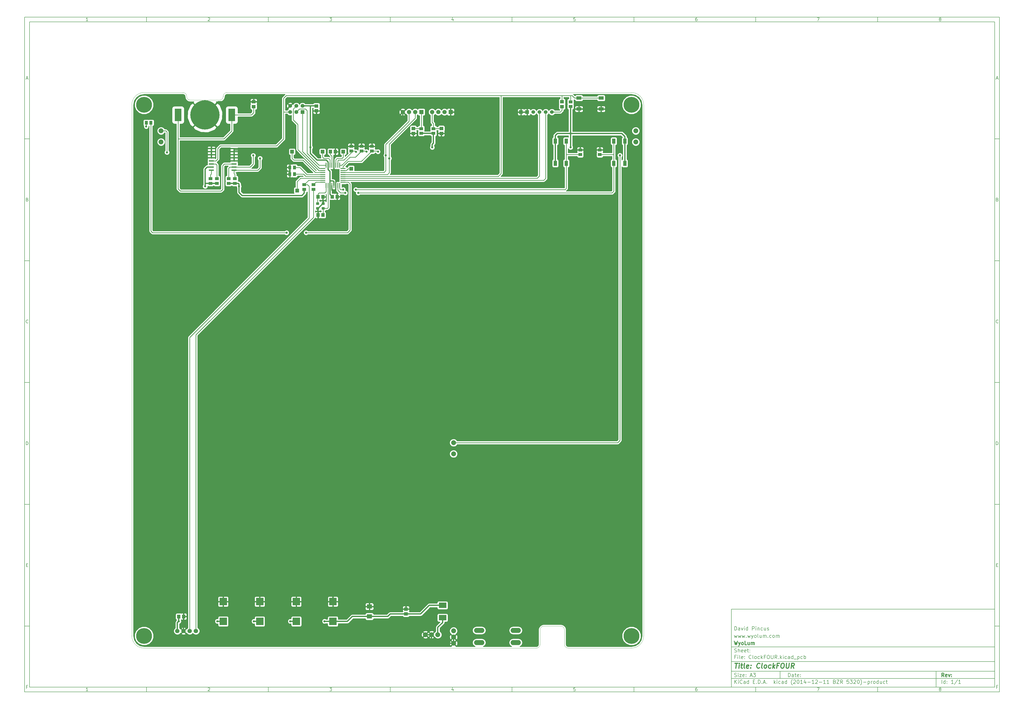
<source format=gbl>
G04 #@! TF.FileFunction,Copper,L2,Bot,Signal*
%FSLAX46Y46*%
G04 Gerber Fmt 4.6, Leading zero omitted, Abs format (unit mm)*
G04 Created by KiCad (PCBNEW (2014-12-11 BZR 5320)-product) date Thu Jan 29 13:35:59 2015*
%MOMM*%
G01*
G04 APERTURE LIST*
%ADD10C,0.150000*%
%ADD11C,0.300000*%
%ADD12C,0.400000*%
%ADD13C,0.100000*%
%ADD14R,1.498600X1.300480*%
%ADD15R,1.300480X1.498600*%
%ADD16C,6.500000*%
%ADD17R,1.524000X1.524000*%
%ADD18R,1.300480X1.049020*%
%ADD19R,0.449580X1.998980*%
%ADD20R,1.998980X0.449580*%
%ADD21R,1.600000X1.600000*%
%ADD22C,1.600000*%
%ADD23R,3.048000X3.048000*%
%ADD24R,1.550000X1.350000*%
%ADD25R,1.350000X1.550000*%
%ADD26C,1.524000*%
%ADD27C,1.778000*%
%ADD28R,1.778000X1.778000*%
%ADD29R,2.100000X1.400000*%
%ADD30R,1.400000X2.100000*%
%ADD31R,1.998980X0.599440*%
%ADD32C,2.000000*%
%ADD33O,4.200000X2.100000*%
%ADD34R,2.159000X1.778000*%
%ADD35R,3.149600X2.184400*%
%ADD36R,2.800000X5.100000*%
%ADD37C,12.000000*%
%ADD38C,1.800000*%
%ADD39C,0.889000*%
%ADD40C,0.254000*%
%ADD41C,0.508000*%
G04 APERTURE END LIST*
D10*
X299989000Y-253002200D02*
X299989000Y-285002200D01*
X407989000Y-285002200D01*
X407989000Y-253002200D01*
X299989000Y-253002200D01*
X10000000Y-10000000D02*
X10000000Y-287002200D01*
X409989000Y-287002200D01*
X409989000Y-10000000D01*
X10000000Y-10000000D01*
X12000000Y-12000000D02*
X12000000Y-285002200D01*
X407989000Y-285002200D01*
X407989000Y-12000000D01*
X12000000Y-12000000D01*
X60000000Y-12000000D02*
X60000000Y-10000000D01*
X110000000Y-12000000D02*
X110000000Y-10000000D01*
X160000000Y-12000000D02*
X160000000Y-10000000D01*
X210000000Y-12000000D02*
X210000000Y-10000000D01*
X260000000Y-12000000D02*
X260000000Y-10000000D01*
X310000000Y-12000000D02*
X310000000Y-10000000D01*
X360000000Y-12000000D02*
X360000000Y-10000000D01*
X35990476Y-11588095D02*
X35247619Y-11588095D01*
X35619048Y-11588095D02*
X35619048Y-10288095D01*
X35495238Y-10473810D01*
X35371429Y-10597619D01*
X35247619Y-10659524D01*
X85247619Y-10411905D02*
X85309524Y-10350000D01*
X85433333Y-10288095D01*
X85742857Y-10288095D01*
X85866667Y-10350000D01*
X85928571Y-10411905D01*
X85990476Y-10535714D01*
X85990476Y-10659524D01*
X85928571Y-10845238D01*
X85185714Y-11588095D01*
X85990476Y-11588095D01*
X135185714Y-10288095D02*
X135990476Y-10288095D01*
X135557143Y-10783333D01*
X135742857Y-10783333D01*
X135866667Y-10845238D01*
X135928571Y-10907143D01*
X135990476Y-11030952D01*
X135990476Y-11340476D01*
X135928571Y-11464286D01*
X135866667Y-11526190D01*
X135742857Y-11588095D01*
X135371429Y-11588095D01*
X135247619Y-11526190D01*
X135185714Y-11464286D01*
X185866667Y-10721429D02*
X185866667Y-11588095D01*
X185557143Y-10226190D02*
X185247619Y-11154762D01*
X186052381Y-11154762D01*
X235928571Y-10288095D02*
X235309524Y-10288095D01*
X235247619Y-10907143D01*
X235309524Y-10845238D01*
X235433333Y-10783333D01*
X235742857Y-10783333D01*
X235866667Y-10845238D01*
X235928571Y-10907143D01*
X235990476Y-11030952D01*
X235990476Y-11340476D01*
X235928571Y-11464286D01*
X235866667Y-11526190D01*
X235742857Y-11588095D01*
X235433333Y-11588095D01*
X235309524Y-11526190D01*
X235247619Y-11464286D01*
X285866667Y-10288095D02*
X285619048Y-10288095D01*
X285495238Y-10350000D01*
X285433333Y-10411905D01*
X285309524Y-10597619D01*
X285247619Y-10845238D01*
X285247619Y-11340476D01*
X285309524Y-11464286D01*
X285371429Y-11526190D01*
X285495238Y-11588095D01*
X285742857Y-11588095D01*
X285866667Y-11526190D01*
X285928571Y-11464286D01*
X285990476Y-11340476D01*
X285990476Y-11030952D01*
X285928571Y-10907143D01*
X285866667Y-10845238D01*
X285742857Y-10783333D01*
X285495238Y-10783333D01*
X285371429Y-10845238D01*
X285309524Y-10907143D01*
X285247619Y-11030952D01*
X335185714Y-10288095D02*
X336052381Y-10288095D01*
X335495238Y-11588095D01*
X385495238Y-10845238D02*
X385371429Y-10783333D01*
X385309524Y-10721429D01*
X385247619Y-10597619D01*
X385247619Y-10535714D01*
X385309524Y-10411905D01*
X385371429Y-10350000D01*
X385495238Y-10288095D01*
X385742857Y-10288095D01*
X385866667Y-10350000D01*
X385928571Y-10411905D01*
X385990476Y-10535714D01*
X385990476Y-10597619D01*
X385928571Y-10721429D01*
X385866667Y-10783333D01*
X385742857Y-10845238D01*
X385495238Y-10845238D01*
X385371429Y-10907143D01*
X385309524Y-10969048D01*
X385247619Y-11092857D01*
X385247619Y-11340476D01*
X385309524Y-11464286D01*
X385371429Y-11526190D01*
X385495238Y-11588095D01*
X385742857Y-11588095D01*
X385866667Y-11526190D01*
X385928571Y-11464286D01*
X385990476Y-11340476D01*
X385990476Y-11092857D01*
X385928571Y-10969048D01*
X385866667Y-10907143D01*
X385742857Y-10845238D01*
X60000000Y-285002200D02*
X60000000Y-287002200D01*
X110000000Y-285002200D02*
X110000000Y-287002200D01*
X160000000Y-285002200D02*
X160000000Y-287002200D01*
X210000000Y-285002200D02*
X210000000Y-287002200D01*
X260000000Y-285002200D02*
X260000000Y-287002200D01*
X310000000Y-285002200D02*
X310000000Y-287002200D01*
X360000000Y-285002200D02*
X360000000Y-287002200D01*
X35990476Y-286590295D02*
X35247619Y-286590295D01*
X35619048Y-286590295D02*
X35619048Y-285290295D01*
X35495238Y-285476010D01*
X35371429Y-285599819D01*
X35247619Y-285661724D01*
X85247619Y-285414105D02*
X85309524Y-285352200D01*
X85433333Y-285290295D01*
X85742857Y-285290295D01*
X85866667Y-285352200D01*
X85928571Y-285414105D01*
X85990476Y-285537914D01*
X85990476Y-285661724D01*
X85928571Y-285847438D01*
X85185714Y-286590295D01*
X85990476Y-286590295D01*
X135185714Y-285290295D02*
X135990476Y-285290295D01*
X135557143Y-285785533D01*
X135742857Y-285785533D01*
X135866667Y-285847438D01*
X135928571Y-285909343D01*
X135990476Y-286033152D01*
X135990476Y-286342676D01*
X135928571Y-286466486D01*
X135866667Y-286528390D01*
X135742857Y-286590295D01*
X135371429Y-286590295D01*
X135247619Y-286528390D01*
X135185714Y-286466486D01*
X185866667Y-285723629D02*
X185866667Y-286590295D01*
X185557143Y-285228390D02*
X185247619Y-286156962D01*
X186052381Y-286156962D01*
X235928571Y-285290295D02*
X235309524Y-285290295D01*
X235247619Y-285909343D01*
X235309524Y-285847438D01*
X235433333Y-285785533D01*
X235742857Y-285785533D01*
X235866667Y-285847438D01*
X235928571Y-285909343D01*
X235990476Y-286033152D01*
X235990476Y-286342676D01*
X235928571Y-286466486D01*
X235866667Y-286528390D01*
X235742857Y-286590295D01*
X235433333Y-286590295D01*
X235309524Y-286528390D01*
X235247619Y-286466486D01*
X285866667Y-285290295D02*
X285619048Y-285290295D01*
X285495238Y-285352200D01*
X285433333Y-285414105D01*
X285309524Y-285599819D01*
X285247619Y-285847438D01*
X285247619Y-286342676D01*
X285309524Y-286466486D01*
X285371429Y-286528390D01*
X285495238Y-286590295D01*
X285742857Y-286590295D01*
X285866667Y-286528390D01*
X285928571Y-286466486D01*
X285990476Y-286342676D01*
X285990476Y-286033152D01*
X285928571Y-285909343D01*
X285866667Y-285847438D01*
X285742857Y-285785533D01*
X285495238Y-285785533D01*
X285371429Y-285847438D01*
X285309524Y-285909343D01*
X285247619Y-286033152D01*
X335185714Y-285290295D02*
X336052381Y-285290295D01*
X335495238Y-286590295D01*
X385495238Y-285847438D02*
X385371429Y-285785533D01*
X385309524Y-285723629D01*
X385247619Y-285599819D01*
X385247619Y-285537914D01*
X385309524Y-285414105D01*
X385371429Y-285352200D01*
X385495238Y-285290295D01*
X385742857Y-285290295D01*
X385866667Y-285352200D01*
X385928571Y-285414105D01*
X385990476Y-285537914D01*
X385990476Y-285599819D01*
X385928571Y-285723629D01*
X385866667Y-285785533D01*
X385742857Y-285847438D01*
X385495238Y-285847438D01*
X385371429Y-285909343D01*
X385309524Y-285971248D01*
X385247619Y-286095057D01*
X385247619Y-286342676D01*
X385309524Y-286466486D01*
X385371429Y-286528390D01*
X385495238Y-286590295D01*
X385742857Y-286590295D01*
X385866667Y-286528390D01*
X385928571Y-286466486D01*
X385990476Y-286342676D01*
X385990476Y-286095057D01*
X385928571Y-285971248D01*
X385866667Y-285909343D01*
X385742857Y-285847438D01*
X10000000Y-60000000D02*
X12000000Y-60000000D01*
X10000000Y-110000000D02*
X12000000Y-110000000D01*
X10000000Y-160000000D02*
X12000000Y-160000000D01*
X10000000Y-210000000D02*
X12000000Y-210000000D01*
X10000000Y-260000000D02*
X12000000Y-260000000D01*
X10690476Y-35216667D02*
X11309524Y-35216667D01*
X10566667Y-35588095D02*
X11000000Y-34288095D01*
X11433333Y-35588095D01*
X11092857Y-84907143D02*
X11278571Y-84969048D01*
X11340476Y-85030952D01*
X11402381Y-85154762D01*
X11402381Y-85340476D01*
X11340476Y-85464286D01*
X11278571Y-85526190D01*
X11154762Y-85588095D01*
X10659524Y-85588095D01*
X10659524Y-84288095D01*
X11092857Y-84288095D01*
X11216667Y-84350000D01*
X11278571Y-84411905D01*
X11340476Y-84535714D01*
X11340476Y-84659524D01*
X11278571Y-84783333D01*
X11216667Y-84845238D01*
X11092857Y-84907143D01*
X10659524Y-84907143D01*
X11402381Y-135464286D02*
X11340476Y-135526190D01*
X11154762Y-135588095D01*
X11030952Y-135588095D01*
X10845238Y-135526190D01*
X10721429Y-135402381D01*
X10659524Y-135278571D01*
X10597619Y-135030952D01*
X10597619Y-134845238D01*
X10659524Y-134597619D01*
X10721429Y-134473810D01*
X10845238Y-134350000D01*
X11030952Y-134288095D01*
X11154762Y-134288095D01*
X11340476Y-134350000D01*
X11402381Y-134411905D01*
X10659524Y-185588095D02*
X10659524Y-184288095D01*
X10969048Y-184288095D01*
X11154762Y-184350000D01*
X11278571Y-184473810D01*
X11340476Y-184597619D01*
X11402381Y-184845238D01*
X11402381Y-185030952D01*
X11340476Y-185278571D01*
X11278571Y-185402381D01*
X11154762Y-185526190D01*
X10969048Y-185588095D01*
X10659524Y-185588095D01*
X10721429Y-234907143D02*
X11154762Y-234907143D01*
X11340476Y-235588095D02*
X10721429Y-235588095D01*
X10721429Y-234288095D01*
X11340476Y-234288095D01*
X11185714Y-284907143D02*
X10752381Y-284907143D01*
X10752381Y-285588095D02*
X10752381Y-284288095D01*
X11371428Y-284288095D01*
X409989000Y-60000000D02*
X407989000Y-60000000D01*
X409989000Y-110000000D02*
X407989000Y-110000000D01*
X409989000Y-160000000D02*
X407989000Y-160000000D01*
X409989000Y-210000000D02*
X407989000Y-210000000D01*
X409989000Y-260000000D02*
X407989000Y-260000000D01*
X408679476Y-35216667D02*
X409298524Y-35216667D01*
X408555667Y-35588095D02*
X408989000Y-34288095D01*
X409422333Y-35588095D01*
X409081857Y-84907143D02*
X409267571Y-84969048D01*
X409329476Y-85030952D01*
X409391381Y-85154762D01*
X409391381Y-85340476D01*
X409329476Y-85464286D01*
X409267571Y-85526190D01*
X409143762Y-85588095D01*
X408648524Y-85588095D01*
X408648524Y-84288095D01*
X409081857Y-84288095D01*
X409205667Y-84350000D01*
X409267571Y-84411905D01*
X409329476Y-84535714D01*
X409329476Y-84659524D01*
X409267571Y-84783333D01*
X409205667Y-84845238D01*
X409081857Y-84907143D01*
X408648524Y-84907143D01*
X409391381Y-135464286D02*
X409329476Y-135526190D01*
X409143762Y-135588095D01*
X409019952Y-135588095D01*
X408834238Y-135526190D01*
X408710429Y-135402381D01*
X408648524Y-135278571D01*
X408586619Y-135030952D01*
X408586619Y-134845238D01*
X408648524Y-134597619D01*
X408710429Y-134473810D01*
X408834238Y-134350000D01*
X409019952Y-134288095D01*
X409143762Y-134288095D01*
X409329476Y-134350000D01*
X409391381Y-134411905D01*
X408648524Y-185588095D02*
X408648524Y-184288095D01*
X408958048Y-184288095D01*
X409143762Y-184350000D01*
X409267571Y-184473810D01*
X409329476Y-184597619D01*
X409391381Y-184845238D01*
X409391381Y-185030952D01*
X409329476Y-185278571D01*
X409267571Y-185402381D01*
X409143762Y-185526190D01*
X408958048Y-185588095D01*
X408648524Y-185588095D01*
X408710429Y-234907143D02*
X409143762Y-234907143D01*
X409329476Y-235588095D02*
X408710429Y-235588095D01*
X408710429Y-234288095D01*
X409329476Y-234288095D01*
X409174714Y-284907143D02*
X408741381Y-284907143D01*
X408741381Y-285588095D02*
X408741381Y-284288095D01*
X409360428Y-284288095D01*
X323346143Y-280780771D02*
X323346143Y-279280771D01*
X323703286Y-279280771D01*
X323917571Y-279352200D01*
X324060429Y-279495057D01*
X324131857Y-279637914D01*
X324203286Y-279923629D01*
X324203286Y-280137914D01*
X324131857Y-280423629D01*
X324060429Y-280566486D01*
X323917571Y-280709343D01*
X323703286Y-280780771D01*
X323346143Y-280780771D01*
X325489000Y-280780771D02*
X325489000Y-279995057D01*
X325417571Y-279852200D01*
X325274714Y-279780771D01*
X324989000Y-279780771D01*
X324846143Y-279852200D01*
X325489000Y-280709343D02*
X325346143Y-280780771D01*
X324989000Y-280780771D01*
X324846143Y-280709343D01*
X324774714Y-280566486D01*
X324774714Y-280423629D01*
X324846143Y-280280771D01*
X324989000Y-280209343D01*
X325346143Y-280209343D01*
X325489000Y-280137914D01*
X325989000Y-279780771D02*
X326560429Y-279780771D01*
X326203286Y-279280771D02*
X326203286Y-280566486D01*
X326274714Y-280709343D01*
X326417572Y-280780771D01*
X326560429Y-280780771D01*
X327631857Y-280709343D02*
X327489000Y-280780771D01*
X327203286Y-280780771D01*
X327060429Y-280709343D01*
X326989000Y-280566486D01*
X326989000Y-279995057D01*
X327060429Y-279852200D01*
X327203286Y-279780771D01*
X327489000Y-279780771D01*
X327631857Y-279852200D01*
X327703286Y-279995057D01*
X327703286Y-280137914D01*
X326989000Y-280280771D01*
X328346143Y-280637914D02*
X328417571Y-280709343D01*
X328346143Y-280780771D01*
X328274714Y-280709343D01*
X328346143Y-280637914D01*
X328346143Y-280780771D01*
X328346143Y-279852200D02*
X328417571Y-279923629D01*
X328346143Y-279995057D01*
X328274714Y-279923629D01*
X328346143Y-279852200D01*
X328346143Y-279995057D01*
X299989000Y-281502200D02*
X407989000Y-281502200D01*
X301346143Y-283580771D02*
X301346143Y-282080771D01*
X302203286Y-283580771D02*
X301560429Y-282723629D01*
X302203286Y-282080771D02*
X301346143Y-282937914D01*
X302846143Y-283580771D02*
X302846143Y-282580771D01*
X302846143Y-282080771D02*
X302774714Y-282152200D01*
X302846143Y-282223629D01*
X302917571Y-282152200D01*
X302846143Y-282080771D01*
X302846143Y-282223629D01*
X304417572Y-283437914D02*
X304346143Y-283509343D01*
X304131857Y-283580771D01*
X303989000Y-283580771D01*
X303774715Y-283509343D01*
X303631857Y-283366486D01*
X303560429Y-283223629D01*
X303489000Y-282937914D01*
X303489000Y-282723629D01*
X303560429Y-282437914D01*
X303631857Y-282295057D01*
X303774715Y-282152200D01*
X303989000Y-282080771D01*
X304131857Y-282080771D01*
X304346143Y-282152200D01*
X304417572Y-282223629D01*
X305703286Y-283580771D02*
X305703286Y-282795057D01*
X305631857Y-282652200D01*
X305489000Y-282580771D01*
X305203286Y-282580771D01*
X305060429Y-282652200D01*
X305703286Y-283509343D02*
X305560429Y-283580771D01*
X305203286Y-283580771D01*
X305060429Y-283509343D01*
X304989000Y-283366486D01*
X304989000Y-283223629D01*
X305060429Y-283080771D01*
X305203286Y-283009343D01*
X305560429Y-283009343D01*
X305703286Y-282937914D01*
X307060429Y-283580771D02*
X307060429Y-282080771D01*
X307060429Y-283509343D02*
X306917572Y-283580771D01*
X306631858Y-283580771D01*
X306489000Y-283509343D01*
X306417572Y-283437914D01*
X306346143Y-283295057D01*
X306346143Y-282866486D01*
X306417572Y-282723629D01*
X306489000Y-282652200D01*
X306631858Y-282580771D01*
X306917572Y-282580771D01*
X307060429Y-282652200D01*
X308917572Y-282795057D02*
X309417572Y-282795057D01*
X309631858Y-283580771D02*
X308917572Y-283580771D01*
X308917572Y-282080771D01*
X309631858Y-282080771D01*
X310274715Y-283437914D02*
X310346143Y-283509343D01*
X310274715Y-283580771D01*
X310203286Y-283509343D01*
X310274715Y-283437914D01*
X310274715Y-283580771D01*
X310989001Y-283580771D02*
X310989001Y-282080771D01*
X311346144Y-282080771D01*
X311560429Y-282152200D01*
X311703287Y-282295057D01*
X311774715Y-282437914D01*
X311846144Y-282723629D01*
X311846144Y-282937914D01*
X311774715Y-283223629D01*
X311703287Y-283366486D01*
X311560429Y-283509343D01*
X311346144Y-283580771D01*
X310989001Y-283580771D01*
X312489001Y-283437914D02*
X312560429Y-283509343D01*
X312489001Y-283580771D01*
X312417572Y-283509343D01*
X312489001Y-283437914D01*
X312489001Y-283580771D01*
X313131858Y-283152200D02*
X313846144Y-283152200D01*
X312989001Y-283580771D02*
X313489001Y-282080771D01*
X313989001Y-283580771D01*
X314489001Y-283437914D02*
X314560429Y-283509343D01*
X314489001Y-283580771D01*
X314417572Y-283509343D01*
X314489001Y-283437914D01*
X314489001Y-283580771D01*
X317489001Y-283580771D02*
X317489001Y-282080771D01*
X317631858Y-283009343D02*
X318060429Y-283580771D01*
X318060429Y-282580771D02*
X317489001Y-283152200D01*
X318703287Y-283580771D02*
X318703287Y-282580771D01*
X318703287Y-282080771D02*
X318631858Y-282152200D01*
X318703287Y-282223629D01*
X318774715Y-282152200D01*
X318703287Y-282080771D01*
X318703287Y-282223629D01*
X320060430Y-283509343D02*
X319917573Y-283580771D01*
X319631859Y-283580771D01*
X319489001Y-283509343D01*
X319417573Y-283437914D01*
X319346144Y-283295057D01*
X319346144Y-282866486D01*
X319417573Y-282723629D01*
X319489001Y-282652200D01*
X319631859Y-282580771D01*
X319917573Y-282580771D01*
X320060430Y-282652200D01*
X321346144Y-283580771D02*
X321346144Y-282795057D01*
X321274715Y-282652200D01*
X321131858Y-282580771D01*
X320846144Y-282580771D01*
X320703287Y-282652200D01*
X321346144Y-283509343D02*
X321203287Y-283580771D01*
X320846144Y-283580771D01*
X320703287Y-283509343D01*
X320631858Y-283366486D01*
X320631858Y-283223629D01*
X320703287Y-283080771D01*
X320846144Y-283009343D01*
X321203287Y-283009343D01*
X321346144Y-282937914D01*
X322703287Y-283580771D02*
X322703287Y-282080771D01*
X322703287Y-283509343D02*
X322560430Y-283580771D01*
X322274716Y-283580771D01*
X322131858Y-283509343D01*
X322060430Y-283437914D01*
X321989001Y-283295057D01*
X321989001Y-282866486D01*
X322060430Y-282723629D01*
X322131858Y-282652200D01*
X322274716Y-282580771D01*
X322560430Y-282580771D01*
X322703287Y-282652200D01*
X324989001Y-284152200D02*
X324917573Y-284080771D01*
X324774716Y-283866486D01*
X324703287Y-283723629D01*
X324631858Y-283509343D01*
X324560430Y-283152200D01*
X324560430Y-282866486D01*
X324631858Y-282509343D01*
X324703287Y-282295057D01*
X324774716Y-282152200D01*
X324917573Y-281937914D01*
X324989001Y-281866486D01*
X325489001Y-282223629D02*
X325560430Y-282152200D01*
X325703287Y-282080771D01*
X326060430Y-282080771D01*
X326203287Y-282152200D01*
X326274716Y-282223629D01*
X326346144Y-282366486D01*
X326346144Y-282509343D01*
X326274716Y-282723629D01*
X325417573Y-283580771D01*
X326346144Y-283580771D01*
X327274715Y-282080771D02*
X327417572Y-282080771D01*
X327560429Y-282152200D01*
X327631858Y-282223629D01*
X327703287Y-282366486D01*
X327774715Y-282652200D01*
X327774715Y-283009343D01*
X327703287Y-283295057D01*
X327631858Y-283437914D01*
X327560429Y-283509343D01*
X327417572Y-283580771D01*
X327274715Y-283580771D01*
X327131858Y-283509343D01*
X327060429Y-283437914D01*
X326989001Y-283295057D01*
X326917572Y-283009343D01*
X326917572Y-282652200D01*
X326989001Y-282366486D01*
X327060429Y-282223629D01*
X327131858Y-282152200D01*
X327274715Y-282080771D01*
X329203286Y-283580771D02*
X328346143Y-283580771D01*
X328774715Y-283580771D02*
X328774715Y-282080771D01*
X328631858Y-282295057D01*
X328489000Y-282437914D01*
X328346143Y-282509343D01*
X330489000Y-282580771D02*
X330489000Y-283580771D01*
X330131857Y-282009343D02*
X329774714Y-283080771D01*
X330703286Y-283080771D01*
X331274714Y-283009343D02*
X332417571Y-283009343D01*
X333917571Y-283580771D02*
X333060428Y-283580771D01*
X333489000Y-283580771D02*
X333489000Y-282080771D01*
X333346143Y-282295057D01*
X333203285Y-282437914D01*
X333060428Y-282509343D01*
X334488999Y-282223629D02*
X334560428Y-282152200D01*
X334703285Y-282080771D01*
X335060428Y-282080771D01*
X335203285Y-282152200D01*
X335274714Y-282223629D01*
X335346142Y-282366486D01*
X335346142Y-282509343D01*
X335274714Y-282723629D01*
X334417571Y-283580771D01*
X335346142Y-283580771D01*
X335988999Y-283009343D02*
X337131856Y-283009343D01*
X338631856Y-283580771D02*
X337774713Y-283580771D01*
X338203285Y-283580771D02*
X338203285Y-282080771D01*
X338060428Y-282295057D01*
X337917570Y-282437914D01*
X337774713Y-282509343D01*
X340060427Y-283580771D02*
X339203284Y-283580771D01*
X339631856Y-283580771D02*
X339631856Y-282080771D01*
X339488999Y-282295057D01*
X339346141Y-282437914D01*
X339203284Y-282509343D01*
X342346141Y-282795057D02*
X342560427Y-282866486D01*
X342631855Y-282937914D01*
X342703284Y-283080771D01*
X342703284Y-283295057D01*
X342631855Y-283437914D01*
X342560427Y-283509343D01*
X342417569Y-283580771D01*
X341846141Y-283580771D01*
X341846141Y-282080771D01*
X342346141Y-282080771D01*
X342488998Y-282152200D01*
X342560427Y-282223629D01*
X342631855Y-282366486D01*
X342631855Y-282509343D01*
X342560427Y-282652200D01*
X342488998Y-282723629D01*
X342346141Y-282795057D01*
X341846141Y-282795057D01*
X343203284Y-282080771D02*
X344203284Y-282080771D01*
X343203284Y-283580771D01*
X344203284Y-283580771D01*
X345631855Y-283580771D02*
X345131855Y-282866486D01*
X344774712Y-283580771D02*
X344774712Y-282080771D01*
X345346140Y-282080771D01*
X345488998Y-282152200D01*
X345560426Y-282223629D01*
X345631855Y-282366486D01*
X345631855Y-282580771D01*
X345560426Y-282723629D01*
X345488998Y-282795057D01*
X345346140Y-282866486D01*
X344774712Y-282866486D01*
X348131855Y-282080771D02*
X347417569Y-282080771D01*
X347346140Y-282795057D01*
X347417569Y-282723629D01*
X347560426Y-282652200D01*
X347917569Y-282652200D01*
X348060426Y-282723629D01*
X348131855Y-282795057D01*
X348203283Y-282937914D01*
X348203283Y-283295057D01*
X348131855Y-283437914D01*
X348060426Y-283509343D01*
X347917569Y-283580771D01*
X347560426Y-283580771D01*
X347417569Y-283509343D01*
X347346140Y-283437914D01*
X348703283Y-282080771D02*
X349631854Y-282080771D01*
X349131854Y-282652200D01*
X349346140Y-282652200D01*
X349488997Y-282723629D01*
X349560426Y-282795057D01*
X349631854Y-282937914D01*
X349631854Y-283295057D01*
X349560426Y-283437914D01*
X349488997Y-283509343D01*
X349346140Y-283580771D01*
X348917568Y-283580771D01*
X348774711Y-283509343D01*
X348703283Y-283437914D01*
X350203282Y-282223629D02*
X350274711Y-282152200D01*
X350417568Y-282080771D01*
X350774711Y-282080771D01*
X350917568Y-282152200D01*
X350988997Y-282223629D01*
X351060425Y-282366486D01*
X351060425Y-282509343D01*
X350988997Y-282723629D01*
X350131854Y-283580771D01*
X351060425Y-283580771D01*
X351988996Y-282080771D02*
X352131853Y-282080771D01*
X352274710Y-282152200D01*
X352346139Y-282223629D01*
X352417568Y-282366486D01*
X352488996Y-282652200D01*
X352488996Y-283009343D01*
X352417568Y-283295057D01*
X352346139Y-283437914D01*
X352274710Y-283509343D01*
X352131853Y-283580771D01*
X351988996Y-283580771D01*
X351846139Y-283509343D01*
X351774710Y-283437914D01*
X351703282Y-283295057D01*
X351631853Y-283009343D01*
X351631853Y-282652200D01*
X351703282Y-282366486D01*
X351774710Y-282223629D01*
X351846139Y-282152200D01*
X351988996Y-282080771D01*
X352988996Y-284152200D02*
X353060424Y-284080771D01*
X353203281Y-283866486D01*
X353274710Y-283723629D01*
X353346139Y-283509343D01*
X353417567Y-283152200D01*
X353417567Y-282866486D01*
X353346139Y-282509343D01*
X353274710Y-282295057D01*
X353203281Y-282152200D01*
X353060424Y-281937914D01*
X352988996Y-281866486D01*
X354131853Y-283009343D02*
X355274710Y-283009343D01*
X355988996Y-282580771D02*
X355988996Y-284080771D01*
X355988996Y-282652200D02*
X356131853Y-282580771D01*
X356417567Y-282580771D01*
X356560424Y-282652200D01*
X356631853Y-282723629D01*
X356703282Y-282866486D01*
X356703282Y-283295057D01*
X356631853Y-283437914D01*
X356560424Y-283509343D01*
X356417567Y-283580771D01*
X356131853Y-283580771D01*
X355988996Y-283509343D01*
X357346139Y-283580771D02*
X357346139Y-282580771D01*
X357346139Y-282866486D02*
X357417567Y-282723629D01*
X357488996Y-282652200D01*
X357631853Y-282580771D01*
X357774710Y-282580771D01*
X358488996Y-283580771D02*
X358346138Y-283509343D01*
X358274710Y-283437914D01*
X358203281Y-283295057D01*
X358203281Y-282866486D01*
X358274710Y-282723629D01*
X358346138Y-282652200D01*
X358488996Y-282580771D01*
X358703281Y-282580771D01*
X358846138Y-282652200D01*
X358917567Y-282723629D01*
X358988996Y-282866486D01*
X358988996Y-283295057D01*
X358917567Y-283437914D01*
X358846138Y-283509343D01*
X358703281Y-283580771D01*
X358488996Y-283580771D01*
X360274710Y-283580771D02*
X360274710Y-282080771D01*
X360274710Y-283509343D02*
X360131853Y-283580771D01*
X359846139Y-283580771D01*
X359703281Y-283509343D01*
X359631853Y-283437914D01*
X359560424Y-283295057D01*
X359560424Y-282866486D01*
X359631853Y-282723629D01*
X359703281Y-282652200D01*
X359846139Y-282580771D01*
X360131853Y-282580771D01*
X360274710Y-282652200D01*
X361631853Y-282580771D02*
X361631853Y-283580771D01*
X360988996Y-282580771D02*
X360988996Y-283366486D01*
X361060424Y-283509343D01*
X361203282Y-283580771D01*
X361417567Y-283580771D01*
X361560424Y-283509343D01*
X361631853Y-283437914D01*
X362988996Y-283509343D02*
X362846139Y-283580771D01*
X362560425Y-283580771D01*
X362417567Y-283509343D01*
X362346139Y-283437914D01*
X362274710Y-283295057D01*
X362274710Y-282866486D01*
X362346139Y-282723629D01*
X362417567Y-282652200D01*
X362560425Y-282580771D01*
X362846139Y-282580771D01*
X362988996Y-282652200D01*
X363417567Y-282580771D02*
X363988996Y-282580771D01*
X363631853Y-282080771D02*
X363631853Y-283366486D01*
X363703281Y-283509343D01*
X363846139Y-283580771D01*
X363988996Y-283580771D01*
X299989000Y-278502200D02*
X407989000Y-278502200D01*
D11*
X387203286Y-280780771D02*
X386703286Y-280066486D01*
X386346143Y-280780771D02*
X386346143Y-279280771D01*
X386917571Y-279280771D01*
X387060429Y-279352200D01*
X387131857Y-279423629D01*
X387203286Y-279566486D01*
X387203286Y-279780771D01*
X387131857Y-279923629D01*
X387060429Y-279995057D01*
X386917571Y-280066486D01*
X386346143Y-280066486D01*
X388417571Y-280709343D02*
X388274714Y-280780771D01*
X387989000Y-280780771D01*
X387846143Y-280709343D01*
X387774714Y-280566486D01*
X387774714Y-279995057D01*
X387846143Y-279852200D01*
X387989000Y-279780771D01*
X388274714Y-279780771D01*
X388417571Y-279852200D01*
X388489000Y-279995057D01*
X388489000Y-280137914D01*
X387774714Y-280280771D01*
X388989000Y-279780771D02*
X389346143Y-280780771D01*
X389703285Y-279780771D01*
X390274714Y-280637914D02*
X390346142Y-280709343D01*
X390274714Y-280780771D01*
X390203285Y-280709343D01*
X390274714Y-280637914D01*
X390274714Y-280780771D01*
X390274714Y-279852200D02*
X390346142Y-279923629D01*
X390274714Y-279995057D01*
X390203285Y-279923629D01*
X390274714Y-279852200D01*
X390274714Y-279995057D01*
D10*
X301274714Y-280709343D02*
X301489000Y-280780771D01*
X301846143Y-280780771D01*
X301989000Y-280709343D01*
X302060429Y-280637914D01*
X302131857Y-280495057D01*
X302131857Y-280352200D01*
X302060429Y-280209343D01*
X301989000Y-280137914D01*
X301846143Y-280066486D01*
X301560429Y-279995057D01*
X301417571Y-279923629D01*
X301346143Y-279852200D01*
X301274714Y-279709343D01*
X301274714Y-279566486D01*
X301346143Y-279423629D01*
X301417571Y-279352200D01*
X301560429Y-279280771D01*
X301917571Y-279280771D01*
X302131857Y-279352200D01*
X302774714Y-280780771D02*
X302774714Y-279780771D01*
X302774714Y-279280771D02*
X302703285Y-279352200D01*
X302774714Y-279423629D01*
X302846142Y-279352200D01*
X302774714Y-279280771D01*
X302774714Y-279423629D01*
X303346143Y-279780771D02*
X304131857Y-279780771D01*
X303346143Y-280780771D01*
X304131857Y-280780771D01*
X305274714Y-280709343D02*
X305131857Y-280780771D01*
X304846143Y-280780771D01*
X304703286Y-280709343D01*
X304631857Y-280566486D01*
X304631857Y-279995057D01*
X304703286Y-279852200D01*
X304846143Y-279780771D01*
X305131857Y-279780771D01*
X305274714Y-279852200D01*
X305346143Y-279995057D01*
X305346143Y-280137914D01*
X304631857Y-280280771D01*
X305989000Y-280637914D02*
X306060428Y-280709343D01*
X305989000Y-280780771D01*
X305917571Y-280709343D01*
X305989000Y-280637914D01*
X305989000Y-280780771D01*
X305989000Y-279852200D02*
X306060428Y-279923629D01*
X305989000Y-279995057D01*
X305917571Y-279923629D01*
X305989000Y-279852200D01*
X305989000Y-279995057D01*
X307774714Y-280352200D02*
X308489000Y-280352200D01*
X307631857Y-280780771D02*
X308131857Y-279280771D01*
X308631857Y-280780771D01*
X308989000Y-279280771D02*
X309917571Y-279280771D01*
X309417571Y-279852200D01*
X309631857Y-279852200D01*
X309774714Y-279923629D01*
X309846143Y-279995057D01*
X309917571Y-280137914D01*
X309917571Y-280495057D01*
X309846143Y-280637914D01*
X309774714Y-280709343D01*
X309631857Y-280780771D01*
X309203285Y-280780771D01*
X309060428Y-280709343D01*
X308989000Y-280637914D01*
X386346143Y-283580771D02*
X386346143Y-282080771D01*
X387703286Y-283580771D02*
X387703286Y-282080771D01*
X387703286Y-283509343D02*
X387560429Y-283580771D01*
X387274715Y-283580771D01*
X387131857Y-283509343D01*
X387060429Y-283437914D01*
X386989000Y-283295057D01*
X386989000Y-282866486D01*
X387060429Y-282723629D01*
X387131857Y-282652200D01*
X387274715Y-282580771D01*
X387560429Y-282580771D01*
X387703286Y-282652200D01*
X388417572Y-283437914D02*
X388489000Y-283509343D01*
X388417572Y-283580771D01*
X388346143Y-283509343D01*
X388417572Y-283437914D01*
X388417572Y-283580771D01*
X388417572Y-282652200D02*
X388489000Y-282723629D01*
X388417572Y-282795057D01*
X388346143Y-282723629D01*
X388417572Y-282652200D01*
X388417572Y-282795057D01*
X391060429Y-283580771D02*
X390203286Y-283580771D01*
X390631858Y-283580771D02*
X390631858Y-282080771D01*
X390489001Y-282295057D01*
X390346143Y-282437914D01*
X390203286Y-282509343D01*
X392774714Y-282009343D02*
X391489000Y-283937914D01*
X394060429Y-283580771D02*
X393203286Y-283580771D01*
X393631858Y-283580771D02*
X393631858Y-282080771D01*
X393489001Y-282295057D01*
X393346143Y-282437914D01*
X393203286Y-282509343D01*
X299989000Y-274502200D02*
X407989000Y-274502200D01*
D12*
X301441381Y-275206962D02*
X302584238Y-275206962D01*
X301762810Y-277206962D02*
X302012810Y-275206962D01*
X303000905Y-277206962D02*
X303167571Y-275873629D01*
X303250905Y-275206962D02*
X303143762Y-275302200D01*
X303227095Y-275397438D01*
X303334239Y-275302200D01*
X303250905Y-275206962D01*
X303227095Y-275397438D01*
X303834238Y-275873629D02*
X304596143Y-275873629D01*
X304203286Y-275206962D02*
X303989000Y-276921248D01*
X304060430Y-277111724D01*
X304239001Y-277206962D01*
X304429477Y-277206962D01*
X305381858Y-277206962D02*
X305203287Y-277111724D01*
X305131857Y-276921248D01*
X305346143Y-275206962D01*
X306917572Y-277111724D02*
X306715191Y-277206962D01*
X306334239Y-277206962D01*
X306155667Y-277111724D01*
X306084238Y-276921248D01*
X306179476Y-276159343D01*
X306298524Y-275968867D01*
X306500905Y-275873629D01*
X306881857Y-275873629D01*
X307060429Y-275968867D01*
X307131857Y-276159343D01*
X307108048Y-276349819D01*
X306131857Y-276540295D01*
X307881857Y-277016486D02*
X307965192Y-277111724D01*
X307858048Y-277206962D01*
X307774715Y-277111724D01*
X307881857Y-277016486D01*
X307858048Y-277206962D01*
X308012810Y-275968867D02*
X308096144Y-276064105D01*
X307989000Y-276159343D01*
X307905667Y-276064105D01*
X308012810Y-275968867D01*
X307989000Y-276159343D01*
X311500906Y-277016486D02*
X311393764Y-277111724D01*
X311096144Y-277206962D01*
X310905668Y-277206962D01*
X310631859Y-277111724D01*
X310465192Y-276921248D01*
X310393763Y-276730771D01*
X310346144Y-276349819D01*
X310381858Y-276064105D01*
X310524715Y-275683152D01*
X310643764Y-275492676D01*
X310858049Y-275302200D01*
X311155668Y-275206962D01*
X311346144Y-275206962D01*
X311619954Y-275302200D01*
X311703287Y-275397438D01*
X312619954Y-277206962D02*
X312441383Y-277111724D01*
X312369953Y-276921248D01*
X312584239Y-275206962D01*
X313667573Y-277206962D02*
X313489002Y-277111724D01*
X313405667Y-277016486D01*
X313334239Y-276826010D01*
X313405667Y-276254581D01*
X313524715Y-276064105D01*
X313631859Y-275968867D01*
X313834239Y-275873629D01*
X314119953Y-275873629D01*
X314298525Y-275968867D01*
X314381858Y-276064105D01*
X314453286Y-276254581D01*
X314381858Y-276826010D01*
X314262810Y-277016486D01*
X314155668Y-277111724D01*
X313953287Y-277206962D01*
X313667573Y-277206962D01*
X316060430Y-277111724D02*
X315858049Y-277206962D01*
X315477097Y-277206962D01*
X315298526Y-277111724D01*
X315215191Y-277016486D01*
X315143763Y-276826010D01*
X315215191Y-276254581D01*
X315334239Y-276064105D01*
X315441383Y-275968867D01*
X315643763Y-275873629D01*
X316024715Y-275873629D01*
X316203287Y-275968867D01*
X316905668Y-277206962D02*
X317155668Y-275206962D01*
X317191383Y-276445057D02*
X317667573Y-277206962D01*
X317834239Y-275873629D02*
X316977096Y-276635533D01*
X319322335Y-276159343D02*
X318655668Y-276159343D01*
X318524716Y-277206962D02*
X318774716Y-275206962D01*
X319727097Y-275206962D01*
X320869955Y-275206962D02*
X321250907Y-275206962D01*
X321429478Y-275302200D01*
X321596146Y-275492676D01*
X321643764Y-275873629D01*
X321560431Y-276540295D01*
X321417574Y-276921248D01*
X321203288Y-277111724D01*
X321000907Y-277206962D01*
X320619955Y-277206962D01*
X320441384Y-277111724D01*
X320274716Y-276921248D01*
X320227097Y-276540295D01*
X320310430Y-275873629D01*
X320453288Y-275492676D01*
X320667574Y-275302200D01*
X320869955Y-275206962D01*
X322584240Y-275206962D02*
X322381859Y-276826010D01*
X322453288Y-277016486D01*
X322536622Y-277111724D01*
X322715193Y-277206962D01*
X323096145Y-277206962D01*
X323298526Y-277111724D01*
X323405669Y-277016486D01*
X323524717Y-276826010D01*
X323727098Y-275206962D01*
X325572336Y-277206962D02*
X325024716Y-276254581D01*
X324429478Y-277206962D02*
X324679478Y-275206962D01*
X325441383Y-275206962D01*
X325619954Y-275302200D01*
X325703288Y-275397438D01*
X325774717Y-275587914D01*
X325739002Y-275873629D01*
X325619955Y-276064105D01*
X325512811Y-276159343D01*
X325310430Y-276254581D01*
X324548525Y-276254581D01*
D10*
X301846143Y-272595057D02*
X301346143Y-272595057D01*
X301346143Y-273380771D02*
X301346143Y-271880771D01*
X302060429Y-271880771D01*
X302631857Y-273380771D02*
X302631857Y-272380771D01*
X302631857Y-271880771D02*
X302560428Y-271952200D01*
X302631857Y-272023629D01*
X302703285Y-271952200D01*
X302631857Y-271880771D01*
X302631857Y-272023629D01*
X303560429Y-273380771D02*
X303417571Y-273309343D01*
X303346143Y-273166486D01*
X303346143Y-271880771D01*
X304703285Y-273309343D02*
X304560428Y-273380771D01*
X304274714Y-273380771D01*
X304131857Y-273309343D01*
X304060428Y-273166486D01*
X304060428Y-272595057D01*
X304131857Y-272452200D01*
X304274714Y-272380771D01*
X304560428Y-272380771D01*
X304703285Y-272452200D01*
X304774714Y-272595057D01*
X304774714Y-272737914D01*
X304060428Y-272880771D01*
X305417571Y-273237914D02*
X305488999Y-273309343D01*
X305417571Y-273380771D01*
X305346142Y-273309343D01*
X305417571Y-273237914D01*
X305417571Y-273380771D01*
X305417571Y-272452200D02*
X305488999Y-272523629D01*
X305417571Y-272595057D01*
X305346142Y-272523629D01*
X305417571Y-272452200D01*
X305417571Y-272595057D01*
X308131857Y-273237914D02*
X308060428Y-273309343D01*
X307846142Y-273380771D01*
X307703285Y-273380771D01*
X307489000Y-273309343D01*
X307346142Y-273166486D01*
X307274714Y-273023629D01*
X307203285Y-272737914D01*
X307203285Y-272523629D01*
X307274714Y-272237914D01*
X307346142Y-272095057D01*
X307489000Y-271952200D01*
X307703285Y-271880771D01*
X307846142Y-271880771D01*
X308060428Y-271952200D01*
X308131857Y-272023629D01*
X308989000Y-273380771D02*
X308846142Y-273309343D01*
X308774714Y-273166486D01*
X308774714Y-271880771D01*
X309774714Y-273380771D02*
X309631856Y-273309343D01*
X309560428Y-273237914D01*
X309488999Y-273095057D01*
X309488999Y-272666486D01*
X309560428Y-272523629D01*
X309631856Y-272452200D01*
X309774714Y-272380771D01*
X309988999Y-272380771D01*
X310131856Y-272452200D01*
X310203285Y-272523629D01*
X310274714Y-272666486D01*
X310274714Y-273095057D01*
X310203285Y-273237914D01*
X310131856Y-273309343D01*
X309988999Y-273380771D01*
X309774714Y-273380771D01*
X311560428Y-273309343D02*
X311417571Y-273380771D01*
X311131857Y-273380771D01*
X310988999Y-273309343D01*
X310917571Y-273237914D01*
X310846142Y-273095057D01*
X310846142Y-272666486D01*
X310917571Y-272523629D01*
X310988999Y-272452200D01*
X311131857Y-272380771D01*
X311417571Y-272380771D01*
X311560428Y-272452200D01*
X312203285Y-273380771D02*
X312203285Y-271880771D01*
X312346142Y-272809343D02*
X312774713Y-273380771D01*
X312774713Y-272380771D02*
X312203285Y-272952200D01*
X313917571Y-272595057D02*
X313417571Y-272595057D01*
X313417571Y-273380771D02*
X313417571Y-271880771D01*
X314131857Y-271880771D01*
X314988999Y-271880771D02*
X315274713Y-271880771D01*
X315417571Y-271952200D01*
X315560428Y-272095057D01*
X315631856Y-272380771D01*
X315631856Y-272880771D01*
X315560428Y-273166486D01*
X315417571Y-273309343D01*
X315274713Y-273380771D01*
X314988999Y-273380771D01*
X314846142Y-273309343D01*
X314703285Y-273166486D01*
X314631856Y-272880771D01*
X314631856Y-272380771D01*
X314703285Y-272095057D01*
X314846142Y-271952200D01*
X314988999Y-271880771D01*
X316274714Y-271880771D02*
X316274714Y-273095057D01*
X316346142Y-273237914D01*
X316417571Y-273309343D01*
X316560428Y-273380771D01*
X316846142Y-273380771D01*
X316989000Y-273309343D01*
X317060428Y-273237914D01*
X317131857Y-273095057D01*
X317131857Y-271880771D01*
X318703286Y-273380771D02*
X318203286Y-272666486D01*
X317846143Y-273380771D02*
X317846143Y-271880771D01*
X318417571Y-271880771D01*
X318560429Y-271952200D01*
X318631857Y-272023629D01*
X318703286Y-272166486D01*
X318703286Y-272380771D01*
X318631857Y-272523629D01*
X318560429Y-272595057D01*
X318417571Y-272666486D01*
X317846143Y-272666486D01*
X319346143Y-273237914D02*
X319417571Y-273309343D01*
X319346143Y-273380771D01*
X319274714Y-273309343D01*
X319346143Y-273237914D01*
X319346143Y-273380771D01*
X320060429Y-273380771D02*
X320060429Y-271880771D01*
X320203286Y-272809343D02*
X320631857Y-273380771D01*
X320631857Y-272380771D02*
X320060429Y-272952200D01*
X321274715Y-273380771D02*
X321274715Y-272380771D01*
X321274715Y-271880771D02*
X321203286Y-271952200D01*
X321274715Y-272023629D01*
X321346143Y-271952200D01*
X321274715Y-271880771D01*
X321274715Y-272023629D01*
X322631858Y-273309343D02*
X322489001Y-273380771D01*
X322203287Y-273380771D01*
X322060429Y-273309343D01*
X321989001Y-273237914D01*
X321917572Y-273095057D01*
X321917572Y-272666486D01*
X321989001Y-272523629D01*
X322060429Y-272452200D01*
X322203287Y-272380771D01*
X322489001Y-272380771D01*
X322631858Y-272452200D01*
X323917572Y-273380771D02*
X323917572Y-272595057D01*
X323846143Y-272452200D01*
X323703286Y-272380771D01*
X323417572Y-272380771D01*
X323274715Y-272452200D01*
X323917572Y-273309343D02*
X323774715Y-273380771D01*
X323417572Y-273380771D01*
X323274715Y-273309343D01*
X323203286Y-273166486D01*
X323203286Y-273023629D01*
X323274715Y-272880771D01*
X323417572Y-272809343D01*
X323774715Y-272809343D01*
X323917572Y-272737914D01*
X325274715Y-273380771D02*
X325274715Y-271880771D01*
X325274715Y-273309343D02*
X325131858Y-273380771D01*
X324846144Y-273380771D01*
X324703286Y-273309343D01*
X324631858Y-273237914D01*
X324560429Y-273095057D01*
X324560429Y-272666486D01*
X324631858Y-272523629D01*
X324703286Y-272452200D01*
X324846144Y-272380771D01*
X325131858Y-272380771D01*
X325274715Y-272452200D01*
X325631858Y-273523629D02*
X326774715Y-273523629D01*
X327131858Y-272380771D02*
X327131858Y-273880771D01*
X327131858Y-272452200D02*
X327274715Y-272380771D01*
X327560429Y-272380771D01*
X327703286Y-272452200D01*
X327774715Y-272523629D01*
X327846144Y-272666486D01*
X327846144Y-273095057D01*
X327774715Y-273237914D01*
X327703286Y-273309343D01*
X327560429Y-273380771D01*
X327274715Y-273380771D01*
X327131858Y-273309343D01*
X329131858Y-273309343D02*
X328989001Y-273380771D01*
X328703287Y-273380771D01*
X328560429Y-273309343D01*
X328489001Y-273237914D01*
X328417572Y-273095057D01*
X328417572Y-272666486D01*
X328489001Y-272523629D01*
X328560429Y-272452200D01*
X328703287Y-272380771D01*
X328989001Y-272380771D01*
X329131858Y-272452200D01*
X329774715Y-273380771D02*
X329774715Y-271880771D01*
X329774715Y-272452200D02*
X329917572Y-272380771D01*
X330203286Y-272380771D01*
X330346143Y-272452200D01*
X330417572Y-272523629D01*
X330489001Y-272666486D01*
X330489001Y-273095057D01*
X330417572Y-273237914D01*
X330346143Y-273309343D01*
X330203286Y-273380771D01*
X329917572Y-273380771D01*
X329774715Y-273309343D01*
X299989000Y-268502200D02*
X407989000Y-268502200D01*
X301274714Y-270609343D02*
X301489000Y-270680771D01*
X301846143Y-270680771D01*
X301989000Y-270609343D01*
X302060429Y-270537914D01*
X302131857Y-270395057D01*
X302131857Y-270252200D01*
X302060429Y-270109343D01*
X301989000Y-270037914D01*
X301846143Y-269966486D01*
X301560429Y-269895057D01*
X301417571Y-269823629D01*
X301346143Y-269752200D01*
X301274714Y-269609343D01*
X301274714Y-269466486D01*
X301346143Y-269323629D01*
X301417571Y-269252200D01*
X301560429Y-269180771D01*
X301917571Y-269180771D01*
X302131857Y-269252200D01*
X302774714Y-270680771D02*
X302774714Y-269180771D01*
X303417571Y-270680771D02*
X303417571Y-269895057D01*
X303346142Y-269752200D01*
X303203285Y-269680771D01*
X302989000Y-269680771D01*
X302846142Y-269752200D01*
X302774714Y-269823629D01*
X304703285Y-270609343D02*
X304560428Y-270680771D01*
X304274714Y-270680771D01*
X304131857Y-270609343D01*
X304060428Y-270466486D01*
X304060428Y-269895057D01*
X304131857Y-269752200D01*
X304274714Y-269680771D01*
X304560428Y-269680771D01*
X304703285Y-269752200D01*
X304774714Y-269895057D01*
X304774714Y-270037914D01*
X304060428Y-270180771D01*
X305988999Y-270609343D02*
X305846142Y-270680771D01*
X305560428Y-270680771D01*
X305417571Y-270609343D01*
X305346142Y-270466486D01*
X305346142Y-269895057D01*
X305417571Y-269752200D01*
X305560428Y-269680771D01*
X305846142Y-269680771D01*
X305988999Y-269752200D01*
X306060428Y-269895057D01*
X306060428Y-270037914D01*
X305346142Y-270180771D01*
X306488999Y-269680771D02*
X307060428Y-269680771D01*
X306703285Y-269180771D02*
X306703285Y-270466486D01*
X306774713Y-270609343D01*
X306917571Y-270680771D01*
X307060428Y-270680771D01*
X307560428Y-270537914D02*
X307631856Y-270609343D01*
X307560428Y-270680771D01*
X307488999Y-270609343D01*
X307560428Y-270537914D01*
X307560428Y-270680771D01*
X307560428Y-269752200D02*
X307631856Y-269823629D01*
X307560428Y-269895057D01*
X307488999Y-269823629D01*
X307560428Y-269752200D01*
X307560428Y-269895057D01*
D11*
X301203286Y-266180771D02*
X301560429Y-267680771D01*
X301846143Y-266609343D01*
X302131857Y-267680771D01*
X302489000Y-266180771D01*
X302917572Y-266680771D02*
X303274715Y-267680771D01*
X303631857Y-266680771D02*
X303274715Y-267680771D01*
X303131857Y-268037914D01*
X303060429Y-268109343D01*
X302917572Y-268180771D01*
X304417572Y-267680771D02*
X304274714Y-267609343D01*
X304203286Y-267537914D01*
X304131857Y-267395057D01*
X304131857Y-266966486D01*
X304203286Y-266823629D01*
X304274714Y-266752200D01*
X304417572Y-266680771D01*
X304631857Y-266680771D01*
X304774714Y-266752200D01*
X304846143Y-266823629D01*
X304917572Y-266966486D01*
X304917572Y-267395057D01*
X304846143Y-267537914D01*
X304774714Y-267609343D01*
X304631857Y-267680771D01*
X304417572Y-267680771D01*
X306274715Y-267680771D02*
X305560429Y-267680771D01*
X305560429Y-266180771D01*
X307417572Y-266680771D02*
X307417572Y-267680771D01*
X306774715Y-266680771D02*
X306774715Y-267466486D01*
X306846143Y-267609343D01*
X306989001Y-267680771D01*
X307203286Y-267680771D01*
X307346143Y-267609343D01*
X307417572Y-267537914D01*
X308131858Y-267680771D02*
X308131858Y-266680771D01*
X308131858Y-266823629D02*
X308203286Y-266752200D01*
X308346144Y-266680771D01*
X308560429Y-266680771D01*
X308703286Y-266752200D01*
X308774715Y-266895057D01*
X308774715Y-267680771D01*
X308774715Y-266895057D02*
X308846144Y-266752200D01*
X308989001Y-266680771D01*
X309203286Y-266680771D01*
X309346144Y-266752200D01*
X309417572Y-266895057D01*
X309417572Y-267680771D01*
D10*
X301203286Y-263680771D02*
X301489000Y-264680771D01*
X301774714Y-263966486D01*
X302060429Y-264680771D01*
X302346143Y-263680771D01*
X302774715Y-263680771D02*
X303060429Y-264680771D01*
X303346143Y-263966486D01*
X303631858Y-264680771D01*
X303917572Y-263680771D01*
X304346144Y-263680771D02*
X304631858Y-264680771D01*
X304917572Y-263966486D01*
X305203287Y-264680771D01*
X305489001Y-263680771D01*
X306060430Y-264537914D02*
X306131858Y-264609343D01*
X306060430Y-264680771D01*
X305989001Y-264609343D01*
X306060430Y-264537914D01*
X306060430Y-264680771D01*
X306631859Y-263680771D02*
X306917573Y-264680771D01*
X307203287Y-263966486D01*
X307489002Y-264680771D01*
X307774716Y-263680771D01*
X308203288Y-263680771D02*
X308560431Y-264680771D01*
X308917573Y-263680771D02*
X308560431Y-264680771D01*
X308417573Y-265037914D01*
X308346145Y-265109343D01*
X308203288Y-265180771D01*
X309703288Y-264680771D02*
X309560430Y-264609343D01*
X309489002Y-264537914D01*
X309417573Y-264395057D01*
X309417573Y-263966486D01*
X309489002Y-263823629D01*
X309560430Y-263752200D01*
X309703288Y-263680771D01*
X309917573Y-263680771D01*
X310060430Y-263752200D01*
X310131859Y-263823629D01*
X310203288Y-263966486D01*
X310203288Y-264395057D01*
X310131859Y-264537914D01*
X310060430Y-264609343D01*
X309917573Y-264680771D01*
X309703288Y-264680771D01*
X311060431Y-264680771D02*
X310917573Y-264609343D01*
X310846145Y-264466486D01*
X310846145Y-263180771D01*
X312274716Y-263680771D02*
X312274716Y-264680771D01*
X311631859Y-263680771D02*
X311631859Y-264466486D01*
X311703287Y-264609343D01*
X311846145Y-264680771D01*
X312060430Y-264680771D01*
X312203287Y-264609343D01*
X312274716Y-264537914D01*
X312989002Y-264680771D02*
X312989002Y-263680771D01*
X312989002Y-263823629D02*
X313060430Y-263752200D01*
X313203288Y-263680771D01*
X313417573Y-263680771D01*
X313560430Y-263752200D01*
X313631859Y-263895057D01*
X313631859Y-264680771D01*
X313631859Y-263895057D02*
X313703288Y-263752200D01*
X313846145Y-263680771D01*
X314060430Y-263680771D01*
X314203288Y-263752200D01*
X314274716Y-263895057D01*
X314274716Y-264680771D01*
X314989002Y-264537914D02*
X315060430Y-264609343D01*
X314989002Y-264680771D01*
X314917573Y-264609343D01*
X314989002Y-264537914D01*
X314989002Y-264680771D01*
X316346145Y-264609343D02*
X316203288Y-264680771D01*
X315917574Y-264680771D01*
X315774716Y-264609343D01*
X315703288Y-264537914D01*
X315631859Y-264395057D01*
X315631859Y-263966486D01*
X315703288Y-263823629D01*
X315774716Y-263752200D01*
X315917574Y-263680771D01*
X316203288Y-263680771D01*
X316346145Y-263752200D01*
X317203288Y-264680771D02*
X317060430Y-264609343D01*
X316989002Y-264537914D01*
X316917573Y-264395057D01*
X316917573Y-263966486D01*
X316989002Y-263823629D01*
X317060430Y-263752200D01*
X317203288Y-263680771D01*
X317417573Y-263680771D01*
X317560430Y-263752200D01*
X317631859Y-263823629D01*
X317703288Y-263966486D01*
X317703288Y-264395057D01*
X317631859Y-264537914D01*
X317560430Y-264609343D01*
X317417573Y-264680771D01*
X317203288Y-264680771D01*
X318346145Y-264680771D02*
X318346145Y-263680771D01*
X318346145Y-263823629D02*
X318417573Y-263752200D01*
X318560431Y-263680771D01*
X318774716Y-263680771D01*
X318917573Y-263752200D01*
X318989002Y-263895057D01*
X318989002Y-264680771D01*
X318989002Y-263895057D02*
X319060431Y-263752200D01*
X319203288Y-263680771D01*
X319417573Y-263680771D01*
X319560431Y-263752200D01*
X319631859Y-263895057D01*
X319631859Y-264680771D01*
X301346143Y-261680771D02*
X301346143Y-260180771D01*
X301703286Y-260180771D01*
X301917571Y-260252200D01*
X302060429Y-260395057D01*
X302131857Y-260537914D01*
X302203286Y-260823629D01*
X302203286Y-261037914D01*
X302131857Y-261323629D01*
X302060429Y-261466486D01*
X301917571Y-261609343D01*
X301703286Y-261680771D01*
X301346143Y-261680771D01*
X303489000Y-261680771D02*
X303489000Y-260895057D01*
X303417571Y-260752200D01*
X303274714Y-260680771D01*
X302989000Y-260680771D01*
X302846143Y-260752200D01*
X303489000Y-261609343D02*
X303346143Y-261680771D01*
X302989000Y-261680771D01*
X302846143Y-261609343D01*
X302774714Y-261466486D01*
X302774714Y-261323629D01*
X302846143Y-261180771D01*
X302989000Y-261109343D01*
X303346143Y-261109343D01*
X303489000Y-261037914D01*
X304060429Y-260680771D02*
X304417572Y-261680771D01*
X304774714Y-260680771D01*
X305346143Y-261680771D02*
X305346143Y-260680771D01*
X305346143Y-260180771D02*
X305274714Y-260252200D01*
X305346143Y-260323629D01*
X305417571Y-260252200D01*
X305346143Y-260180771D01*
X305346143Y-260323629D01*
X306703286Y-261680771D02*
X306703286Y-260180771D01*
X306703286Y-261609343D02*
X306560429Y-261680771D01*
X306274715Y-261680771D01*
X306131857Y-261609343D01*
X306060429Y-261537914D01*
X305989000Y-261395057D01*
X305989000Y-260966486D01*
X306060429Y-260823629D01*
X306131857Y-260752200D01*
X306274715Y-260680771D01*
X306560429Y-260680771D01*
X306703286Y-260752200D01*
X308560429Y-261680771D02*
X308560429Y-260180771D01*
X309131857Y-260180771D01*
X309274715Y-260252200D01*
X309346143Y-260323629D01*
X309417572Y-260466486D01*
X309417572Y-260680771D01*
X309346143Y-260823629D01*
X309274715Y-260895057D01*
X309131857Y-260966486D01*
X308560429Y-260966486D01*
X310060429Y-261680771D02*
X310060429Y-260680771D01*
X310060429Y-260180771D02*
X309989000Y-260252200D01*
X310060429Y-260323629D01*
X310131857Y-260252200D01*
X310060429Y-260180771D01*
X310060429Y-260323629D01*
X310774715Y-260680771D02*
X310774715Y-261680771D01*
X310774715Y-260823629D02*
X310846143Y-260752200D01*
X310989001Y-260680771D01*
X311203286Y-260680771D01*
X311346143Y-260752200D01*
X311417572Y-260895057D01*
X311417572Y-261680771D01*
X312774715Y-261609343D02*
X312631858Y-261680771D01*
X312346144Y-261680771D01*
X312203286Y-261609343D01*
X312131858Y-261537914D01*
X312060429Y-261395057D01*
X312060429Y-260966486D01*
X312131858Y-260823629D01*
X312203286Y-260752200D01*
X312346144Y-260680771D01*
X312631858Y-260680771D01*
X312774715Y-260752200D01*
X314060429Y-260680771D02*
X314060429Y-261680771D01*
X313417572Y-260680771D02*
X313417572Y-261466486D01*
X313489000Y-261609343D01*
X313631858Y-261680771D01*
X313846143Y-261680771D01*
X313989000Y-261609343D01*
X314060429Y-261537914D01*
X314703286Y-261609343D02*
X314846143Y-261680771D01*
X315131858Y-261680771D01*
X315274715Y-261609343D01*
X315346143Y-261466486D01*
X315346143Y-261395057D01*
X315274715Y-261252200D01*
X315131858Y-261180771D01*
X314917572Y-261180771D01*
X314774715Y-261109343D01*
X314703286Y-260966486D01*
X314703286Y-260895057D01*
X314774715Y-260752200D01*
X314917572Y-260680771D01*
X315131858Y-260680771D01*
X315274715Y-260752200D01*
X319989000Y-278502200D02*
X319989000Y-281502200D01*
X383989000Y-278502200D02*
X383989000Y-285002200D01*
D13*
X220000000Y-269000000D02*
X59000000Y-269000000D01*
X233000000Y-269000000D02*
X259000000Y-269000000D01*
X231500000Y-261500000D02*
X231500000Y-267500000D01*
X221500000Y-267500000D02*
X221500000Y-261500000D01*
X231500000Y-267500000D02*
G75*
G03X233000000Y-269000000I1500000J0D01*
G01*
X220000000Y-269000000D02*
G75*
G03X221500000Y-267500000I0J1500000D01*
G01*
X231500000Y-261500000D02*
G75*
G03X230000000Y-260000000I-1500000J0D01*
G01*
X223000000Y-260000000D02*
G75*
G03X221500000Y-261500000I0J-1500000D01*
G01*
X264000000Y-46000000D02*
X264000000Y-264000000D01*
X93000000Y-41000000D02*
X259000000Y-41000000D01*
X75000000Y-41000000D02*
X59000000Y-41000000D01*
X76500000Y-42500000D02*
X76500000Y-42600000D01*
X76500000Y-42500000D02*
G75*
G03X75000000Y-41000000I-1500000J0D01*
G01*
X91500000Y-42500000D02*
X91500000Y-42600000D01*
X93000000Y-41000000D02*
G75*
G03X91500000Y-42500000I0J-1500000D01*
G01*
X90000000Y-44100000D02*
G75*
G03X91500000Y-42600000I0J1500000D01*
G01*
X76500000Y-42600000D02*
G75*
G03X78000000Y-44100000I1500000J0D01*
G01*
X84000000Y-44100000D02*
X90000000Y-44100000D01*
X84000000Y-44100000D02*
X78000000Y-44100000D01*
X54000000Y-264000000D02*
X54000000Y-46000000D01*
X259000000Y-269000000D02*
G75*
G03X264000000Y-264000000I0J5000000D01*
G01*
X264000000Y-46000000D02*
G75*
G03X259000000Y-41000000I-5000000J0D01*
G01*
X59000000Y-41000000D02*
G75*
G03X54000000Y-46000000I0J-5000000D01*
G01*
X54000000Y-264000000D02*
G75*
G03X59000000Y-269000000I5000000J0D01*
G01*
X230000000Y-260000000D02*
X223000000Y-260000000D01*
D14*
X144000000Y-64952500D03*
X144000000Y-63047500D03*
D15*
X61852500Y-53400000D03*
X59947500Y-53400000D03*
D16*
X259000000Y-264000000D03*
X59000000Y-264000000D03*
X259000000Y-46000000D03*
X59000000Y-46000000D03*
D17*
X121800000Y-81200000D03*
X140750000Y-65250000D03*
X132250000Y-65250000D03*
D14*
X86300000Y-78252500D03*
X86300000Y-76347500D03*
X88900000Y-78252500D03*
X88900000Y-76347500D03*
X93700000Y-78252500D03*
X93700000Y-76347500D03*
D18*
X132543000Y-88502500D03*
X130257000Y-86597500D03*
X132543000Y-86597500D03*
X130257000Y-88502500D03*
D19*
X133700920Y-79150360D03*
X134501020Y-79150360D03*
X135301120Y-79150360D03*
X136101220Y-79150360D03*
X136898780Y-79150360D03*
X137698880Y-79150360D03*
X138498980Y-79150360D03*
X139299080Y-79150360D03*
X139299080Y-70849640D03*
X133700920Y-70849640D03*
X134501020Y-70849640D03*
X135301120Y-70849640D03*
X136101220Y-70849640D03*
X136898780Y-70849640D03*
X137698880Y-70849640D03*
X138498980Y-70849640D03*
D20*
X140650360Y-77799080D03*
X140650360Y-76998980D03*
X140650360Y-76198880D03*
X140650360Y-75398780D03*
X140650360Y-74601220D03*
X140650360Y-73801120D03*
X140650360Y-73001020D03*
X140650360Y-72200920D03*
X132349640Y-77799080D03*
X132349640Y-76998980D03*
X132349640Y-76198880D03*
X132349640Y-75398780D03*
X132349640Y-74601220D03*
X132349640Y-73801120D03*
X132349640Y-73001020D03*
X132349640Y-72200920D03*
D21*
X124040000Y-49020000D03*
D22*
X124040000Y-46480000D03*
X121500000Y-49020000D03*
X121500000Y-46480000D03*
X118960000Y-49020000D03*
X118960000Y-46480000D03*
D14*
X124750000Y-80702500D03*
X124750000Y-78797500D03*
X128500000Y-78797500D03*
X128500000Y-80702500D03*
X234000000Y-46702500D03*
X234000000Y-44797500D03*
X96300000Y-78252500D03*
X96300000Y-76347500D03*
D23*
X136500000Y-258064000D03*
X136500000Y-249936000D03*
X121500000Y-258064000D03*
X121500000Y-249936000D03*
X106500000Y-258064000D03*
X106500000Y-249936000D03*
X91500000Y-258064000D03*
X91500000Y-249936000D03*
D24*
X230500000Y-44750000D03*
X230500000Y-46750000D03*
X129750000Y-48500000D03*
X129750000Y-46500000D03*
X104000000Y-46750000D03*
X104000000Y-44750000D03*
D25*
X135500000Y-65250000D03*
X137500000Y-65250000D03*
X136250000Y-83750000D03*
X138250000Y-83750000D03*
X132400000Y-83800000D03*
X130400000Y-83800000D03*
X132400000Y-91250000D03*
X130400000Y-91250000D03*
D24*
X166500000Y-255000000D03*
X166500000Y-253000000D03*
D17*
X213650000Y-49000000D03*
X216190000Y-49000000D03*
D26*
X218730000Y-49000000D03*
X221270000Y-49000000D03*
X223810000Y-49000000D03*
X226350000Y-49000000D03*
D24*
X181000000Y-55750000D03*
X181000000Y-57750000D03*
X169500000Y-55750000D03*
X169500000Y-57750000D03*
D14*
X177750000Y-55797500D03*
X177750000Y-57702500D03*
X172750000Y-57702500D03*
X172750000Y-55797500D03*
D27*
X165190000Y-49000000D03*
X167730000Y-49000000D03*
X170270000Y-49000000D03*
D28*
X172810000Y-49000000D03*
D27*
X177190000Y-49000000D03*
X179730000Y-49000000D03*
X182270000Y-49000000D03*
D28*
X184810000Y-49000000D03*
D14*
X238000000Y-66452500D03*
X238000000Y-64547500D03*
X246000000Y-66452500D03*
X246000000Y-64547500D03*
D15*
X118797500Y-74500000D03*
X120702500Y-74500000D03*
X118797500Y-71750000D03*
X120702500Y-71750000D03*
D17*
X119750000Y-65250000D03*
D25*
X75250000Y-256050000D03*
X73250000Y-256050000D03*
D29*
X237450000Y-43250000D03*
X246550000Y-43250000D03*
X246550000Y-47750000D03*
X237450000Y-47750000D03*
D30*
X227750000Y-70050000D03*
X227750000Y-60950000D03*
X232250000Y-60950000D03*
X232250000Y-70050000D03*
X256250000Y-60950000D03*
X256250000Y-70050000D03*
X251750000Y-70050000D03*
X251750000Y-60950000D03*
D31*
X86649260Y-72845000D03*
X86649260Y-71575000D03*
X86649260Y-70305000D03*
X86649260Y-69035000D03*
X86649260Y-67765000D03*
X86649260Y-66495000D03*
X86649260Y-65225000D03*
X86649260Y-63955000D03*
X95950740Y-63955000D03*
X95950740Y-65225000D03*
X95950740Y-66495000D03*
X95950740Y-67765000D03*
X95950740Y-69035000D03*
X95950740Y-70305000D03*
X95950740Y-71575000D03*
X95950740Y-72845000D03*
D17*
X144000000Y-72250000D03*
D14*
X148250000Y-64952500D03*
X148250000Y-63047500D03*
X152500000Y-64952500D03*
X152500000Y-63047500D03*
D32*
X186000000Y-267040000D03*
X186000000Y-264500000D03*
X186000000Y-261960000D03*
X174460000Y-263500000D03*
X177000000Y-263500000D03*
X179540000Y-263500000D03*
D33*
X196500000Y-266750000D03*
X196500000Y-261750000D03*
X211500000Y-266750000D03*
X211500000Y-261750000D03*
D32*
X66000000Y-56714000D03*
X66000000Y-61286000D03*
X260750000Y-61286000D03*
X260750000Y-56714000D03*
X186000000Y-184714000D03*
X186000000Y-189286000D03*
D34*
X151500000Y-256032000D03*
X151500000Y-251968000D03*
D35*
X181500000Y-256540000D03*
X181500000Y-251460000D03*
D36*
X73000000Y-50200000D03*
X95000000Y-50200000D03*
D37*
X84000000Y-50200000D03*
D38*
X80310000Y-262000000D03*
X77770000Y-262000000D03*
X75230000Y-262000000D03*
X72690000Y-262000000D03*
D39*
X117500000Y-98500000D03*
X125500000Y-98500000D03*
X59900000Y-54900000D03*
X159600000Y-68000000D03*
X106600000Y-68000000D03*
X158200000Y-66800000D03*
X103800000Y-66800000D03*
X127250000Y-63500000D03*
X119000000Y-258000000D03*
X104100000Y-258000000D03*
X89100000Y-258000000D03*
X234000000Y-63500000D03*
X84100000Y-79500000D03*
X98000000Y-79500000D03*
X177250000Y-63500000D03*
X133050000Y-258000000D03*
X73250000Y-258000000D03*
X83600000Y-70600000D03*
X242000000Y-54600000D03*
X243100000Y-70600000D03*
X130300000Y-54600000D03*
X162800000Y-54600000D03*
X169500000Y-70600000D03*
X190000000Y-54600000D03*
X90400000Y-70600000D03*
X138100000Y-86600000D03*
X91500000Y-246600000D03*
X106500000Y-246600000D03*
X121500000Y-246600000D03*
X136500000Y-246600000D03*
X151500000Y-246600000D03*
X166500000Y-246600000D03*
X145900000Y-80800000D03*
X140700000Y-80800000D03*
X146900000Y-82200000D03*
X141600000Y-82200000D03*
X68400000Y-65550000D03*
X146000000Y-65300000D03*
X150250000Y-65250000D03*
X254250000Y-66750000D03*
X155000000Y-65250000D03*
D40*
X132349640Y-76198880D02*
X123201120Y-76198880D01*
X121800000Y-77600000D02*
X121800000Y-81200000D01*
X123201120Y-76198880D02*
X121800000Y-77600000D01*
X61852500Y-53400000D02*
X61852500Y-97852500D01*
X62500000Y-98500000D02*
X65500000Y-98500000D01*
X61852500Y-97852500D02*
X62500000Y-98500000D01*
X65500000Y-98500000D02*
X117500000Y-98500000D01*
X125500000Y-98500000D02*
X142500000Y-98500000D01*
X142500000Y-98500000D02*
X143500000Y-97500000D01*
X143500000Y-97500000D02*
X143500000Y-78500000D01*
X143500000Y-78500000D02*
X142799080Y-77799080D01*
X142799080Y-77799080D02*
X140650360Y-77799080D01*
X124040000Y-49020000D02*
X124040000Y-65240000D01*
X124040000Y-65240000D02*
X131000920Y-72200920D01*
X131000920Y-72200920D02*
X132349640Y-72200920D01*
X122100000Y-64400000D02*
X130701020Y-73001020D01*
X132349640Y-73001020D02*
X130701020Y-73001020D01*
X122100000Y-54100000D02*
X120200000Y-52200000D01*
X120200000Y-52200000D02*
X120200000Y-48750000D01*
X122100000Y-64400000D02*
X122100000Y-54100000D01*
X120200000Y-47780000D02*
X121500000Y-46480000D01*
X120200000Y-48750000D02*
X120200000Y-47780000D01*
X234000000Y-42250000D02*
X234650000Y-42250000D01*
X235650000Y-43250000D02*
X237450000Y-43250000D01*
X234650000Y-42250000D02*
X235650000Y-43250000D01*
X237450000Y-43250000D02*
X246550000Y-43250000D01*
X116250000Y-49020000D02*
X116250000Y-47270000D01*
X86534260Y-69150000D02*
X86649260Y-69035000D01*
X116250000Y-43350000D02*
X117350000Y-42250000D01*
X116250000Y-47270000D02*
X116250000Y-43350000D01*
X205500000Y-42250000D02*
X117350000Y-42250000D01*
X230500000Y-42250000D02*
X205500000Y-42250000D01*
X89250000Y-68250000D02*
X89250000Y-64000000D01*
X88465000Y-69035000D02*
X89250000Y-68250000D01*
X89250000Y-64000000D02*
X90350000Y-62900000D01*
X90350000Y-62900000D02*
X113350000Y-62900000D01*
X116250000Y-60000000D02*
X113350000Y-62900000D01*
X116250000Y-60000000D02*
X116250000Y-49020000D01*
X86649260Y-69035000D02*
X88465000Y-69035000D01*
X205500000Y-74250000D02*
X205500000Y-42250000D01*
X234000000Y-42250000D02*
X230500000Y-42250000D01*
X230500000Y-44750000D02*
X230500000Y-42250000D01*
X234000000Y-44797500D02*
X234000000Y-42250000D01*
X204351220Y-75398780D02*
X205500000Y-74250000D01*
X140650360Y-75398780D02*
X204351220Y-75398780D01*
X118960000Y-49020000D02*
X116250000Y-49020000D01*
X221270000Y-75230000D02*
X220301120Y-76198880D01*
X220301120Y-76198880D02*
X140650360Y-76198880D01*
X221270000Y-49000000D02*
X221270000Y-75230000D01*
X59947500Y-54852500D02*
X59900000Y-54900000D01*
X59947500Y-53400000D02*
X59947500Y-54852500D01*
X125900000Y-65950000D02*
X125900000Y-50250000D01*
X133700920Y-70849640D02*
X130799640Y-70849640D01*
X130799640Y-70849640D02*
X125900000Y-65950000D01*
X125900000Y-48400000D02*
X125250000Y-47750000D01*
X125250000Y-47750000D02*
X122770000Y-47750000D01*
X122770000Y-47750000D02*
X121500000Y-49020000D01*
X125900000Y-50250000D02*
X125900000Y-48400000D01*
X96300000Y-76347500D02*
X96300000Y-74600000D01*
X95950740Y-74250740D02*
X95950740Y-72845000D01*
X96300000Y-74600000D02*
X95950740Y-74250740D01*
X95950740Y-72845000D02*
X105655000Y-72845000D01*
X106600000Y-68000000D02*
X106600000Y-71900000D01*
X105655000Y-72845000D02*
X106600000Y-71900000D01*
X170270000Y-51480000D02*
X166000000Y-55750000D01*
X170270000Y-49000000D02*
X170270000Y-51480000D01*
X158898780Y-74601220D02*
X159600000Y-73900000D01*
X159600000Y-73900000D02*
X159600000Y-68000000D01*
X140650360Y-74601220D02*
X158898780Y-74601220D01*
X159600000Y-62150000D02*
X166000000Y-55750000D01*
X159600000Y-68000000D02*
X159600000Y-62150000D01*
X93700000Y-76347500D02*
X93700000Y-72000000D01*
X93700000Y-72000000D02*
X94125000Y-71575000D01*
X94125000Y-71575000D02*
X95950740Y-71575000D01*
X158200000Y-73050000D02*
X158200000Y-66800000D01*
X103800000Y-70300000D02*
X102525000Y-71575000D01*
X103800000Y-66800000D02*
X103800000Y-70300000D01*
X95950740Y-71575000D02*
X102525000Y-71575000D01*
X94125000Y-71575000D02*
X95950740Y-71575000D01*
X167730000Y-52770000D02*
X164250000Y-56250000D01*
X167730000Y-49000000D02*
X167730000Y-52770000D01*
X157448880Y-73801120D02*
X158200000Y-73050000D01*
X140650360Y-73801120D02*
X157448880Y-73801120D01*
X158200000Y-62300000D02*
X164250000Y-56250000D01*
X158200000Y-66800000D02*
X158200000Y-62300000D01*
X223810000Y-76190000D02*
X223001020Y-76998980D01*
X223001020Y-76998980D02*
X140650360Y-76998980D01*
X223810000Y-49000000D02*
X223810000Y-76190000D01*
D41*
X234000000Y-57800000D02*
X255000000Y-57800000D01*
X256250000Y-59050000D02*
X256250000Y-60950000D01*
X255000000Y-57800000D02*
X256250000Y-59050000D01*
X227750000Y-60950000D02*
X227750000Y-58650000D01*
X228600000Y-57800000D02*
X234000000Y-57800000D01*
X227750000Y-58650000D02*
X228600000Y-57800000D01*
X227750000Y-70050000D02*
X227750000Y-60950000D01*
X256250000Y-70050000D02*
X256250000Y-60950000D01*
X127250000Y-64500000D02*
X127250000Y-63500000D01*
X127250000Y-64500000D02*
X127250000Y-66000000D01*
X127250000Y-66000000D02*
X130000000Y-68750000D01*
X130000000Y-68750000D02*
X133750000Y-68750000D01*
X134501020Y-70849640D02*
X134501020Y-69501020D01*
X134501020Y-69501020D02*
X133750000Y-68750000D01*
X121500000Y-258064000D02*
X119064000Y-258064000D01*
X119064000Y-258064000D02*
X119000000Y-258000000D01*
X106500000Y-258064000D02*
X104164000Y-258064000D01*
X104164000Y-258064000D02*
X104100000Y-258000000D01*
X91500000Y-258064000D02*
X89164000Y-258064000D01*
X89164000Y-258064000D02*
X89100000Y-258000000D01*
X234000000Y-46702500D02*
X234000000Y-57800000D01*
X234000000Y-57800000D02*
X234000000Y-63500000D01*
X129730000Y-46480000D02*
X129750000Y-46500000D01*
X86300000Y-78252500D02*
X84100000Y-78252500D01*
X84100000Y-72400000D02*
X84100000Y-78252500D01*
X84925000Y-71575000D02*
X84100000Y-72400000D01*
X86649260Y-71575000D02*
X84925000Y-71575000D01*
X84100000Y-78252500D02*
X84100000Y-79500000D01*
X96300000Y-78252500D02*
X97752500Y-78252500D01*
X98000000Y-78500000D02*
X98000000Y-79500000D01*
X97752500Y-78252500D02*
X98000000Y-78500000D01*
X88900000Y-78252500D02*
X86300000Y-78252500D01*
X96300000Y-78252500D02*
X93700000Y-78252500D01*
D40*
X86574260Y-71650000D02*
X86649260Y-71575000D01*
D41*
X135301120Y-73401120D02*
X134501020Y-72601020D01*
X134501020Y-72601020D02*
X134501020Y-70849640D01*
X135301120Y-77300000D02*
X135301120Y-73401120D01*
X135301120Y-79150360D02*
X135301120Y-77300000D01*
X136898780Y-77598780D02*
X136600000Y-77300000D01*
X136600000Y-77300000D02*
X135301120Y-77300000D01*
X136898780Y-79150360D02*
X136898780Y-77598780D01*
X172750000Y-57702500D02*
X177750000Y-57702500D01*
X135301120Y-82801120D02*
X136250000Y-83750000D01*
X135301120Y-79150360D02*
X135301120Y-82801120D01*
X177250000Y-62250000D02*
X177250000Y-63500000D01*
X177750000Y-61750000D02*
X177250000Y-62250000D01*
X177750000Y-57702500D02*
X177750000Y-61750000D01*
X133114000Y-258064000D02*
X133050000Y-258000000D01*
X136500000Y-258064000D02*
X133114000Y-258064000D01*
X73250000Y-256050000D02*
X73250000Y-258000000D01*
X144468000Y-256032000D02*
X151500000Y-256032000D01*
X142436000Y-258064000D02*
X144468000Y-256032000D01*
X136500000Y-258064000D02*
X142436000Y-258064000D01*
X176040000Y-251460000D02*
X172500000Y-255000000D01*
X172500000Y-255000000D02*
X166500000Y-255000000D01*
X181500000Y-251460000D02*
X176040000Y-251460000D01*
X160000000Y-255000000D02*
X158968000Y-256032000D01*
X158968000Y-256032000D02*
X151500000Y-256032000D01*
X166500000Y-255000000D02*
X160000000Y-255000000D01*
X72690000Y-258560000D02*
X73250000Y-258000000D01*
X72690000Y-262000000D02*
X72690000Y-258560000D01*
X129730000Y-46480000D02*
X129750000Y-46500000D01*
X127250000Y-46480000D02*
X129730000Y-46480000D01*
X124040000Y-46480000D02*
X127250000Y-46480000D01*
X127250000Y-63500000D02*
X127250000Y-46480000D01*
X98000000Y-82000000D02*
X99250000Y-83250000D01*
X99250000Y-83250000D02*
X123750000Y-83250000D01*
X123750000Y-83250000D02*
X124750000Y-82250000D01*
X124750000Y-82250000D02*
X124750000Y-80702500D01*
X98000000Y-79500000D02*
X98000000Y-82000000D01*
X242000000Y-47750000D02*
X242000000Y-54600000D01*
X242200000Y-64547500D02*
X242200000Y-68500000D01*
X243100000Y-69400000D02*
X243100000Y-70600000D01*
X242200000Y-68500000D02*
X243100000Y-69400000D01*
X169500000Y-57750000D02*
X169500000Y-70600000D01*
X184810000Y-49000000D02*
X184810000Y-56490000D01*
X183550000Y-57750000D02*
X181000000Y-57750000D01*
X184810000Y-56490000D02*
X183550000Y-57750000D01*
X86649260Y-63955000D02*
X86649260Y-61500000D01*
X104000000Y-44750000D02*
X106250000Y-44750000D01*
X106250000Y-44750000D02*
X107000000Y-45500000D01*
X237450000Y-47750000D02*
X242000000Y-47750000D01*
X242000000Y-47750000D02*
X246550000Y-47750000D01*
X238000000Y-64547500D02*
X242200000Y-64547500D01*
X242200000Y-64547500D02*
X246000000Y-64547500D01*
X130400000Y-91250000D02*
X130400000Y-92500000D01*
X137500000Y-93000000D02*
X138100000Y-92400000D01*
X138100000Y-92400000D02*
X138100000Y-86600000D01*
X118797500Y-71750000D02*
X118797500Y-73250000D01*
X118797500Y-73250000D02*
X118797500Y-74500000D01*
X136898780Y-70849640D02*
X136898780Y-67101220D01*
X137500000Y-66500000D02*
X137500000Y-65250000D01*
X136898780Y-67101220D02*
X137500000Y-66500000D01*
X104000000Y-44750000D02*
X89450000Y-44750000D01*
X89450000Y-44750000D02*
X84000000Y-50200000D01*
X90400000Y-70600000D02*
X90400000Y-68500000D01*
X90400000Y-68500000D02*
X91135000Y-67765000D01*
D40*
X137181800Y-65420700D02*
X137352500Y-65250000D01*
D41*
X130400000Y-88645500D02*
X130257000Y-88502500D01*
X130400000Y-91250000D02*
X130400000Y-88645500D01*
X132400000Y-86454500D02*
X132543000Y-86597500D01*
X132400000Y-83800000D02*
X132400000Y-86454500D01*
X130447500Y-88502500D02*
X130257000Y-88502500D01*
X132352500Y-86597500D02*
X130447500Y-88502500D01*
X132543000Y-86597500D02*
X132352500Y-86597500D01*
X137698880Y-73398880D02*
X136898780Y-72598780D01*
X136898780Y-72598780D02*
X136898780Y-70849640D01*
X137698880Y-79150360D02*
X137698880Y-73398880D01*
X86649260Y-67765000D02*
X86649260Y-66495000D01*
X86649260Y-66495000D02*
X86649260Y-65225000D01*
X86649260Y-65225000D02*
X86649260Y-63955000D01*
X95950740Y-69035000D02*
X95950740Y-67765000D01*
X95950740Y-67765000D02*
X95950740Y-66495000D01*
X95950740Y-66495000D02*
X95950740Y-65225000D01*
X95950740Y-64600000D02*
X95950740Y-63955000D01*
X95950740Y-65225000D02*
X95950740Y-64600000D01*
X95950740Y-67765000D02*
X91135000Y-67765000D01*
X138250000Y-85450000D02*
X138100000Y-85600000D01*
X138250000Y-83750000D02*
X138250000Y-85450000D01*
X138100000Y-85600000D02*
X138100000Y-86600000D01*
X137698880Y-79150360D02*
X137698880Y-81724600D01*
X136724600Y-81724600D02*
X137698880Y-81724600D01*
X136101220Y-81101220D02*
X136724600Y-81724600D01*
X136101220Y-79150360D02*
X136101220Y-81101220D01*
X138250000Y-82275720D02*
X137698880Y-81724600D01*
X138250000Y-83750000D02*
X138250000Y-82275720D01*
X130300000Y-60100000D02*
X130300000Y-54600000D01*
X131100000Y-60900000D02*
X130300000Y-60100000D01*
X136800000Y-60900000D02*
X131100000Y-60900000D01*
X137500000Y-61600000D02*
X136800000Y-60900000D01*
X137500000Y-65250000D02*
X137500000Y-61600000D01*
X112500000Y-64600000D02*
X113700000Y-65800000D01*
X113700000Y-65800000D02*
X113700000Y-71800000D01*
X113700000Y-71800000D02*
X115150000Y-73250000D01*
X115150000Y-73250000D02*
X118797500Y-73250000D01*
X95950740Y-64600000D02*
X112500000Y-64600000D01*
X130900000Y-93000000D02*
X130400000Y-92500000D01*
X137500000Y-93000000D02*
X130900000Y-93000000D01*
X91500000Y-249936000D02*
X91500000Y-246600000D01*
X106500000Y-249936000D02*
X106500000Y-246600000D01*
X121500000Y-249936000D02*
X121500000Y-246600000D01*
X186000000Y-267040000D02*
X186000000Y-264500000D01*
X174460000Y-263500000D02*
X177000000Y-263500000D01*
X177000000Y-266500000D02*
X177540000Y-267040000D01*
X177540000Y-267040000D02*
X186000000Y-267040000D01*
X177000000Y-263500000D02*
X177000000Y-266500000D01*
X152500000Y-63047500D02*
X148250000Y-63047500D01*
X148250000Y-63047500D02*
X144000000Y-63047500D01*
X136500000Y-249936000D02*
X136500000Y-246600000D01*
X75230000Y-256070000D02*
X75250000Y-256050000D01*
X75230000Y-262000000D02*
X75230000Y-256070000D01*
X86649260Y-61500000D02*
X84500000Y-61500000D01*
X83600000Y-62400000D02*
X83600000Y-70600000D01*
X84500000Y-61500000D02*
X83600000Y-62400000D01*
X105500000Y-61500000D02*
X86649260Y-61500000D01*
X107000000Y-60000000D02*
X105500000Y-61500000D01*
X107000000Y-45500000D02*
X107000000Y-60000000D01*
X151500000Y-251968000D02*
X151500000Y-246600000D01*
X166500000Y-253000000D02*
X166500000Y-246600000D01*
X165190000Y-52210000D02*
X162800000Y-54600000D01*
X165190000Y-49000000D02*
X165190000Y-52210000D01*
X188750000Y-49000000D02*
X190000000Y-50250000D01*
X190000000Y-50250000D02*
X190000000Y-54600000D01*
X184810000Y-49000000D02*
X188750000Y-49000000D01*
X129750000Y-54050000D02*
X130300000Y-54600000D01*
X129750000Y-48500000D02*
X129750000Y-54050000D01*
D40*
X134501020Y-79150360D02*
X134501020Y-88198980D01*
X134197500Y-88502500D02*
X132543000Y-88502500D01*
X134501020Y-88198980D02*
X134197500Y-88502500D01*
X132543000Y-91107000D02*
X132400000Y-91250000D01*
X132543000Y-88502500D02*
X132543000Y-91107000D01*
X229750000Y-49000000D02*
X230500000Y-48250000D01*
X230500000Y-48250000D02*
X230500000Y-46750000D01*
X226350000Y-49000000D02*
X229750000Y-49000000D01*
X130257000Y-83943000D02*
X130400000Y-83800000D01*
X130257000Y-86597500D02*
X130257000Y-83943000D01*
X130400000Y-82600000D02*
X130800000Y-82200000D01*
X130800000Y-82200000D02*
X133200000Y-82200000D01*
X133200000Y-82200000D02*
X133700920Y-81699080D01*
X133700920Y-81699080D02*
X133700920Y-79150360D01*
X130400000Y-83800000D02*
X130400000Y-82600000D01*
X88900000Y-76347500D02*
X88900000Y-70700000D01*
X88505000Y-70305000D02*
X86649260Y-70305000D01*
X88900000Y-70700000D02*
X88505000Y-70305000D01*
X86300000Y-76347500D02*
X86300000Y-74700000D01*
X86649260Y-74350740D02*
X86649260Y-72845000D01*
X86300000Y-74700000D02*
X86649260Y-74350740D01*
X177750000Y-53750000D02*
X177190000Y-53190000D01*
X177750000Y-55797500D02*
X177750000Y-53750000D01*
X177750000Y-55797500D02*
X178797500Y-55797500D01*
X178797500Y-55797500D02*
X178845000Y-55750000D01*
X177190000Y-53190000D02*
X177190000Y-49000000D01*
X178845000Y-55750000D02*
X181000000Y-55750000D01*
X172810000Y-55737500D02*
X172750000Y-55797500D01*
X172810000Y-49000000D02*
X172810000Y-55737500D01*
X172702500Y-55750000D02*
X172750000Y-55797500D01*
X169500000Y-55750000D02*
X172702500Y-55750000D01*
X139299080Y-79150360D02*
X139299080Y-80499080D01*
X232250000Y-80350000D02*
X232250000Y-70050000D01*
X231800000Y-80800000D02*
X232250000Y-80350000D01*
X145900000Y-80800000D02*
X231800000Y-80800000D01*
X139600000Y-80800000D02*
X140700000Y-80800000D01*
X139299080Y-80499080D02*
X139600000Y-80800000D01*
X238000000Y-66452500D02*
X232250000Y-66452500D01*
X232250000Y-70050000D02*
X232250000Y-66452500D01*
X232250000Y-66452500D02*
X232250000Y-60950000D01*
X138498980Y-79150360D02*
X138498980Y-81098980D01*
X251750000Y-81450000D02*
X251750000Y-70050000D01*
X251000000Y-82200000D02*
X251750000Y-81450000D01*
X146900000Y-82200000D02*
X251000000Y-82200000D01*
X139600000Y-82200000D02*
X141600000Y-82200000D01*
X138498980Y-81098980D02*
X139600000Y-82200000D01*
X246000000Y-66452500D02*
X251750000Y-66452500D01*
X251750000Y-60950000D02*
X251750000Y-66452500D01*
X251750000Y-66452500D02*
X251750000Y-70050000D01*
X120702500Y-74500000D02*
X124460000Y-74500000D01*
X125358780Y-75398780D02*
X132349640Y-75398780D01*
X124460000Y-74500000D02*
X125358780Y-75398780D01*
X120702500Y-71750000D02*
X122960000Y-71750000D01*
X125811220Y-74601220D02*
X132349640Y-74601220D01*
X122960000Y-71750000D02*
X125811220Y-74601220D01*
X135301120Y-70849640D02*
X135301120Y-68551120D01*
X132250000Y-67500000D02*
X132250000Y-65250000D01*
X132750000Y-68000000D02*
X132250000Y-67500000D01*
X134750000Y-68000000D02*
X132750000Y-68000000D01*
X135301120Y-68551120D02*
X134750000Y-68000000D01*
X137698880Y-70849640D02*
X137698880Y-68551120D01*
X140750000Y-67500000D02*
X140750000Y-65250000D01*
X140250000Y-68000000D02*
X140750000Y-67500000D01*
X138250000Y-68000000D02*
X140250000Y-68000000D01*
X137698880Y-68551120D02*
X138250000Y-68000000D01*
X132349640Y-73801120D02*
X129301120Y-73801120D01*
X119750000Y-68000000D02*
X119750000Y-65250000D01*
X120500000Y-68750000D02*
X119750000Y-68000000D01*
X124250000Y-68750000D02*
X120500000Y-68750000D01*
X129301120Y-73801120D02*
X124250000Y-68750000D01*
X90600000Y-81400000D02*
X91300000Y-80700000D01*
X91300000Y-80700000D02*
X91300000Y-71000000D01*
X91300000Y-71000000D02*
X91995000Y-70305000D01*
X91995000Y-70305000D02*
X95950740Y-70305000D01*
X73900000Y-81400000D02*
X90600000Y-81400000D01*
X73000000Y-50200000D02*
X73000000Y-60000000D01*
X73000000Y-80500000D02*
X73900000Y-81400000D01*
X73000000Y-60000000D02*
X73000000Y-80500000D01*
X95000000Y-56750000D02*
X91750000Y-60000000D01*
X91750000Y-60000000D02*
X73000000Y-60000000D01*
X95000000Y-50200000D02*
X95000000Y-56750000D01*
X104000000Y-49250000D02*
X103050000Y-50200000D01*
X103050000Y-50200000D02*
X95000000Y-50200000D01*
X104000000Y-46750000D02*
X104000000Y-49250000D01*
X136101220Y-70849640D02*
X136101220Y-67101220D01*
X135500000Y-66500000D02*
X135500000Y-65250000D01*
X136101220Y-67101220D02*
X135500000Y-66500000D01*
X141998980Y-73001020D02*
X142750000Y-72250000D01*
X142750000Y-72250000D02*
X144000000Y-72250000D01*
X140650360Y-73001020D02*
X141998980Y-73001020D01*
X144000000Y-65750000D02*
X144000000Y-64952500D01*
X141000000Y-68750000D02*
X144000000Y-65750000D01*
X138498980Y-69001020D02*
X138750000Y-68750000D01*
X138498980Y-70849640D02*
X138498980Y-69001020D01*
X138750000Y-68750000D02*
X141000000Y-68750000D01*
X145652500Y-64952500D02*
X146000000Y-65300000D01*
X144000000Y-64952500D02*
X145652500Y-64952500D01*
X67964000Y-56714000D02*
X68400000Y-57150000D01*
X68400000Y-57150000D02*
X68400000Y-65550000D01*
X66000000Y-56714000D02*
X67964000Y-56714000D01*
X148250000Y-64952500D02*
X149952500Y-64952500D01*
X149952500Y-64952500D02*
X150250000Y-65250000D01*
X145750000Y-67500000D02*
X148072825Y-65177175D01*
X148072825Y-65177175D02*
X148250000Y-64952500D01*
X140150360Y-70849640D02*
X143500000Y-67500000D01*
X139299080Y-70849640D02*
X140150360Y-70849640D01*
X143500000Y-67500000D02*
X145750000Y-67500000D01*
X148202500Y-69250000D02*
X152500000Y-64952500D01*
X147000000Y-69250000D02*
X148202500Y-69250000D01*
X152500000Y-64952500D02*
X154702500Y-64952500D01*
X154702500Y-64952500D02*
X155000000Y-65250000D01*
X254250000Y-183750000D02*
X254250000Y-66750000D01*
X142750000Y-69250000D02*
X140650360Y-71349640D01*
X140650360Y-71349640D02*
X140650360Y-72200920D01*
X147000000Y-69250000D02*
X142750000Y-69250000D01*
X186000000Y-184714000D02*
X186714000Y-184714000D01*
X253286000Y-184714000D02*
X254250000Y-183750000D01*
X186000000Y-184714000D02*
X253286000Y-184714000D01*
X128500000Y-92250000D02*
X128500000Y-80702500D01*
X80310000Y-140440000D02*
X128500000Y-92250000D01*
X80310000Y-262000000D02*
X80310000Y-140440000D01*
X124750000Y-78797500D02*
X126047500Y-78797500D01*
X126750000Y-92500000D02*
X84000000Y-135250000D01*
X126750000Y-79500000D02*
X126750000Y-92500000D01*
X126047500Y-78797500D02*
X126750000Y-79500000D01*
X126548520Y-76998980D02*
X124750000Y-78797500D01*
X132349640Y-76998980D02*
X126548520Y-76998980D01*
X77770000Y-141480000D02*
X84000000Y-135250000D01*
X77770000Y-262000000D02*
X77770000Y-141480000D01*
X129498420Y-77799080D02*
X128500000Y-78797500D01*
X132349640Y-77799080D02*
X129498420Y-77799080D01*
D41*
X181500000Y-258500000D02*
X179540000Y-260460000D01*
X179540000Y-260460000D02*
X179540000Y-263500000D01*
X181500000Y-256540000D02*
X181500000Y-258500000D01*
D40*
G36*
X133739020Y-85731284D02*
X133731567Y-85713291D01*
X133710000Y-85691724D01*
X133710000Y-84701310D01*
X133710000Y-84448691D01*
X133710000Y-84085750D01*
X133551250Y-83927000D01*
X132527000Y-83927000D01*
X132527000Y-85051250D01*
X132685750Y-85210000D01*
X133201309Y-85210000D01*
X133434698Y-85113327D01*
X133613327Y-84934699D01*
X133710000Y-84701310D01*
X133710000Y-85691724D01*
X133552938Y-85534663D01*
X133319549Y-85437990D01*
X132828750Y-85437990D01*
X132670000Y-85596740D01*
X132670000Y-86470500D01*
X132690000Y-86470500D01*
X132690000Y-86724500D01*
X132670000Y-86724500D01*
X132670000Y-86744500D01*
X132416000Y-86744500D01*
X132416000Y-86724500D01*
X132396000Y-86724500D01*
X132396000Y-86470500D01*
X132416000Y-86470500D01*
X132416000Y-85596740D01*
X132257250Y-85437990D01*
X131766451Y-85437990D01*
X131533062Y-85534663D01*
X131400323Y-85667401D01*
X131367913Y-85618063D01*
X131156880Y-85475613D01*
X131019000Y-85447962D01*
X131019000Y-85222440D01*
X131075000Y-85222440D01*
X131317123Y-85175463D01*
X131393765Y-85125116D01*
X131598691Y-85210000D01*
X132114250Y-85210000D01*
X132273000Y-85051250D01*
X132273000Y-83927000D01*
X132253000Y-83927000D01*
X132253000Y-83673000D01*
X132273000Y-83673000D01*
X132273000Y-83653000D01*
X132527000Y-83653000D01*
X132527000Y-83673000D01*
X133551250Y-83673000D01*
X133710000Y-83514250D01*
X133710000Y-83151309D01*
X133710000Y-82898690D01*
X133664379Y-82788551D01*
X133738815Y-82738815D01*
X133739020Y-82738610D01*
X133739020Y-85731284D01*
X133739020Y-85731284D01*
G37*
X133739020Y-85731284D02*
X133731567Y-85713291D01*
X133710000Y-85691724D01*
X133710000Y-84701310D01*
X133710000Y-84448691D01*
X133710000Y-84085750D01*
X133551250Y-83927000D01*
X132527000Y-83927000D01*
X132527000Y-85051250D01*
X132685750Y-85210000D01*
X133201309Y-85210000D01*
X133434698Y-85113327D01*
X133613327Y-84934699D01*
X133710000Y-84701310D01*
X133710000Y-85691724D01*
X133552938Y-85534663D01*
X133319549Y-85437990D01*
X132828750Y-85437990D01*
X132670000Y-85596740D01*
X132670000Y-86470500D01*
X132690000Y-86470500D01*
X132690000Y-86724500D01*
X132670000Y-86724500D01*
X132670000Y-86744500D01*
X132416000Y-86744500D01*
X132416000Y-86724500D01*
X132396000Y-86724500D01*
X132396000Y-86470500D01*
X132416000Y-86470500D01*
X132416000Y-85596740D01*
X132257250Y-85437990D01*
X131766451Y-85437990D01*
X131533062Y-85534663D01*
X131400323Y-85667401D01*
X131367913Y-85618063D01*
X131156880Y-85475613D01*
X131019000Y-85447962D01*
X131019000Y-85222440D01*
X131075000Y-85222440D01*
X131317123Y-85175463D01*
X131393765Y-85125116D01*
X131598691Y-85210000D01*
X132114250Y-85210000D01*
X132273000Y-85051250D01*
X132273000Y-83927000D01*
X132253000Y-83927000D01*
X132253000Y-83673000D01*
X132273000Y-83673000D01*
X132273000Y-83653000D01*
X132527000Y-83653000D01*
X132527000Y-83673000D01*
X133551250Y-83673000D01*
X133710000Y-83514250D01*
X133710000Y-83151309D01*
X133710000Y-82898690D01*
X133664379Y-82788551D01*
X133738815Y-82738815D01*
X133739020Y-82738610D01*
X133739020Y-85731284D01*
G36*
X139037996Y-77401925D02*
X139015346Y-77514866D01*
X138896134Y-77537996D01*
X138723770Y-77503430D01*
X138274190Y-77503430D01*
X138101048Y-77537023D01*
X138049980Y-77515870D01*
X137970025Y-77515870D01*
X137825882Y-77660013D01*
X137825882Y-77515870D01*
X137771288Y-77515870D01*
X137720109Y-77258575D01*
X137720109Y-77258574D01*
X137527398Y-76970162D01*
X137228618Y-76671382D01*
X136940206Y-76478671D01*
X136600000Y-76411000D01*
X136190120Y-76411000D01*
X136190120Y-73401120D01*
X136122449Y-73060914D01*
X135929738Y-72772502D01*
X135633023Y-72475787D01*
X135704065Y-72462003D01*
X135876430Y-72496570D01*
X136326010Y-72496570D01*
X136497422Y-72463312D01*
X136547680Y-72484130D01*
X136627635Y-72484130D01*
X136786385Y-72325380D01*
X136786385Y-72301732D01*
X136900671Y-72132422D01*
X137011175Y-72300643D01*
X137011175Y-72325380D01*
X137169925Y-72484130D01*
X137249880Y-72484130D01*
X137302784Y-72462216D01*
X137474090Y-72496570D01*
X137923670Y-72496570D01*
X138101825Y-72462003D01*
X138274190Y-72496570D01*
X138723770Y-72496570D01*
X138901925Y-72462003D01*
X139014866Y-72484653D01*
X139037996Y-72603865D01*
X139003430Y-72776230D01*
X139003430Y-73225810D01*
X139037996Y-73403965D01*
X139003430Y-73576330D01*
X139003430Y-74025910D01*
X139037996Y-74204065D01*
X139003430Y-74376430D01*
X139003430Y-74826010D01*
X139037745Y-75002874D01*
X139003430Y-75173990D01*
X139003430Y-75623570D01*
X139037996Y-75801725D01*
X139003430Y-75974090D01*
X139003430Y-76423670D01*
X139037996Y-76601825D01*
X139003430Y-76774190D01*
X139003430Y-77223770D01*
X139037996Y-77401925D01*
X139037996Y-77401925D01*
G37*
X139037996Y-77401925D02*
X139015346Y-77514866D01*
X138896134Y-77537996D01*
X138723770Y-77503430D01*
X138274190Y-77503430D01*
X138101048Y-77537023D01*
X138049980Y-77515870D01*
X137970025Y-77515870D01*
X137825882Y-77660013D01*
X137825882Y-77515870D01*
X137771288Y-77515870D01*
X137720109Y-77258575D01*
X137720109Y-77258574D01*
X137527398Y-76970162D01*
X137228618Y-76671382D01*
X136940206Y-76478671D01*
X136600000Y-76411000D01*
X136190120Y-76411000D01*
X136190120Y-73401120D01*
X136122449Y-73060914D01*
X135929738Y-72772502D01*
X135633023Y-72475787D01*
X135704065Y-72462003D01*
X135876430Y-72496570D01*
X136326010Y-72496570D01*
X136497422Y-72463312D01*
X136547680Y-72484130D01*
X136627635Y-72484130D01*
X136786385Y-72325380D01*
X136786385Y-72301732D01*
X136900671Y-72132422D01*
X137011175Y-72300643D01*
X137011175Y-72325380D01*
X137169925Y-72484130D01*
X137249880Y-72484130D01*
X137302784Y-72462216D01*
X137474090Y-72496570D01*
X137923670Y-72496570D01*
X138101825Y-72462003D01*
X138274190Y-72496570D01*
X138723770Y-72496570D01*
X138901925Y-72462003D01*
X139014866Y-72484653D01*
X139037996Y-72603865D01*
X139003430Y-72776230D01*
X139003430Y-73225810D01*
X139037996Y-73403965D01*
X139003430Y-73576330D01*
X139003430Y-74025910D01*
X139037996Y-74204065D01*
X139003430Y-74376430D01*
X139003430Y-74826010D01*
X139037745Y-75002874D01*
X139003430Y-75173990D01*
X139003430Y-75623570D01*
X139037996Y-75801725D01*
X139003430Y-75974090D01*
X139003430Y-76423670D01*
X139037996Y-76601825D01*
X139003430Y-76774190D01*
X139003430Y-77223770D01*
X139037996Y-77401925D01*
G36*
X204738000Y-73934369D02*
X204035589Y-74636780D01*
X186334000Y-74636780D01*
X186334000Y-50015310D01*
X186334000Y-49762691D01*
X186334000Y-49285750D01*
X186334000Y-48714250D01*
X186334000Y-48237309D01*
X186334000Y-47984690D01*
X186237327Y-47751301D01*
X186058698Y-47572673D01*
X185825309Y-47476000D01*
X185095750Y-47476000D01*
X184937000Y-47634750D01*
X184937000Y-48873000D01*
X186175250Y-48873000D01*
X186334000Y-48714250D01*
X186334000Y-49285750D01*
X186175250Y-49127000D01*
X184937000Y-49127000D01*
X184937000Y-50365250D01*
X185095750Y-50524000D01*
X185825309Y-50524000D01*
X186058698Y-50427327D01*
X186237327Y-50248699D01*
X186334000Y-50015310D01*
X186334000Y-74636780D01*
X182410000Y-74636780D01*
X182410000Y-58551309D01*
X182410000Y-58035750D01*
X182251250Y-57877000D01*
X181127000Y-57877000D01*
X181127000Y-58901250D01*
X181285750Y-59060000D01*
X181648691Y-59060000D01*
X181901310Y-59060000D01*
X182134699Y-58963327D01*
X182313327Y-58784698D01*
X182410000Y-58551309D01*
X182410000Y-74636780D01*
X180873000Y-74636780D01*
X180873000Y-58901250D01*
X180873000Y-57877000D01*
X179748750Y-57877000D01*
X179590000Y-58035750D01*
X179590000Y-58551309D01*
X179686673Y-58784698D01*
X179865301Y-58963327D01*
X180098690Y-59060000D01*
X180351309Y-59060000D01*
X180714250Y-59060000D01*
X180873000Y-58901250D01*
X180873000Y-74636780D01*
X170910000Y-74636780D01*
X170910000Y-58551309D01*
X170910000Y-58035750D01*
X170751250Y-57877000D01*
X169627000Y-57877000D01*
X169627000Y-58901250D01*
X169785750Y-59060000D01*
X170148691Y-59060000D01*
X170401310Y-59060000D01*
X170634699Y-58963327D01*
X170813327Y-58784698D01*
X170910000Y-58551309D01*
X170910000Y-74636780D01*
X169373000Y-74636780D01*
X169373000Y-58901250D01*
X169373000Y-57877000D01*
X168248750Y-57877000D01*
X168090000Y-58035750D01*
X168090000Y-58551309D01*
X168186673Y-58784698D01*
X168365301Y-58963327D01*
X168598690Y-59060000D01*
X168851309Y-59060000D01*
X169214250Y-59060000D01*
X169373000Y-58901250D01*
X169373000Y-74636780D01*
X159940850Y-74636780D01*
X160138815Y-74438815D01*
X160303996Y-74191605D01*
X160303996Y-74191604D01*
X160362000Y-73900000D01*
X160362000Y-68764641D01*
X160514622Y-68612286D01*
X160679313Y-68215668D01*
X160679687Y-67786216D01*
X160515689Y-67389311D01*
X160362000Y-67235353D01*
X160362000Y-62465630D01*
X166538815Y-56288815D01*
X166538816Y-56288815D01*
X166538818Y-56288811D01*
X170808815Y-52018815D01*
X170973996Y-51771605D01*
X170973996Y-51771604D01*
X171032000Y-51480000D01*
X171032000Y-50334118D01*
X171132149Y-50292738D01*
X171316238Y-50108969D01*
X171320537Y-50131123D01*
X171460327Y-50343927D01*
X171671360Y-50486377D01*
X171921000Y-50536440D01*
X172048000Y-50536440D01*
X172048000Y-54499820D01*
X172000700Y-54499820D01*
X171758577Y-54546797D01*
X171545773Y-54686587D01*
X171403323Y-54897620D01*
X171385198Y-54988000D01*
X170905560Y-54988000D01*
X170875463Y-54832877D01*
X170735673Y-54620073D01*
X170524640Y-54477623D01*
X170275000Y-54427560D01*
X168725000Y-54427560D01*
X168482877Y-54474537D01*
X168270073Y-54614327D01*
X168127623Y-54825360D01*
X168077560Y-55075000D01*
X168077560Y-56425000D01*
X168124537Y-56667123D01*
X168174883Y-56743765D01*
X168090000Y-56948691D01*
X168090000Y-57464250D01*
X168248750Y-57623000D01*
X169373000Y-57623000D01*
X169373000Y-57603000D01*
X169627000Y-57603000D01*
X169627000Y-57623000D01*
X170751250Y-57623000D01*
X170910000Y-57464250D01*
X170910000Y-56948691D01*
X170825344Y-56744315D01*
X170872377Y-56674640D01*
X170904992Y-56512000D01*
X171365727Y-56512000D01*
X171400237Y-56689863D01*
X171439297Y-56749325D01*
X171403323Y-56802620D01*
X171353260Y-57052260D01*
X171353260Y-58352740D01*
X171400237Y-58594863D01*
X171540027Y-58807667D01*
X171751060Y-58950117D01*
X172000700Y-59000180D01*
X173499300Y-59000180D01*
X173741423Y-58953203D01*
X173954227Y-58813413D01*
X174096677Y-58602380D01*
X174098858Y-58591500D01*
X176399584Y-58591500D01*
X176400237Y-58594863D01*
X176540027Y-58807667D01*
X176751060Y-58950117D01*
X176861000Y-58972164D01*
X176861000Y-61381764D01*
X176621382Y-61621382D01*
X176428671Y-61909794D01*
X176361000Y-62250000D01*
X176361000Y-62862136D01*
X176335378Y-62887714D01*
X176170687Y-63284332D01*
X176170313Y-63713784D01*
X176334311Y-64110689D01*
X176637714Y-64414622D01*
X177034332Y-64579313D01*
X177463784Y-64579687D01*
X177860689Y-64415689D01*
X178164622Y-64112286D01*
X178329313Y-63715668D01*
X178329687Y-63286216D01*
X178165689Y-62889311D01*
X178139000Y-62862575D01*
X178139000Y-62618236D01*
X178378618Y-62378618D01*
X178571329Y-62090206D01*
X178571329Y-62090205D01*
X178639000Y-61750000D01*
X178639000Y-58973075D01*
X178741423Y-58953203D01*
X178954227Y-58813413D01*
X179096677Y-58602380D01*
X179146740Y-58352740D01*
X179146740Y-57052260D01*
X179099763Y-56810137D01*
X179060702Y-56750674D01*
X179096677Y-56697380D01*
X179133853Y-56512000D01*
X179594439Y-56512000D01*
X179624537Y-56667123D01*
X179674883Y-56743765D01*
X179590000Y-56948691D01*
X179590000Y-57464250D01*
X179748750Y-57623000D01*
X180873000Y-57623000D01*
X180873000Y-57603000D01*
X181127000Y-57603000D01*
X181127000Y-57623000D01*
X182251250Y-57623000D01*
X182410000Y-57464250D01*
X182410000Y-56948691D01*
X182325344Y-56744315D01*
X182372377Y-56674640D01*
X182422440Y-56425000D01*
X182422440Y-55075000D01*
X182375463Y-54832877D01*
X182235673Y-54620073D01*
X182024640Y-54477623D01*
X181775000Y-54427560D01*
X180225000Y-54427560D01*
X179982877Y-54474537D01*
X179770073Y-54614327D01*
X179627623Y-54825360D01*
X179595007Y-54988000D01*
X179115840Y-54988000D01*
X179099763Y-54905137D01*
X178959973Y-54692333D01*
X178748940Y-54549883D01*
X178512000Y-54502366D01*
X178512000Y-53750000D01*
X178453997Y-53458396D01*
X178453996Y-53458395D01*
X178288816Y-53211185D01*
X177952000Y-52874369D01*
X177952000Y-50334118D01*
X178052149Y-50292738D01*
X178460335Y-49885262D01*
X178865596Y-50291231D01*
X179425528Y-50523735D01*
X180031812Y-50524264D01*
X180592149Y-50292738D01*
X181000335Y-49885262D01*
X181405596Y-50291231D01*
X181965528Y-50523735D01*
X182571812Y-50524264D01*
X183132149Y-50292738D01*
X183322291Y-50102926D01*
X183382673Y-50248699D01*
X183561302Y-50427327D01*
X183794691Y-50524000D01*
X184524250Y-50524000D01*
X184683000Y-50365250D01*
X184683000Y-49127000D01*
X184663000Y-49127000D01*
X184663000Y-48873000D01*
X184683000Y-48873000D01*
X184683000Y-47634750D01*
X184524250Y-47476000D01*
X183794691Y-47476000D01*
X183561302Y-47572673D01*
X183382673Y-47751301D01*
X183322317Y-47897011D01*
X183134404Y-47708769D01*
X182574472Y-47476265D01*
X181968188Y-47475736D01*
X181407851Y-47707262D01*
X180999664Y-48114737D01*
X180594404Y-47708769D01*
X180034472Y-47476265D01*
X179428188Y-47475736D01*
X178867851Y-47707262D01*
X178459664Y-48114737D01*
X178054404Y-47708769D01*
X177494472Y-47476265D01*
X176888188Y-47475736D01*
X176327851Y-47707262D01*
X175898769Y-48135596D01*
X175666265Y-48695528D01*
X175665736Y-49301812D01*
X175897262Y-49862149D01*
X176325596Y-50291231D01*
X176428000Y-50333752D01*
X176428000Y-53190000D01*
X176486004Y-53481605D01*
X176651185Y-53728815D01*
X176988000Y-54065630D01*
X176988000Y-54502284D01*
X176758577Y-54546797D01*
X176545773Y-54686587D01*
X176403323Y-54897620D01*
X176353260Y-55147260D01*
X176353260Y-56447740D01*
X176400237Y-56689863D01*
X176439297Y-56749325D01*
X176403323Y-56802620D01*
X176401141Y-56813500D01*
X174100415Y-56813500D01*
X174099763Y-56810137D01*
X174060702Y-56750674D01*
X174096677Y-56697380D01*
X174146740Y-56447740D01*
X174146740Y-55147260D01*
X174099763Y-54905137D01*
X173959973Y-54692333D01*
X173748940Y-54549883D01*
X173572000Y-54514399D01*
X173572000Y-50536440D01*
X173699000Y-50536440D01*
X173941123Y-50489463D01*
X174153927Y-50349673D01*
X174296377Y-50138640D01*
X174346440Y-49889000D01*
X174346440Y-48111000D01*
X174299463Y-47868877D01*
X174159673Y-47656073D01*
X173948640Y-47513623D01*
X173699000Y-47463560D01*
X171921000Y-47463560D01*
X171678877Y-47510537D01*
X171466073Y-47650327D01*
X171323623Y-47861360D01*
X171317451Y-47892135D01*
X171134404Y-47708769D01*
X170574472Y-47476265D01*
X169968188Y-47475736D01*
X169407851Y-47707262D01*
X168999664Y-48114737D01*
X168594404Y-47708769D01*
X168034472Y-47476265D01*
X167428188Y-47475736D01*
X166867851Y-47707262D01*
X166438769Y-48135596D01*
X166427595Y-48162505D01*
X166262196Y-48107409D01*
X166082591Y-48287014D01*
X166082591Y-47927804D01*
X165997533Y-47672461D01*
X165428035Y-47464484D01*
X164822300Y-47490277D01*
X164382467Y-47672461D01*
X164297409Y-47927804D01*
X165190000Y-48820395D01*
X166082591Y-47927804D01*
X166082591Y-48287014D01*
X165369605Y-49000000D01*
X166262196Y-49892591D01*
X166427137Y-49837646D01*
X166437262Y-49862149D01*
X166865596Y-50291231D01*
X166968000Y-50333752D01*
X166968000Y-52454369D01*
X166082591Y-53339778D01*
X166082591Y-50072196D01*
X165190000Y-49179605D01*
X165010395Y-49359210D01*
X165010395Y-49000000D01*
X164117804Y-48107409D01*
X163862461Y-48192467D01*
X163654484Y-48761965D01*
X163680277Y-49367700D01*
X163862461Y-49807533D01*
X164117804Y-49892591D01*
X165010395Y-49000000D01*
X165010395Y-49359210D01*
X164297409Y-50072196D01*
X164382467Y-50327539D01*
X164951965Y-50535516D01*
X165557700Y-50509723D01*
X165997533Y-50327539D01*
X166082591Y-50072196D01*
X166082591Y-53339778D01*
X163711185Y-55711185D01*
X157661185Y-61761185D01*
X157496004Y-62008395D01*
X157438000Y-62300000D01*
X157438000Y-66035358D01*
X157285378Y-66187714D01*
X157120687Y-66584332D01*
X157120313Y-67013784D01*
X157284311Y-67410689D01*
X157438000Y-67564646D01*
X157438000Y-72734370D01*
X157133250Y-73039120D01*
X145404001Y-73039120D01*
X145409440Y-73012000D01*
X145409440Y-71488000D01*
X145362463Y-71245877D01*
X145222673Y-71033073D01*
X145011640Y-70890623D01*
X144762000Y-70840560D01*
X143238000Y-70840560D01*
X142995877Y-70887537D01*
X142783073Y-71027327D01*
X142640623Y-71238360D01*
X142590560Y-71488000D01*
X142590560Y-71519714D01*
X142458395Y-71546004D01*
X142359376Y-71612165D01*
X142227958Y-71699976D01*
X142110523Y-71521203D01*
X141899490Y-71378753D01*
X141732388Y-71345242D01*
X143065630Y-70012000D01*
X147000000Y-70012000D01*
X148202500Y-70012000D01*
X148202500Y-70011999D01*
X148494104Y-69953996D01*
X148494105Y-69953996D01*
X148741315Y-69788815D01*
X152279950Y-66250180D01*
X153249300Y-66250180D01*
X153491423Y-66203203D01*
X153704227Y-66063413D01*
X153846677Y-65852380D01*
X153874327Y-65714500D01*
X154023906Y-65714500D01*
X154084311Y-65860689D01*
X154387714Y-66164622D01*
X154784332Y-66329313D01*
X155213784Y-66329687D01*
X155610689Y-66165689D01*
X155914622Y-65862286D01*
X156079313Y-65465668D01*
X156079687Y-65036216D01*
X155915689Y-64639311D01*
X155612286Y-64335378D01*
X155215668Y-64170687D01*
X154786216Y-64170313D01*
X154726031Y-64195180D01*
X154702500Y-64190500D01*
X153875056Y-64190500D01*
X153849763Y-64060137D01*
X153810970Y-64001082D01*
X153884300Y-63824049D01*
X153884300Y-63333250D01*
X153884300Y-62761750D01*
X153884300Y-62270951D01*
X153787627Y-62037562D01*
X153608999Y-61858933D01*
X153375610Y-61762260D01*
X153122991Y-61762260D01*
X152785750Y-61762260D01*
X152627000Y-61921010D01*
X152627000Y-62920500D01*
X153725550Y-62920500D01*
X153884300Y-62761750D01*
X153884300Y-63333250D01*
X153725550Y-63174500D01*
X152627000Y-63174500D01*
X152627000Y-63194500D01*
X152373000Y-63194500D01*
X152373000Y-63174500D01*
X152373000Y-62920500D01*
X152373000Y-61921010D01*
X152214250Y-61762260D01*
X151877009Y-61762260D01*
X151624390Y-61762260D01*
X151391001Y-61858933D01*
X151212373Y-62037562D01*
X151115700Y-62270951D01*
X151115700Y-62761750D01*
X151274450Y-62920500D01*
X152373000Y-62920500D01*
X152373000Y-63174500D01*
X151274450Y-63174500D01*
X151115700Y-63333250D01*
X151115700Y-63824049D01*
X151188680Y-64000239D01*
X151153323Y-64052620D01*
X151103260Y-64302260D01*
X151103260Y-64576772D01*
X150862286Y-64335378D01*
X150465668Y-64170687D01*
X150036216Y-64170313D01*
X149976031Y-64195180D01*
X149952500Y-64190500D01*
X149625056Y-64190500D01*
X149599763Y-64060137D01*
X149560970Y-64001082D01*
X149634300Y-63824049D01*
X149634300Y-63333250D01*
X149634300Y-62761750D01*
X149634300Y-62270951D01*
X149537627Y-62037562D01*
X149358999Y-61858933D01*
X149125610Y-61762260D01*
X148872991Y-61762260D01*
X148535750Y-61762260D01*
X148377000Y-61921010D01*
X148377000Y-62920500D01*
X149475550Y-62920500D01*
X149634300Y-62761750D01*
X149634300Y-63333250D01*
X149475550Y-63174500D01*
X148377000Y-63174500D01*
X148377000Y-63194500D01*
X148123000Y-63194500D01*
X148123000Y-63174500D01*
X148123000Y-62920500D01*
X148123000Y-61921010D01*
X147964250Y-61762260D01*
X147627009Y-61762260D01*
X147374390Y-61762260D01*
X147141001Y-61858933D01*
X146962373Y-62037562D01*
X146865700Y-62270951D01*
X146865700Y-62761750D01*
X147024450Y-62920500D01*
X148123000Y-62920500D01*
X148123000Y-63174500D01*
X147024450Y-63174500D01*
X146865700Y-63333250D01*
X146865700Y-63824049D01*
X146938680Y-64000239D01*
X146903323Y-64052620D01*
X146853260Y-64302260D01*
X146853260Y-64626772D01*
X146612286Y-64385378D01*
X146215668Y-64220687D01*
X145802450Y-64220327D01*
X145652500Y-64190500D01*
X145375056Y-64190500D01*
X145349763Y-64060137D01*
X145310970Y-64001082D01*
X145384300Y-63824049D01*
X145384300Y-63333250D01*
X145384300Y-62761750D01*
X145384300Y-62270951D01*
X145287627Y-62037562D01*
X145108999Y-61858933D01*
X144875610Y-61762260D01*
X144622991Y-61762260D01*
X144285750Y-61762260D01*
X144127000Y-61921010D01*
X144127000Y-62920500D01*
X145225550Y-62920500D01*
X145384300Y-62761750D01*
X145384300Y-63333250D01*
X145225550Y-63174500D01*
X144127000Y-63174500D01*
X144127000Y-63194500D01*
X143873000Y-63194500D01*
X143873000Y-63174500D01*
X143873000Y-62920500D01*
X143873000Y-61921010D01*
X143714250Y-61762260D01*
X143377009Y-61762260D01*
X143124390Y-61762260D01*
X142891001Y-61858933D01*
X142712373Y-62037562D01*
X142615700Y-62270951D01*
X142615700Y-62761750D01*
X142774450Y-62920500D01*
X143873000Y-62920500D01*
X143873000Y-63174500D01*
X142774450Y-63174500D01*
X142615700Y-63333250D01*
X142615700Y-63824049D01*
X142688680Y-64000239D01*
X142653323Y-64052620D01*
X142603260Y-64302260D01*
X142603260Y-65602740D01*
X142650237Y-65844863D01*
X142720517Y-65951851D01*
X141512000Y-67160369D01*
X141512000Y-66659440D01*
X141754123Y-66612463D01*
X141966927Y-66472673D01*
X142109377Y-66261640D01*
X142159440Y-66012000D01*
X142159440Y-64488000D01*
X142112463Y-64245877D01*
X141972673Y-64033073D01*
X141761640Y-63890623D01*
X141512000Y-63840560D01*
X139988000Y-63840560D01*
X139745877Y-63887537D01*
X139533073Y-64027327D01*
X139390623Y-64238360D01*
X139340560Y-64488000D01*
X139340560Y-66012000D01*
X139387537Y-66254123D01*
X139527327Y-66466927D01*
X139738360Y-66609377D01*
X139988000Y-66659440D01*
X139988000Y-67184369D01*
X139934369Y-67238000D01*
X138810000Y-67238000D01*
X138810000Y-66151310D01*
X138810000Y-65898691D01*
X138810000Y-65535750D01*
X138810000Y-64964250D01*
X138810000Y-64601309D01*
X138810000Y-64348690D01*
X138713327Y-64115301D01*
X138534698Y-63936673D01*
X138301309Y-63840000D01*
X137785750Y-63840000D01*
X137627000Y-63998750D01*
X137627000Y-65123000D01*
X138651250Y-65123000D01*
X138810000Y-64964250D01*
X138810000Y-65535750D01*
X138651250Y-65377000D01*
X137627000Y-65377000D01*
X137627000Y-66501250D01*
X137785750Y-66660000D01*
X138301309Y-66660000D01*
X138534698Y-66563327D01*
X138713327Y-66384699D01*
X138810000Y-66151310D01*
X138810000Y-67238000D01*
X138250000Y-67238000D01*
X137958395Y-67296004D01*
X137711184Y-67461185D01*
X137160065Y-68012305D01*
X136994884Y-68259515D01*
X136936880Y-68551120D01*
X136936880Y-69511375D01*
X136899428Y-69566857D01*
X136863220Y-69511736D01*
X136863220Y-67101220D01*
X136805216Y-66809615D01*
X136705246Y-66660000D01*
X137214250Y-66660000D01*
X137373000Y-66501250D01*
X137373000Y-65377000D01*
X137353000Y-65377000D01*
X137353000Y-65123000D01*
X137373000Y-65123000D01*
X137373000Y-63998750D01*
X137214250Y-63840000D01*
X136698691Y-63840000D01*
X136494315Y-63924655D01*
X136424640Y-63877623D01*
X136175000Y-63827560D01*
X134825000Y-63827560D01*
X134582877Y-63874537D01*
X134370073Y-64014327D01*
X134227623Y-64225360D01*
X134177560Y-64475000D01*
X134177560Y-66025000D01*
X134224537Y-66267123D01*
X134364327Y-66479927D01*
X134575360Y-66622377D01*
X134770111Y-66661432D01*
X134796004Y-66791605D01*
X134961185Y-67038815D01*
X135339220Y-67416850D01*
X135339220Y-67511589D01*
X135288815Y-67461185D01*
X135041605Y-67296004D01*
X134750000Y-67238000D01*
X133065630Y-67238000D01*
X133012000Y-67184369D01*
X133012000Y-66659440D01*
X133254123Y-66612463D01*
X133466927Y-66472673D01*
X133609377Y-66261640D01*
X133659440Y-66012000D01*
X133659440Y-64488000D01*
X133612463Y-64245877D01*
X133472673Y-64033073D01*
X133261640Y-63890623D01*
X133012000Y-63840560D01*
X131488000Y-63840560D01*
X131245877Y-63887537D01*
X131160000Y-63943949D01*
X131160000Y-49301309D01*
X131160000Y-48785750D01*
X131001250Y-48627000D01*
X129877000Y-48627000D01*
X129877000Y-49651250D01*
X130035750Y-49810000D01*
X130398691Y-49810000D01*
X130651310Y-49810000D01*
X130884699Y-49713327D01*
X131063327Y-49534698D01*
X131160000Y-49301309D01*
X131160000Y-63943949D01*
X131033073Y-64027327D01*
X130890623Y-64238360D01*
X130840560Y-64488000D01*
X130840560Y-66012000D01*
X130887537Y-66254123D01*
X131027327Y-66466927D01*
X131238360Y-66609377D01*
X131488000Y-66659440D01*
X131488000Y-67500000D01*
X131546004Y-67791605D01*
X131592372Y-67861000D01*
X130368236Y-67861000D01*
X129623000Y-67115764D01*
X129623000Y-49651250D01*
X129623000Y-48627000D01*
X128498750Y-48627000D01*
X128340000Y-48785750D01*
X128340000Y-49301309D01*
X128436673Y-49534698D01*
X128615301Y-49713327D01*
X128848690Y-49810000D01*
X129101309Y-49810000D01*
X129464250Y-49810000D01*
X129623000Y-49651250D01*
X129623000Y-67115764D01*
X128139000Y-65631764D01*
X128139000Y-64500000D01*
X128139000Y-64137863D01*
X128164622Y-64112286D01*
X128329313Y-63715668D01*
X128329687Y-63286216D01*
X128165689Y-62889311D01*
X128139000Y-62862575D01*
X128139000Y-47369000D01*
X128365200Y-47369000D01*
X128374537Y-47417123D01*
X128424883Y-47493765D01*
X128340000Y-47698691D01*
X128340000Y-48214250D01*
X128498750Y-48373000D01*
X129623000Y-48373000D01*
X129623000Y-48353000D01*
X129877000Y-48353000D01*
X129877000Y-48373000D01*
X131001250Y-48373000D01*
X131160000Y-48214250D01*
X131160000Y-47698691D01*
X131075344Y-47494315D01*
X131122377Y-47424640D01*
X131172440Y-47175000D01*
X131172440Y-45825000D01*
X131125463Y-45582877D01*
X130985673Y-45370073D01*
X130774640Y-45227623D01*
X130525000Y-45177560D01*
X128975000Y-45177560D01*
X128732877Y-45224537D01*
X128520073Y-45364327D01*
X128377623Y-45575360D01*
X128374486Y-45591000D01*
X127250000Y-45591000D01*
X125180177Y-45591000D01*
X124853923Y-45264176D01*
X124326691Y-45045250D01*
X123755813Y-45044752D01*
X123228200Y-45262757D01*
X122824176Y-45666077D01*
X122770137Y-45796215D01*
X122717243Y-45668200D01*
X122313923Y-45264176D01*
X121786691Y-45045250D01*
X121215813Y-45044752D01*
X120688200Y-45262757D01*
X120284176Y-45666077D01*
X120236551Y-45780768D01*
X120213864Y-45725995D01*
X119967745Y-45651861D01*
X119788139Y-45831466D01*
X119788139Y-45472255D01*
X119714005Y-45226136D01*
X119176777Y-45033035D01*
X118606546Y-45060222D01*
X118205995Y-45226136D01*
X118131861Y-45472255D01*
X118960000Y-46300395D01*
X119788139Y-45472255D01*
X119788139Y-45831466D01*
X119139605Y-46480000D01*
X119153747Y-46494142D01*
X118974142Y-46673747D01*
X118960000Y-46659605D01*
X118780395Y-46839210D01*
X118780395Y-46480000D01*
X117952255Y-45651861D01*
X117706136Y-45725995D01*
X117513035Y-46263223D01*
X117540222Y-46833454D01*
X117706136Y-47234005D01*
X117952255Y-47308139D01*
X118780395Y-46480000D01*
X118780395Y-46839210D01*
X118131861Y-47487745D01*
X118205995Y-47733864D01*
X118264253Y-47754804D01*
X118148200Y-47802757D01*
X117744176Y-48206077D01*
X117722615Y-48258000D01*
X117012000Y-48258000D01*
X117012000Y-47270000D01*
X117012000Y-43665630D01*
X117665630Y-43012000D01*
X204738000Y-43012000D01*
X204738000Y-73934369D01*
X204738000Y-73934369D01*
G37*
X204738000Y-73934369D02*
X204035589Y-74636780D01*
X186334000Y-74636780D01*
X186334000Y-50015310D01*
X186334000Y-49762691D01*
X186334000Y-49285750D01*
X186334000Y-48714250D01*
X186334000Y-48237309D01*
X186334000Y-47984690D01*
X186237327Y-47751301D01*
X186058698Y-47572673D01*
X185825309Y-47476000D01*
X185095750Y-47476000D01*
X184937000Y-47634750D01*
X184937000Y-48873000D01*
X186175250Y-48873000D01*
X186334000Y-48714250D01*
X186334000Y-49285750D01*
X186175250Y-49127000D01*
X184937000Y-49127000D01*
X184937000Y-50365250D01*
X185095750Y-50524000D01*
X185825309Y-50524000D01*
X186058698Y-50427327D01*
X186237327Y-50248699D01*
X186334000Y-50015310D01*
X186334000Y-74636780D01*
X182410000Y-74636780D01*
X182410000Y-58551309D01*
X182410000Y-58035750D01*
X182251250Y-57877000D01*
X181127000Y-57877000D01*
X181127000Y-58901250D01*
X181285750Y-59060000D01*
X181648691Y-59060000D01*
X181901310Y-59060000D01*
X182134699Y-58963327D01*
X182313327Y-58784698D01*
X182410000Y-58551309D01*
X182410000Y-74636780D01*
X180873000Y-74636780D01*
X180873000Y-58901250D01*
X180873000Y-57877000D01*
X179748750Y-57877000D01*
X179590000Y-58035750D01*
X179590000Y-58551309D01*
X179686673Y-58784698D01*
X179865301Y-58963327D01*
X180098690Y-59060000D01*
X180351309Y-59060000D01*
X180714250Y-59060000D01*
X180873000Y-58901250D01*
X180873000Y-74636780D01*
X170910000Y-74636780D01*
X170910000Y-58551309D01*
X170910000Y-58035750D01*
X170751250Y-57877000D01*
X169627000Y-57877000D01*
X169627000Y-58901250D01*
X169785750Y-59060000D01*
X170148691Y-59060000D01*
X170401310Y-59060000D01*
X170634699Y-58963327D01*
X170813327Y-58784698D01*
X170910000Y-58551309D01*
X170910000Y-74636780D01*
X169373000Y-74636780D01*
X169373000Y-58901250D01*
X169373000Y-57877000D01*
X168248750Y-57877000D01*
X168090000Y-58035750D01*
X168090000Y-58551309D01*
X168186673Y-58784698D01*
X168365301Y-58963327D01*
X168598690Y-59060000D01*
X168851309Y-59060000D01*
X169214250Y-59060000D01*
X169373000Y-58901250D01*
X169373000Y-74636780D01*
X159940850Y-74636780D01*
X160138815Y-74438815D01*
X160303996Y-74191605D01*
X160303996Y-74191604D01*
X160362000Y-73900000D01*
X160362000Y-68764641D01*
X160514622Y-68612286D01*
X160679313Y-68215668D01*
X160679687Y-67786216D01*
X160515689Y-67389311D01*
X160362000Y-67235353D01*
X160362000Y-62465630D01*
X166538815Y-56288815D01*
X166538816Y-56288815D01*
X166538818Y-56288811D01*
X170808815Y-52018815D01*
X170973996Y-51771605D01*
X170973996Y-51771604D01*
X171032000Y-51480000D01*
X171032000Y-50334118D01*
X171132149Y-50292738D01*
X171316238Y-50108969D01*
X171320537Y-50131123D01*
X171460327Y-50343927D01*
X171671360Y-50486377D01*
X171921000Y-50536440D01*
X172048000Y-50536440D01*
X172048000Y-54499820D01*
X172000700Y-54499820D01*
X171758577Y-54546797D01*
X171545773Y-54686587D01*
X171403323Y-54897620D01*
X171385198Y-54988000D01*
X170905560Y-54988000D01*
X170875463Y-54832877D01*
X170735673Y-54620073D01*
X170524640Y-54477623D01*
X170275000Y-54427560D01*
X168725000Y-54427560D01*
X168482877Y-54474537D01*
X168270073Y-54614327D01*
X168127623Y-54825360D01*
X168077560Y-55075000D01*
X168077560Y-56425000D01*
X168124537Y-56667123D01*
X168174883Y-56743765D01*
X168090000Y-56948691D01*
X168090000Y-57464250D01*
X168248750Y-57623000D01*
X169373000Y-57623000D01*
X169373000Y-57603000D01*
X169627000Y-57603000D01*
X169627000Y-57623000D01*
X170751250Y-57623000D01*
X170910000Y-57464250D01*
X170910000Y-56948691D01*
X170825344Y-56744315D01*
X170872377Y-56674640D01*
X170904992Y-56512000D01*
X171365727Y-56512000D01*
X171400237Y-56689863D01*
X171439297Y-56749325D01*
X171403323Y-56802620D01*
X171353260Y-57052260D01*
X171353260Y-58352740D01*
X171400237Y-58594863D01*
X171540027Y-58807667D01*
X171751060Y-58950117D01*
X172000700Y-59000180D01*
X173499300Y-59000180D01*
X173741423Y-58953203D01*
X173954227Y-58813413D01*
X174096677Y-58602380D01*
X174098858Y-58591500D01*
X176399584Y-58591500D01*
X176400237Y-58594863D01*
X176540027Y-58807667D01*
X176751060Y-58950117D01*
X176861000Y-58972164D01*
X176861000Y-61381764D01*
X176621382Y-61621382D01*
X176428671Y-61909794D01*
X176361000Y-62250000D01*
X176361000Y-62862136D01*
X176335378Y-62887714D01*
X176170687Y-63284332D01*
X176170313Y-63713784D01*
X176334311Y-64110689D01*
X176637714Y-64414622D01*
X177034332Y-64579313D01*
X177463784Y-64579687D01*
X177860689Y-64415689D01*
X178164622Y-64112286D01*
X178329313Y-63715668D01*
X178329687Y-63286216D01*
X178165689Y-62889311D01*
X178139000Y-62862575D01*
X178139000Y-62618236D01*
X178378618Y-62378618D01*
X178571329Y-62090206D01*
X178571329Y-62090205D01*
X178639000Y-61750000D01*
X178639000Y-58973075D01*
X178741423Y-58953203D01*
X178954227Y-58813413D01*
X179096677Y-58602380D01*
X179146740Y-58352740D01*
X179146740Y-57052260D01*
X179099763Y-56810137D01*
X179060702Y-56750674D01*
X179096677Y-56697380D01*
X179133853Y-56512000D01*
X179594439Y-56512000D01*
X179624537Y-56667123D01*
X179674883Y-56743765D01*
X179590000Y-56948691D01*
X179590000Y-57464250D01*
X179748750Y-57623000D01*
X180873000Y-57623000D01*
X180873000Y-57603000D01*
X181127000Y-57603000D01*
X181127000Y-57623000D01*
X182251250Y-57623000D01*
X182410000Y-57464250D01*
X182410000Y-56948691D01*
X182325344Y-56744315D01*
X182372377Y-56674640D01*
X182422440Y-56425000D01*
X182422440Y-55075000D01*
X182375463Y-54832877D01*
X182235673Y-54620073D01*
X182024640Y-54477623D01*
X181775000Y-54427560D01*
X180225000Y-54427560D01*
X179982877Y-54474537D01*
X179770073Y-54614327D01*
X179627623Y-54825360D01*
X179595007Y-54988000D01*
X179115840Y-54988000D01*
X179099763Y-54905137D01*
X178959973Y-54692333D01*
X178748940Y-54549883D01*
X178512000Y-54502366D01*
X178512000Y-53750000D01*
X178453997Y-53458396D01*
X178453996Y-53458395D01*
X178288816Y-53211185D01*
X177952000Y-52874369D01*
X177952000Y-50334118D01*
X178052149Y-50292738D01*
X178460335Y-49885262D01*
X178865596Y-50291231D01*
X179425528Y-50523735D01*
X180031812Y-50524264D01*
X180592149Y-50292738D01*
X181000335Y-49885262D01*
X181405596Y-50291231D01*
X181965528Y-50523735D01*
X182571812Y-50524264D01*
X183132149Y-50292738D01*
X183322291Y-50102926D01*
X183382673Y-50248699D01*
X183561302Y-50427327D01*
X183794691Y-50524000D01*
X184524250Y-50524000D01*
X184683000Y-50365250D01*
X184683000Y-49127000D01*
X184663000Y-49127000D01*
X184663000Y-48873000D01*
X184683000Y-48873000D01*
X184683000Y-47634750D01*
X184524250Y-47476000D01*
X183794691Y-47476000D01*
X183561302Y-47572673D01*
X183382673Y-47751301D01*
X183322317Y-47897011D01*
X183134404Y-47708769D01*
X182574472Y-47476265D01*
X181968188Y-47475736D01*
X181407851Y-47707262D01*
X180999664Y-48114737D01*
X180594404Y-47708769D01*
X180034472Y-47476265D01*
X179428188Y-47475736D01*
X178867851Y-47707262D01*
X178459664Y-48114737D01*
X178054404Y-47708769D01*
X177494472Y-47476265D01*
X176888188Y-47475736D01*
X176327851Y-47707262D01*
X175898769Y-48135596D01*
X175666265Y-48695528D01*
X175665736Y-49301812D01*
X175897262Y-49862149D01*
X176325596Y-50291231D01*
X176428000Y-50333752D01*
X176428000Y-53190000D01*
X176486004Y-53481605D01*
X176651185Y-53728815D01*
X176988000Y-54065630D01*
X176988000Y-54502284D01*
X176758577Y-54546797D01*
X176545773Y-54686587D01*
X176403323Y-54897620D01*
X176353260Y-55147260D01*
X176353260Y-56447740D01*
X176400237Y-56689863D01*
X176439297Y-56749325D01*
X176403323Y-56802620D01*
X176401141Y-56813500D01*
X174100415Y-56813500D01*
X174099763Y-56810137D01*
X174060702Y-56750674D01*
X174096677Y-56697380D01*
X174146740Y-56447740D01*
X174146740Y-55147260D01*
X174099763Y-54905137D01*
X173959973Y-54692333D01*
X173748940Y-54549883D01*
X173572000Y-54514399D01*
X173572000Y-50536440D01*
X173699000Y-50536440D01*
X173941123Y-50489463D01*
X174153927Y-50349673D01*
X174296377Y-50138640D01*
X174346440Y-49889000D01*
X174346440Y-48111000D01*
X174299463Y-47868877D01*
X174159673Y-47656073D01*
X173948640Y-47513623D01*
X173699000Y-47463560D01*
X171921000Y-47463560D01*
X171678877Y-47510537D01*
X171466073Y-47650327D01*
X171323623Y-47861360D01*
X171317451Y-47892135D01*
X171134404Y-47708769D01*
X170574472Y-47476265D01*
X169968188Y-47475736D01*
X169407851Y-47707262D01*
X168999664Y-48114737D01*
X168594404Y-47708769D01*
X168034472Y-47476265D01*
X167428188Y-47475736D01*
X166867851Y-47707262D01*
X166438769Y-48135596D01*
X166427595Y-48162505D01*
X166262196Y-48107409D01*
X166082591Y-48287014D01*
X166082591Y-47927804D01*
X165997533Y-47672461D01*
X165428035Y-47464484D01*
X164822300Y-47490277D01*
X164382467Y-47672461D01*
X164297409Y-47927804D01*
X165190000Y-48820395D01*
X166082591Y-47927804D01*
X166082591Y-48287014D01*
X165369605Y-49000000D01*
X166262196Y-49892591D01*
X166427137Y-49837646D01*
X166437262Y-49862149D01*
X166865596Y-50291231D01*
X166968000Y-50333752D01*
X166968000Y-52454369D01*
X166082591Y-53339778D01*
X166082591Y-50072196D01*
X165190000Y-49179605D01*
X165010395Y-49359210D01*
X165010395Y-49000000D01*
X164117804Y-48107409D01*
X163862461Y-48192467D01*
X163654484Y-48761965D01*
X163680277Y-49367700D01*
X163862461Y-49807533D01*
X164117804Y-49892591D01*
X165010395Y-49000000D01*
X165010395Y-49359210D01*
X164297409Y-50072196D01*
X164382467Y-50327539D01*
X164951965Y-50535516D01*
X165557700Y-50509723D01*
X165997533Y-50327539D01*
X166082591Y-50072196D01*
X166082591Y-53339778D01*
X163711185Y-55711185D01*
X157661185Y-61761185D01*
X157496004Y-62008395D01*
X157438000Y-62300000D01*
X157438000Y-66035358D01*
X157285378Y-66187714D01*
X157120687Y-66584332D01*
X157120313Y-67013784D01*
X157284311Y-67410689D01*
X157438000Y-67564646D01*
X157438000Y-72734370D01*
X157133250Y-73039120D01*
X145404001Y-73039120D01*
X145409440Y-73012000D01*
X145409440Y-71488000D01*
X145362463Y-71245877D01*
X145222673Y-71033073D01*
X145011640Y-70890623D01*
X144762000Y-70840560D01*
X143238000Y-70840560D01*
X142995877Y-70887537D01*
X142783073Y-71027327D01*
X142640623Y-71238360D01*
X142590560Y-71488000D01*
X142590560Y-71519714D01*
X142458395Y-71546004D01*
X142359376Y-71612165D01*
X142227958Y-71699976D01*
X142110523Y-71521203D01*
X141899490Y-71378753D01*
X141732388Y-71345242D01*
X143065630Y-70012000D01*
X147000000Y-70012000D01*
X148202500Y-70012000D01*
X148202500Y-70011999D01*
X148494104Y-69953996D01*
X148494105Y-69953996D01*
X148741315Y-69788815D01*
X152279950Y-66250180D01*
X153249300Y-66250180D01*
X153491423Y-66203203D01*
X153704227Y-66063413D01*
X153846677Y-65852380D01*
X153874327Y-65714500D01*
X154023906Y-65714500D01*
X154084311Y-65860689D01*
X154387714Y-66164622D01*
X154784332Y-66329313D01*
X155213784Y-66329687D01*
X155610689Y-66165689D01*
X155914622Y-65862286D01*
X156079313Y-65465668D01*
X156079687Y-65036216D01*
X155915689Y-64639311D01*
X155612286Y-64335378D01*
X155215668Y-64170687D01*
X154786216Y-64170313D01*
X154726031Y-64195180D01*
X154702500Y-64190500D01*
X153875056Y-64190500D01*
X153849763Y-64060137D01*
X153810970Y-64001082D01*
X153884300Y-63824049D01*
X153884300Y-63333250D01*
X153884300Y-62761750D01*
X153884300Y-62270951D01*
X153787627Y-62037562D01*
X153608999Y-61858933D01*
X153375610Y-61762260D01*
X153122991Y-61762260D01*
X152785750Y-61762260D01*
X152627000Y-61921010D01*
X152627000Y-62920500D01*
X153725550Y-62920500D01*
X153884300Y-62761750D01*
X153884300Y-63333250D01*
X153725550Y-63174500D01*
X152627000Y-63174500D01*
X152627000Y-63194500D01*
X152373000Y-63194500D01*
X152373000Y-63174500D01*
X152373000Y-62920500D01*
X152373000Y-61921010D01*
X152214250Y-61762260D01*
X151877009Y-61762260D01*
X151624390Y-61762260D01*
X151391001Y-61858933D01*
X151212373Y-62037562D01*
X151115700Y-62270951D01*
X151115700Y-62761750D01*
X151274450Y-62920500D01*
X152373000Y-62920500D01*
X152373000Y-63174500D01*
X151274450Y-63174500D01*
X151115700Y-63333250D01*
X151115700Y-63824049D01*
X151188680Y-64000239D01*
X151153323Y-64052620D01*
X151103260Y-64302260D01*
X151103260Y-64576772D01*
X150862286Y-64335378D01*
X150465668Y-64170687D01*
X150036216Y-64170313D01*
X149976031Y-64195180D01*
X149952500Y-64190500D01*
X149625056Y-64190500D01*
X149599763Y-64060137D01*
X149560970Y-64001082D01*
X149634300Y-63824049D01*
X149634300Y-63333250D01*
X149634300Y-62761750D01*
X149634300Y-62270951D01*
X149537627Y-62037562D01*
X149358999Y-61858933D01*
X149125610Y-61762260D01*
X148872991Y-61762260D01*
X148535750Y-61762260D01*
X148377000Y-61921010D01*
X148377000Y-62920500D01*
X149475550Y-62920500D01*
X149634300Y-62761750D01*
X149634300Y-63333250D01*
X149475550Y-63174500D01*
X148377000Y-63174500D01*
X148377000Y-63194500D01*
X148123000Y-63194500D01*
X148123000Y-63174500D01*
X148123000Y-62920500D01*
X148123000Y-61921010D01*
X147964250Y-61762260D01*
X147627009Y-61762260D01*
X147374390Y-61762260D01*
X147141001Y-61858933D01*
X146962373Y-62037562D01*
X146865700Y-62270951D01*
X146865700Y-62761750D01*
X147024450Y-62920500D01*
X148123000Y-62920500D01*
X148123000Y-63174500D01*
X147024450Y-63174500D01*
X146865700Y-63333250D01*
X146865700Y-63824049D01*
X146938680Y-64000239D01*
X146903323Y-64052620D01*
X146853260Y-64302260D01*
X146853260Y-64626772D01*
X146612286Y-64385378D01*
X146215668Y-64220687D01*
X145802450Y-64220327D01*
X145652500Y-64190500D01*
X145375056Y-64190500D01*
X145349763Y-64060137D01*
X145310970Y-64001082D01*
X145384300Y-63824049D01*
X145384300Y-63333250D01*
X145384300Y-62761750D01*
X145384300Y-62270951D01*
X145287627Y-62037562D01*
X145108999Y-61858933D01*
X144875610Y-61762260D01*
X144622991Y-61762260D01*
X144285750Y-61762260D01*
X144127000Y-61921010D01*
X144127000Y-62920500D01*
X145225550Y-62920500D01*
X145384300Y-62761750D01*
X145384300Y-63333250D01*
X145225550Y-63174500D01*
X144127000Y-63174500D01*
X144127000Y-63194500D01*
X143873000Y-63194500D01*
X143873000Y-63174500D01*
X143873000Y-62920500D01*
X143873000Y-61921010D01*
X143714250Y-61762260D01*
X143377009Y-61762260D01*
X143124390Y-61762260D01*
X142891001Y-61858933D01*
X142712373Y-62037562D01*
X142615700Y-62270951D01*
X142615700Y-62761750D01*
X142774450Y-62920500D01*
X143873000Y-62920500D01*
X143873000Y-63174500D01*
X142774450Y-63174500D01*
X142615700Y-63333250D01*
X142615700Y-63824049D01*
X142688680Y-64000239D01*
X142653323Y-64052620D01*
X142603260Y-64302260D01*
X142603260Y-65602740D01*
X142650237Y-65844863D01*
X142720517Y-65951851D01*
X141512000Y-67160369D01*
X141512000Y-66659440D01*
X141754123Y-66612463D01*
X141966927Y-66472673D01*
X142109377Y-66261640D01*
X142159440Y-66012000D01*
X142159440Y-64488000D01*
X142112463Y-64245877D01*
X141972673Y-64033073D01*
X141761640Y-63890623D01*
X141512000Y-63840560D01*
X139988000Y-63840560D01*
X139745877Y-63887537D01*
X139533073Y-64027327D01*
X139390623Y-64238360D01*
X139340560Y-64488000D01*
X139340560Y-66012000D01*
X139387537Y-66254123D01*
X139527327Y-66466927D01*
X139738360Y-66609377D01*
X139988000Y-66659440D01*
X139988000Y-67184369D01*
X139934369Y-67238000D01*
X138810000Y-67238000D01*
X138810000Y-66151310D01*
X138810000Y-65898691D01*
X138810000Y-65535750D01*
X138810000Y-64964250D01*
X138810000Y-64601309D01*
X138810000Y-64348690D01*
X138713327Y-64115301D01*
X138534698Y-63936673D01*
X138301309Y-63840000D01*
X137785750Y-63840000D01*
X137627000Y-63998750D01*
X137627000Y-65123000D01*
X138651250Y-65123000D01*
X138810000Y-64964250D01*
X138810000Y-65535750D01*
X138651250Y-65377000D01*
X137627000Y-65377000D01*
X137627000Y-66501250D01*
X137785750Y-66660000D01*
X138301309Y-66660000D01*
X138534698Y-66563327D01*
X138713327Y-66384699D01*
X138810000Y-66151310D01*
X138810000Y-67238000D01*
X138250000Y-67238000D01*
X137958395Y-67296004D01*
X137711184Y-67461185D01*
X137160065Y-68012305D01*
X136994884Y-68259515D01*
X136936880Y-68551120D01*
X136936880Y-69511375D01*
X136899428Y-69566857D01*
X136863220Y-69511736D01*
X136863220Y-67101220D01*
X136805216Y-66809615D01*
X136705246Y-66660000D01*
X137214250Y-66660000D01*
X137373000Y-66501250D01*
X137373000Y-65377000D01*
X137353000Y-65377000D01*
X137353000Y-65123000D01*
X137373000Y-65123000D01*
X137373000Y-63998750D01*
X137214250Y-63840000D01*
X136698691Y-63840000D01*
X136494315Y-63924655D01*
X136424640Y-63877623D01*
X136175000Y-63827560D01*
X134825000Y-63827560D01*
X134582877Y-63874537D01*
X134370073Y-64014327D01*
X134227623Y-64225360D01*
X134177560Y-64475000D01*
X134177560Y-66025000D01*
X134224537Y-66267123D01*
X134364327Y-66479927D01*
X134575360Y-66622377D01*
X134770111Y-66661432D01*
X134796004Y-66791605D01*
X134961185Y-67038815D01*
X135339220Y-67416850D01*
X135339220Y-67511589D01*
X135288815Y-67461185D01*
X135041605Y-67296004D01*
X134750000Y-67238000D01*
X133065630Y-67238000D01*
X133012000Y-67184369D01*
X133012000Y-66659440D01*
X133254123Y-66612463D01*
X133466927Y-66472673D01*
X133609377Y-66261640D01*
X133659440Y-66012000D01*
X133659440Y-64488000D01*
X133612463Y-64245877D01*
X133472673Y-64033073D01*
X133261640Y-63890623D01*
X133012000Y-63840560D01*
X131488000Y-63840560D01*
X131245877Y-63887537D01*
X131160000Y-63943949D01*
X131160000Y-49301309D01*
X131160000Y-48785750D01*
X131001250Y-48627000D01*
X129877000Y-48627000D01*
X129877000Y-49651250D01*
X130035750Y-49810000D01*
X130398691Y-49810000D01*
X130651310Y-49810000D01*
X130884699Y-49713327D01*
X131063327Y-49534698D01*
X131160000Y-49301309D01*
X131160000Y-63943949D01*
X131033073Y-64027327D01*
X130890623Y-64238360D01*
X130840560Y-64488000D01*
X130840560Y-66012000D01*
X130887537Y-66254123D01*
X131027327Y-66466927D01*
X131238360Y-66609377D01*
X131488000Y-66659440D01*
X131488000Y-67500000D01*
X131546004Y-67791605D01*
X131592372Y-67861000D01*
X130368236Y-67861000D01*
X129623000Y-67115764D01*
X129623000Y-49651250D01*
X129623000Y-48627000D01*
X128498750Y-48627000D01*
X128340000Y-48785750D01*
X128340000Y-49301309D01*
X128436673Y-49534698D01*
X128615301Y-49713327D01*
X128848690Y-49810000D01*
X129101309Y-49810000D01*
X129464250Y-49810000D01*
X129623000Y-49651250D01*
X129623000Y-67115764D01*
X128139000Y-65631764D01*
X128139000Y-64500000D01*
X128139000Y-64137863D01*
X128164622Y-64112286D01*
X128329313Y-63715668D01*
X128329687Y-63286216D01*
X128165689Y-62889311D01*
X128139000Y-62862575D01*
X128139000Y-47369000D01*
X128365200Y-47369000D01*
X128374537Y-47417123D01*
X128424883Y-47493765D01*
X128340000Y-47698691D01*
X128340000Y-48214250D01*
X128498750Y-48373000D01*
X129623000Y-48373000D01*
X129623000Y-48353000D01*
X129877000Y-48353000D01*
X129877000Y-48373000D01*
X131001250Y-48373000D01*
X131160000Y-48214250D01*
X131160000Y-47698691D01*
X131075344Y-47494315D01*
X131122377Y-47424640D01*
X131172440Y-47175000D01*
X131172440Y-45825000D01*
X131125463Y-45582877D01*
X130985673Y-45370073D01*
X130774640Y-45227623D01*
X130525000Y-45177560D01*
X128975000Y-45177560D01*
X128732877Y-45224537D01*
X128520073Y-45364327D01*
X128377623Y-45575360D01*
X128374486Y-45591000D01*
X127250000Y-45591000D01*
X125180177Y-45591000D01*
X124853923Y-45264176D01*
X124326691Y-45045250D01*
X123755813Y-45044752D01*
X123228200Y-45262757D01*
X122824176Y-45666077D01*
X122770137Y-45796215D01*
X122717243Y-45668200D01*
X122313923Y-45264176D01*
X121786691Y-45045250D01*
X121215813Y-45044752D01*
X120688200Y-45262757D01*
X120284176Y-45666077D01*
X120236551Y-45780768D01*
X120213864Y-45725995D01*
X119967745Y-45651861D01*
X119788139Y-45831466D01*
X119788139Y-45472255D01*
X119714005Y-45226136D01*
X119176777Y-45033035D01*
X118606546Y-45060222D01*
X118205995Y-45226136D01*
X118131861Y-45472255D01*
X118960000Y-46300395D01*
X119788139Y-45472255D01*
X119788139Y-45831466D01*
X119139605Y-46480000D01*
X119153747Y-46494142D01*
X118974142Y-46673747D01*
X118960000Y-46659605D01*
X118780395Y-46839210D01*
X118780395Y-46480000D01*
X117952255Y-45651861D01*
X117706136Y-45725995D01*
X117513035Y-46263223D01*
X117540222Y-46833454D01*
X117706136Y-47234005D01*
X117952255Y-47308139D01*
X118780395Y-46480000D01*
X118780395Y-46839210D01*
X118131861Y-47487745D01*
X118205995Y-47733864D01*
X118264253Y-47754804D01*
X118148200Y-47802757D01*
X117744176Y-48206077D01*
X117722615Y-48258000D01*
X117012000Y-48258000D01*
X117012000Y-47270000D01*
X117012000Y-43665630D01*
X117665630Y-43012000D01*
X204738000Y-43012000D01*
X204738000Y-73934369D01*
G36*
X229738000Y-43427560D02*
X229725000Y-43427560D01*
X229482877Y-43474537D01*
X229270073Y-43614327D01*
X229127623Y-43825360D01*
X229077560Y-44075000D01*
X229077560Y-45425000D01*
X229124537Y-45667123D01*
X229178738Y-45749634D01*
X229127623Y-45825360D01*
X229077560Y-46075000D01*
X229077560Y-47425000D01*
X229124537Y-47667123D01*
X229264327Y-47879927D01*
X229475360Y-48022377D01*
X229620821Y-48051548D01*
X229434370Y-48238000D01*
X227546704Y-48238000D01*
X227535010Y-48209697D01*
X227142370Y-47816371D01*
X226629100Y-47603243D01*
X226073339Y-47602758D01*
X225559697Y-47814990D01*
X225166371Y-48207630D01*
X225080050Y-48415512D01*
X224995010Y-48209697D01*
X224602370Y-47816371D01*
X224089100Y-47603243D01*
X223533339Y-47602758D01*
X223019697Y-47814990D01*
X222626371Y-48207630D01*
X222540050Y-48415512D01*
X222455010Y-48209697D01*
X222062370Y-47816371D01*
X221549100Y-47603243D01*
X220993339Y-47602758D01*
X220479697Y-47814990D01*
X220086371Y-48207630D01*
X220000050Y-48415512D01*
X219915010Y-48209697D01*
X219522370Y-47816371D01*
X219009100Y-47603243D01*
X218453339Y-47602758D01*
X217939697Y-47814990D01*
X217587000Y-48167071D01*
X217587000Y-48111690D01*
X217490327Y-47878301D01*
X217311698Y-47699673D01*
X217078309Y-47603000D01*
X216475750Y-47603000D01*
X216317000Y-47761750D01*
X216317000Y-48873000D01*
X216337000Y-48873000D01*
X216337000Y-49127000D01*
X216317000Y-49127000D01*
X216317000Y-50238250D01*
X216475750Y-50397000D01*
X217078309Y-50397000D01*
X217311698Y-50300327D01*
X217490327Y-50121699D01*
X217587000Y-49888310D01*
X217587000Y-49832386D01*
X217937630Y-50183629D01*
X218450900Y-50396757D01*
X219006661Y-50397242D01*
X219520303Y-50185010D01*
X219913629Y-49792370D01*
X219999949Y-49584487D01*
X220084990Y-49790303D01*
X220477630Y-50183629D01*
X220508000Y-50196239D01*
X220508000Y-74914369D01*
X219985489Y-75436880D01*
X216063000Y-75436880D01*
X216063000Y-50238250D01*
X216063000Y-49127000D01*
X216063000Y-48873000D01*
X216063000Y-47761750D01*
X215904250Y-47603000D01*
X215301691Y-47603000D01*
X215068302Y-47699673D01*
X214920000Y-47847974D01*
X214771698Y-47699673D01*
X214538309Y-47603000D01*
X213935750Y-47603000D01*
X213777000Y-47761750D01*
X213777000Y-48873000D01*
X214888250Y-48873000D01*
X214920000Y-48841250D01*
X214951750Y-48873000D01*
X216063000Y-48873000D01*
X216063000Y-49127000D01*
X214951750Y-49127000D01*
X214920000Y-49158750D01*
X214888250Y-49127000D01*
X213777000Y-49127000D01*
X213777000Y-50238250D01*
X213935750Y-50397000D01*
X214538309Y-50397000D01*
X214771698Y-50300327D01*
X214920000Y-50152025D01*
X215068302Y-50300327D01*
X215301691Y-50397000D01*
X215904250Y-50397000D01*
X216063000Y-50238250D01*
X216063000Y-75436880D01*
X213523000Y-75436880D01*
X213523000Y-50238250D01*
X213523000Y-49127000D01*
X213523000Y-48873000D01*
X213523000Y-47761750D01*
X213364250Y-47603000D01*
X212761691Y-47603000D01*
X212528302Y-47699673D01*
X212349673Y-47878301D01*
X212253000Y-48111690D01*
X212253000Y-48364309D01*
X212253000Y-48714250D01*
X212411750Y-48873000D01*
X213523000Y-48873000D01*
X213523000Y-49127000D01*
X212411750Y-49127000D01*
X212253000Y-49285750D01*
X212253000Y-49635691D01*
X212253000Y-49888310D01*
X212349673Y-50121699D01*
X212528302Y-50300327D01*
X212761691Y-50397000D01*
X213364250Y-50397000D01*
X213523000Y-50238250D01*
X213523000Y-75436880D01*
X205390750Y-75436880D01*
X206038815Y-74788816D01*
X206038815Y-74788815D01*
X206203996Y-74541605D01*
X206261999Y-74250000D01*
X206262000Y-74250000D01*
X206262000Y-43012000D01*
X229738000Y-43012000D01*
X229738000Y-43427560D01*
X229738000Y-43427560D01*
G37*
X229738000Y-43427560D02*
X229725000Y-43427560D01*
X229482877Y-43474537D01*
X229270073Y-43614327D01*
X229127623Y-43825360D01*
X229077560Y-44075000D01*
X229077560Y-45425000D01*
X229124537Y-45667123D01*
X229178738Y-45749634D01*
X229127623Y-45825360D01*
X229077560Y-46075000D01*
X229077560Y-47425000D01*
X229124537Y-47667123D01*
X229264327Y-47879927D01*
X229475360Y-48022377D01*
X229620821Y-48051548D01*
X229434370Y-48238000D01*
X227546704Y-48238000D01*
X227535010Y-48209697D01*
X227142370Y-47816371D01*
X226629100Y-47603243D01*
X226073339Y-47602758D01*
X225559697Y-47814990D01*
X225166371Y-48207630D01*
X225080050Y-48415512D01*
X224995010Y-48209697D01*
X224602370Y-47816371D01*
X224089100Y-47603243D01*
X223533339Y-47602758D01*
X223019697Y-47814990D01*
X222626371Y-48207630D01*
X222540050Y-48415512D01*
X222455010Y-48209697D01*
X222062370Y-47816371D01*
X221549100Y-47603243D01*
X220993339Y-47602758D01*
X220479697Y-47814990D01*
X220086371Y-48207630D01*
X220000050Y-48415512D01*
X219915010Y-48209697D01*
X219522370Y-47816371D01*
X219009100Y-47603243D01*
X218453339Y-47602758D01*
X217939697Y-47814990D01*
X217587000Y-48167071D01*
X217587000Y-48111690D01*
X217490327Y-47878301D01*
X217311698Y-47699673D01*
X217078309Y-47603000D01*
X216475750Y-47603000D01*
X216317000Y-47761750D01*
X216317000Y-48873000D01*
X216337000Y-48873000D01*
X216337000Y-49127000D01*
X216317000Y-49127000D01*
X216317000Y-50238250D01*
X216475750Y-50397000D01*
X217078309Y-50397000D01*
X217311698Y-50300327D01*
X217490327Y-50121699D01*
X217587000Y-49888310D01*
X217587000Y-49832386D01*
X217937630Y-50183629D01*
X218450900Y-50396757D01*
X219006661Y-50397242D01*
X219520303Y-50185010D01*
X219913629Y-49792370D01*
X219999949Y-49584487D01*
X220084990Y-49790303D01*
X220477630Y-50183629D01*
X220508000Y-50196239D01*
X220508000Y-74914369D01*
X219985489Y-75436880D01*
X216063000Y-75436880D01*
X216063000Y-50238250D01*
X216063000Y-49127000D01*
X216063000Y-48873000D01*
X216063000Y-47761750D01*
X215904250Y-47603000D01*
X215301691Y-47603000D01*
X215068302Y-47699673D01*
X214920000Y-47847974D01*
X214771698Y-47699673D01*
X214538309Y-47603000D01*
X213935750Y-47603000D01*
X213777000Y-47761750D01*
X213777000Y-48873000D01*
X214888250Y-48873000D01*
X214920000Y-48841250D01*
X214951750Y-48873000D01*
X216063000Y-48873000D01*
X216063000Y-49127000D01*
X214951750Y-49127000D01*
X214920000Y-49158750D01*
X214888250Y-49127000D01*
X213777000Y-49127000D01*
X213777000Y-50238250D01*
X213935750Y-50397000D01*
X214538309Y-50397000D01*
X214771698Y-50300327D01*
X214920000Y-50152025D01*
X215068302Y-50300327D01*
X215301691Y-50397000D01*
X215904250Y-50397000D01*
X216063000Y-50238250D01*
X216063000Y-75436880D01*
X213523000Y-75436880D01*
X213523000Y-50238250D01*
X213523000Y-49127000D01*
X213523000Y-48873000D01*
X213523000Y-47761750D01*
X213364250Y-47603000D01*
X212761691Y-47603000D01*
X212528302Y-47699673D01*
X212349673Y-47878301D01*
X212253000Y-48111690D01*
X212253000Y-48364309D01*
X212253000Y-48714250D01*
X212411750Y-48873000D01*
X213523000Y-48873000D01*
X213523000Y-49127000D01*
X212411750Y-49127000D01*
X212253000Y-49285750D01*
X212253000Y-49635691D01*
X212253000Y-49888310D01*
X212349673Y-50121699D01*
X212528302Y-50300327D01*
X212761691Y-50397000D01*
X213364250Y-50397000D01*
X213523000Y-50238250D01*
X213523000Y-75436880D01*
X205390750Y-75436880D01*
X206038815Y-74788816D01*
X206038815Y-74788815D01*
X206203996Y-74541605D01*
X206261999Y-74250000D01*
X206262000Y-74250000D01*
X206262000Y-43012000D01*
X229738000Y-43012000D01*
X229738000Y-43427560D01*
G36*
X263315000Y-263932532D02*
X262974141Y-265646144D01*
X262885673Y-265778545D01*
X262885673Y-263230616D01*
X262885673Y-45230616D01*
X262295463Y-43802199D01*
X261203549Y-42708377D01*
X259776165Y-42115676D01*
X258230616Y-42114327D01*
X256802199Y-42704537D01*
X255708377Y-43796451D01*
X255115676Y-45223835D01*
X255114327Y-46769384D01*
X255704537Y-48197801D01*
X256796451Y-49291623D01*
X258223835Y-49884324D01*
X259769384Y-49885673D01*
X261197801Y-49295463D01*
X262291623Y-48203549D01*
X262884324Y-46776165D01*
X262885673Y-45230616D01*
X262885673Y-263230616D01*
X262385284Y-262019582D01*
X262385284Y-60962205D01*
X262385284Y-56390205D01*
X262136894Y-55789057D01*
X261677363Y-55328722D01*
X261076648Y-55079284D01*
X260426205Y-55078716D01*
X259825057Y-55327106D01*
X259364722Y-55786637D01*
X259115284Y-56387352D01*
X259114716Y-57037795D01*
X259363106Y-57638943D01*
X259822637Y-58099278D01*
X260423352Y-58348716D01*
X261073795Y-58349284D01*
X261674943Y-58100894D01*
X262135278Y-57641363D01*
X262384716Y-57040648D01*
X262385284Y-56390205D01*
X262385284Y-60962205D01*
X262136894Y-60361057D01*
X261677363Y-59900722D01*
X261076648Y-59651284D01*
X260426205Y-59650716D01*
X259825057Y-59899106D01*
X259364722Y-60358637D01*
X259115284Y-60959352D01*
X259114716Y-61609795D01*
X259363106Y-62210943D01*
X259822637Y-62671278D01*
X260423352Y-62920716D01*
X261073795Y-62921284D01*
X261674943Y-62672894D01*
X262135278Y-62213363D01*
X262384716Y-61612648D01*
X262385284Y-60962205D01*
X262385284Y-262019582D01*
X262295463Y-261802199D01*
X261203549Y-260708377D01*
X259776165Y-260115676D01*
X258230616Y-260114327D01*
X256802199Y-260704537D01*
X255708377Y-261796451D01*
X255115676Y-263223835D01*
X255114327Y-264769384D01*
X255704537Y-266197801D01*
X256796451Y-267291623D01*
X258223835Y-267884324D01*
X259769384Y-267885673D01*
X261197801Y-267295463D01*
X262291623Y-266203549D01*
X262884324Y-264776165D01*
X262885673Y-263230616D01*
X262885673Y-265778545D01*
X262041675Y-267041677D01*
X260646142Y-267974142D01*
X258932532Y-268315000D01*
X233067467Y-268315000D01*
X232693249Y-268240563D01*
X232433196Y-268066801D01*
X232259436Y-267806750D01*
X232185000Y-267432532D01*
X232185000Y-261500000D01*
X232171838Y-261433830D01*
X232171838Y-261366363D01*
X232057657Y-260792338D01*
X231955376Y-260545410D01*
X231955375Y-260545409D01*
X231630217Y-260058774D01*
X231535721Y-259964279D01*
X231441226Y-259869783D01*
X230954591Y-259544624D01*
X230831126Y-259493484D01*
X230707662Y-259442343D01*
X230133637Y-259328162D01*
X230066170Y-259328162D01*
X230000000Y-259315000D01*
X223000000Y-259315000D01*
X222933830Y-259328162D01*
X222866363Y-259328162D01*
X222292338Y-259442343D01*
X222045410Y-259544624D01*
X221558774Y-259869783D01*
X221464279Y-259964279D01*
X221369783Y-260058774D01*
X221044624Y-260545409D01*
X220993484Y-260668873D01*
X220942343Y-260792338D01*
X220828162Y-261366363D01*
X220828162Y-261433829D01*
X220815000Y-261500000D01*
X220815000Y-267432532D01*
X220740563Y-267806750D01*
X220566801Y-268066803D01*
X220306750Y-268240563D01*
X219932532Y-268315000D01*
X213206863Y-268315000D01*
X213248404Y-268306737D01*
X213795057Y-267941475D01*
X214160319Y-267394822D01*
X214288582Y-266750000D01*
X214288582Y-261750000D01*
X214160319Y-261105178D01*
X213795057Y-260558525D01*
X213248404Y-260193263D01*
X212603582Y-260065000D01*
X210396418Y-260065000D01*
X209751596Y-260193263D01*
X209204943Y-260558525D01*
X208839681Y-261105178D01*
X208711418Y-261750000D01*
X208839681Y-262394822D01*
X209204943Y-262941475D01*
X209751596Y-263306737D01*
X210396418Y-263435000D01*
X212603582Y-263435000D01*
X213248404Y-263306737D01*
X213795057Y-262941475D01*
X214160319Y-262394822D01*
X214288582Y-261750000D01*
X214288582Y-266750000D01*
X214160319Y-266105178D01*
X213795057Y-265558525D01*
X213248404Y-265193263D01*
X212603582Y-265065000D01*
X210396418Y-265065000D01*
X209751596Y-265193263D01*
X209204943Y-265558525D01*
X208839681Y-266105178D01*
X208711418Y-266750000D01*
X208839681Y-267394822D01*
X209204943Y-267941475D01*
X209751596Y-268306737D01*
X209793136Y-268315000D01*
X198206863Y-268315000D01*
X198248404Y-268306737D01*
X198795057Y-267941475D01*
X199160319Y-267394822D01*
X199288582Y-266750000D01*
X199288582Y-261750000D01*
X199160319Y-261105178D01*
X198795057Y-260558525D01*
X198248404Y-260193263D01*
X197603582Y-260065000D01*
X195396418Y-260065000D01*
X194751596Y-260193263D01*
X194204943Y-260558525D01*
X193839681Y-261105178D01*
X193711418Y-261750000D01*
X193839681Y-262394822D01*
X194204943Y-262941475D01*
X194751596Y-263306737D01*
X195396418Y-263435000D01*
X197603582Y-263435000D01*
X198248404Y-263306737D01*
X198795057Y-262941475D01*
X199160319Y-262394822D01*
X199288582Y-261750000D01*
X199288582Y-266750000D01*
X199160319Y-266105178D01*
X198795057Y-265558525D01*
X198248404Y-265193263D01*
X197603582Y-265065000D01*
X195396418Y-265065000D01*
X194751596Y-265193263D01*
X194204943Y-265558525D01*
X193839681Y-266105178D01*
X193711418Y-266750000D01*
X193839681Y-267394822D01*
X194204943Y-267941475D01*
X194751596Y-268306737D01*
X194793136Y-268315000D01*
X187645908Y-268315000D01*
X187645908Y-267304539D01*
X187645908Y-264764539D01*
X187635284Y-264477428D01*
X187635284Y-261636205D01*
X187635284Y-188962205D01*
X187386894Y-188361057D01*
X186927363Y-187900722D01*
X186326648Y-187651284D01*
X185676205Y-187650716D01*
X185075057Y-187899106D01*
X184614722Y-188358637D01*
X184365284Y-188959352D01*
X184364716Y-189609795D01*
X184613106Y-190210943D01*
X185072637Y-190671278D01*
X185673352Y-190920716D01*
X186323795Y-190921284D01*
X186924943Y-190672894D01*
X187385278Y-190213363D01*
X187634716Y-189612648D01*
X187635284Y-188962205D01*
X187635284Y-261636205D01*
X187386894Y-261035057D01*
X186927363Y-260574722D01*
X186326648Y-260325284D01*
X185676205Y-260324716D01*
X185075057Y-260573106D01*
X184614722Y-261032637D01*
X184365284Y-261633352D01*
X184364716Y-262283795D01*
X184613106Y-262884943D01*
X185039978Y-263312562D01*
X185027073Y-263347468D01*
X186000000Y-264320395D01*
X186972927Y-263347468D01*
X186959836Y-263312061D01*
X187385278Y-262887363D01*
X187634716Y-262286648D01*
X187635284Y-261636205D01*
X187635284Y-264477428D01*
X187621856Y-264114540D01*
X187419387Y-263625736D01*
X187152532Y-263527073D01*
X186179605Y-264500000D01*
X187152532Y-265472927D01*
X187419387Y-265374264D01*
X187645908Y-264764539D01*
X187645908Y-267304539D01*
X187621856Y-266654540D01*
X187419387Y-266165736D01*
X187152532Y-266067073D01*
X186972927Y-266246678D01*
X186972927Y-265887468D01*
X186929496Y-265770000D01*
X186972927Y-265652532D01*
X186000000Y-264679605D01*
X185820395Y-264859210D01*
X185820395Y-264500000D01*
X184847468Y-263527073D01*
X184580613Y-263625736D01*
X184354092Y-264235461D01*
X184378144Y-264885460D01*
X184580613Y-265374264D01*
X184847468Y-265472927D01*
X185820395Y-264500000D01*
X185820395Y-264859210D01*
X185027073Y-265652532D01*
X185070503Y-265769999D01*
X185027073Y-265887468D01*
X186000000Y-266860395D01*
X186972927Y-265887468D01*
X186972927Y-266246678D01*
X186179605Y-267040000D01*
X187152532Y-268012927D01*
X187419387Y-267914264D01*
X187645908Y-267304539D01*
X187645908Y-268315000D01*
X186927647Y-268315000D01*
X186972927Y-268192532D01*
X186000000Y-267219605D01*
X185820395Y-267399210D01*
X185820395Y-267040000D01*
X184847468Y-266067073D01*
X184580613Y-266165736D01*
X184354092Y-266775461D01*
X184378144Y-267425460D01*
X184580613Y-267914264D01*
X184847468Y-268012927D01*
X185820395Y-267040000D01*
X185820395Y-267399210D01*
X185027073Y-268192532D01*
X185072352Y-268315000D01*
X183722240Y-268315000D01*
X183722240Y-257632200D01*
X183722240Y-255447800D01*
X183722240Y-252552200D01*
X183722240Y-250367800D01*
X183675263Y-250125677D01*
X183535473Y-249912873D01*
X183324440Y-249770423D01*
X183074800Y-249720360D01*
X179925200Y-249720360D01*
X179683077Y-249767337D01*
X179470273Y-249907127D01*
X179327823Y-250118160D01*
X179277760Y-250367800D01*
X179277760Y-250571000D01*
X176040000Y-250571000D01*
X175699794Y-250638671D01*
X175411382Y-250831382D01*
X172131764Y-254111000D01*
X167880919Y-254111000D01*
X167875463Y-254082877D01*
X167825116Y-254006234D01*
X167910000Y-253801309D01*
X167910000Y-253285750D01*
X167910000Y-252714250D01*
X167910000Y-252198691D01*
X167813327Y-251965302D01*
X167634699Y-251786673D01*
X167401310Y-251690000D01*
X167148691Y-251690000D01*
X166785750Y-251690000D01*
X166627000Y-251848750D01*
X166627000Y-252873000D01*
X167751250Y-252873000D01*
X167910000Y-252714250D01*
X167910000Y-253285750D01*
X167751250Y-253127000D01*
X166627000Y-253127000D01*
X166627000Y-253147000D01*
X166373000Y-253147000D01*
X166373000Y-253127000D01*
X166373000Y-252873000D01*
X166373000Y-251848750D01*
X166214250Y-251690000D01*
X165851309Y-251690000D01*
X165598690Y-251690000D01*
X165365301Y-251786673D01*
X165186673Y-251965302D01*
X165090000Y-252198691D01*
X165090000Y-252714250D01*
X165248750Y-252873000D01*
X166373000Y-252873000D01*
X166373000Y-253127000D01*
X165248750Y-253127000D01*
X165090000Y-253285750D01*
X165090000Y-253801309D01*
X165174655Y-254005684D01*
X165127623Y-254075360D01*
X165120475Y-254111000D01*
X160000000Y-254111000D01*
X159659794Y-254178671D01*
X159371382Y-254371382D01*
X158599764Y-255143000D01*
X153226940Y-255143000D01*
X153214500Y-255078883D01*
X153214500Y-252983309D01*
X153214500Y-252253750D01*
X153214500Y-251682250D01*
X153214500Y-250952691D01*
X153117827Y-250719302D01*
X152939199Y-250540673D01*
X152705810Y-250444000D01*
X152453191Y-250444000D01*
X151785750Y-250444000D01*
X151627000Y-250602750D01*
X151627000Y-251841000D01*
X153055750Y-251841000D01*
X153214500Y-251682250D01*
X153214500Y-252253750D01*
X153055750Y-252095000D01*
X151627000Y-252095000D01*
X151627000Y-253333250D01*
X151785750Y-253492000D01*
X152453191Y-253492000D01*
X152705810Y-253492000D01*
X152939199Y-253395327D01*
X153117827Y-253216698D01*
X153214500Y-252983309D01*
X153214500Y-255078883D01*
X153179963Y-254900877D01*
X153040173Y-254688073D01*
X152829140Y-254545623D01*
X152579500Y-254495560D01*
X151373000Y-254495560D01*
X151373000Y-253333250D01*
X151373000Y-252095000D01*
X151373000Y-251841000D01*
X151373000Y-250602750D01*
X151214250Y-250444000D01*
X150546809Y-250444000D01*
X150294190Y-250444000D01*
X150060801Y-250540673D01*
X149882173Y-250719302D01*
X149785500Y-250952691D01*
X149785500Y-251682250D01*
X149944250Y-251841000D01*
X151373000Y-251841000D01*
X151373000Y-252095000D01*
X149944250Y-252095000D01*
X149785500Y-252253750D01*
X149785500Y-252983309D01*
X149882173Y-253216698D01*
X150060801Y-253395327D01*
X150294190Y-253492000D01*
X150546809Y-253492000D01*
X151214250Y-253492000D01*
X151373000Y-253333250D01*
X151373000Y-254495560D01*
X150420500Y-254495560D01*
X150178377Y-254542537D01*
X149965573Y-254682327D01*
X149823123Y-254893360D01*
X149773060Y-255143000D01*
X144468000Y-255143000D01*
X144127794Y-255210671D01*
X143839382Y-255403382D01*
X142067764Y-257175000D01*
X138671440Y-257175000D01*
X138671440Y-256540000D01*
X138659000Y-256475883D01*
X138659000Y-251586309D01*
X138659000Y-250221750D01*
X138659000Y-249650250D01*
X138659000Y-248285691D01*
X138562327Y-248052302D01*
X138383699Y-247873673D01*
X138150310Y-247777000D01*
X137897691Y-247777000D01*
X136785750Y-247777000D01*
X136627000Y-247935750D01*
X136627000Y-249809000D01*
X138500250Y-249809000D01*
X138659000Y-249650250D01*
X138659000Y-250221750D01*
X138500250Y-250063000D01*
X136627000Y-250063000D01*
X136627000Y-251936250D01*
X136785750Y-252095000D01*
X137897691Y-252095000D01*
X138150310Y-252095000D01*
X138383699Y-251998327D01*
X138562327Y-251819698D01*
X138659000Y-251586309D01*
X138659000Y-256475883D01*
X138624463Y-256297877D01*
X138484673Y-256085073D01*
X138273640Y-255942623D01*
X138024000Y-255892560D01*
X136373000Y-255892560D01*
X136373000Y-251936250D01*
X136373000Y-250063000D01*
X136373000Y-249809000D01*
X136373000Y-247935750D01*
X136214250Y-247777000D01*
X135102309Y-247777000D01*
X134849690Y-247777000D01*
X134616301Y-247873673D01*
X134437673Y-248052302D01*
X134341000Y-248285691D01*
X134341000Y-249650250D01*
X134499750Y-249809000D01*
X136373000Y-249809000D01*
X136373000Y-250063000D01*
X134499750Y-250063000D01*
X134341000Y-250221750D01*
X134341000Y-251586309D01*
X134437673Y-251819698D01*
X134616301Y-251998327D01*
X134849690Y-252095000D01*
X135102309Y-252095000D01*
X136214250Y-252095000D01*
X136373000Y-251936250D01*
X136373000Y-255892560D01*
X134976000Y-255892560D01*
X134733877Y-255939537D01*
X134521073Y-256079327D01*
X134378623Y-256290360D01*
X134328560Y-256540000D01*
X134328560Y-257175000D01*
X133751751Y-257175000D01*
X133662286Y-257085378D01*
X133265668Y-256920687D01*
X132836216Y-256920313D01*
X132439311Y-257084311D01*
X132135378Y-257387714D01*
X131970687Y-257784332D01*
X131970313Y-258213784D01*
X132134311Y-258610689D01*
X132437714Y-258914622D01*
X132834332Y-259079313D01*
X133263784Y-259079687D01*
X133570389Y-258953000D01*
X134328560Y-258953000D01*
X134328560Y-259588000D01*
X134375537Y-259830123D01*
X134515327Y-260042927D01*
X134726360Y-260185377D01*
X134976000Y-260235440D01*
X138024000Y-260235440D01*
X138266123Y-260188463D01*
X138478927Y-260048673D01*
X138621377Y-259837640D01*
X138671440Y-259588000D01*
X138671440Y-258953000D01*
X142436000Y-258953000D01*
X142776205Y-258885329D01*
X142776206Y-258885329D01*
X143064618Y-258692618D01*
X144836236Y-256921000D01*
X149773060Y-256921000D01*
X149820037Y-257163123D01*
X149959827Y-257375927D01*
X150170860Y-257518377D01*
X150420500Y-257568440D01*
X152579500Y-257568440D01*
X152821623Y-257521463D01*
X153034427Y-257381673D01*
X153176877Y-257170640D01*
X153226940Y-256921000D01*
X158968000Y-256921000D01*
X159308205Y-256853329D01*
X159308206Y-256853329D01*
X159596618Y-256660618D01*
X160368236Y-255889000D01*
X165119080Y-255889000D01*
X165124537Y-255917123D01*
X165264327Y-256129927D01*
X165475360Y-256272377D01*
X165725000Y-256322440D01*
X167275000Y-256322440D01*
X167517123Y-256275463D01*
X167729927Y-256135673D01*
X167872377Y-255924640D01*
X167879524Y-255889000D01*
X172500000Y-255889000D01*
X172840205Y-255821329D01*
X172840206Y-255821329D01*
X173128618Y-255628618D01*
X176408236Y-252349000D01*
X179277760Y-252349000D01*
X179277760Y-252552200D01*
X179324737Y-252794323D01*
X179464527Y-253007127D01*
X179675560Y-253149577D01*
X179925200Y-253199640D01*
X183074800Y-253199640D01*
X183316923Y-253152663D01*
X183529727Y-253012873D01*
X183672177Y-252801840D01*
X183722240Y-252552200D01*
X183722240Y-255447800D01*
X183675263Y-255205677D01*
X183535473Y-254992873D01*
X183324440Y-254850423D01*
X183074800Y-254800360D01*
X179925200Y-254800360D01*
X179683077Y-254847337D01*
X179470273Y-254987127D01*
X179327823Y-255198160D01*
X179277760Y-255447800D01*
X179277760Y-257632200D01*
X179324737Y-257874323D01*
X179464527Y-258087127D01*
X179675560Y-258229577D01*
X179925200Y-258279640D01*
X180463124Y-258279640D01*
X178911382Y-259831382D01*
X178718671Y-260119794D01*
X178651000Y-260460000D01*
X178651000Y-262098254D01*
X178615057Y-262113106D01*
X178187437Y-262539978D01*
X178152532Y-262527073D01*
X177972927Y-262706678D01*
X177972927Y-262347468D01*
X177874264Y-262080613D01*
X177264539Y-261854092D01*
X176614540Y-261878144D01*
X176125736Y-262080613D01*
X176027073Y-262347468D01*
X177000000Y-263320395D01*
X177972927Y-262347468D01*
X177972927Y-262706678D01*
X177179605Y-263500000D01*
X178152532Y-264472927D01*
X178187938Y-264459836D01*
X178612637Y-264885278D01*
X179213352Y-265134716D01*
X179863795Y-265135284D01*
X180464943Y-264886894D01*
X180925278Y-264427363D01*
X181174716Y-263826648D01*
X181175284Y-263176205D01*
X180926894Y-262575057D01*
X180467363Y-262114722D01*
X180429000Y-262098792D01*
X180429000Y-260828236D01*
X182128618Y-259128618D01*
X182321329Y-258840206D01*
X182321330Y-258840205D01*
X182389000Y-258500000D01*
X182389000Y-258279640D01*
X183074800Y-258279640D01*
X183316923Y-258232663D01*
X183529727Y-258092873D01*
X183672177Y-257881840D01*
X183722240Y-257632200D01*
X183722240Y-268315000D01*
X177972927Y-268315000D01*
X177972927Y-264652532D01*
X177000000Y-263679605D01*
X176820395Y-263859210D01*
X176820395Y-263500000D01*
X175847468Y-262527073D01*
X175730000Y-262570503D01*
X175612532Y-262527073D01*
X175432927Y-262706678D01*
X175432927Y-262347468D01*
X175334264Y-262080613D01*
X174724539Y-261854092D01*
X174074540Y-261878144D01*
X173585736Y-262080613D01*
X173487073Y-262347468D01*
X174460000Y-263320395D01*
X175432927Y-262347468D01*
X175432927Y-262706678D01*
X174639605Y-263500000D01*
X175612532Y-264472927D01*
X175730000Y-264429496D01*
X175847468Y-264472927D01*
X176820395Y-263500000D01*
X176820395Y-263859210D01*
X176027073Y-264652532D01*
X176125736Y-264919387D01*
X176735461Y-265145908D01*
X177385460Y-265121856D01*
X177874264Y-264919387D01*
X177972927Y-264652532D01*
X177972927Y-268315000D01*
X175432927Y-268315000D01*
X175432927Y-264652532D01*
X174460000Y-263679605D01*
X174280395Y-263859210D01*
X174280395Y-263500000D01*
X173307468Y-262527073D01*
X173040613Y-262625736D01*
X172814092Y-263235461D01*
X172838144Y-263885460D01*
X173040613Y-264374264D01*
X173307468Y-264472927D01*
X174280395Y-263500000D01*
X174280395Y-263859210D01*
X173487073Y-264652532D01*
X173585736Y-264919387D01*
X174195461Y-265145908D01*
X174845460Y-265121856D01*
X175334264Y-264919387D01*
X175432927Y-264652532D01*
X175432927Y-268315000D01*
X123671440Y-268315000D01*
X123671440Y-259588000D01*
X123671440Y-256540000D01*
X123659000Y-256475883D01*
X123659000Y-251586309D01*
X123659000Y-250221750D01*
X123659000Y-249650250D01*
X123659000Y-248285691D01*
X123562327Y-248052302D01*
X123383699Y-247873673D01*
X123150310Y-247777000D01*
X122897691Y-247777000D01*
X121785750Y-247777000D01*
X121627000Y-247935750D01*
X121627000Y-249809000D01*
X123500250Y-249809000D01*
X123659000Y-249650250D01*
X123659000Y-250221750D01*
X123500250Y-250063000D01*
X121627000Y-250063000D01*
X121627000Y-251936250D01*
X121785750Y-252095000D01*
X122897691Y-252095000D01*
X123150310Y-252095000D01*
X123383699Y-251998327D01*
X123562327Y-251819698D01*
X123659000Y-251586309D01*
X123659000Y-256475883D01*
X123624463Y-256297877D01*
X123484673Y-256085073D01*
X123273640Y-255942623D01*
X123024000Y-255892560D01*
X121373000Y-255892560D01*
X121373000Y-251936250D01*
X121373000Y-250063000D01*
X121373000Y-249809000D01*
X121373000Y-247935750D01*
X121214250Y-247777000D01*
X120102309Y-247777000D01*
X119849690Y-247777000D01*
X119616301Y-247873673D01*
X119437673Y-248052302D01*
X119341000Y-248285691D01*
X119341000Y-249650250D01*
X119499750Y-249809000D01*
X121373000Y-249809000D01*
X121373000Y-250063000D01*
X119499750Y-250063000D01*
X119341000Y-250221750D01*
X119341000Y-251586309D01*
X119437673Y-251819698D01*
X119616301Y-251998327D01*
X119849690Y-252095000D01*
X120102309Y-252095000D01*
X121214250Y-252095000D01*
X121373000Y-251936250D01*
X121373000Y-255892560D01*
X119976000Y-255892560D01*
X119733877Y-255939537D01*
X119521073Y-256079327D01*
X119378623Y-256290360D01*
X119328560Y-256540000D01*
X119328560Y-256967564D01*
X119215668Y-256920687D01*
X118786216Y-256920313D01*
X118389311Y-257084311D01*
X118085378Y-257387714D01*
X117920687Y-257784332D01*
X117920313Y-258213784D01*
X118084311Y-258610689D01*
X118387714Y-258914622D01*
X118784332Y-259079313D01*
X119213784Y-259079687D01*
X119328560Y-259032262D01*
X119328560Y-259588000D01*
X119375537Y-259830123D01*
X119515327Y-260042927D01*
X119726360Y-260185377D01*
X119976000Y-260235440D01*
X123024000Y-260235440D01*
X123266123Y-260188463D01*
X123478927Y-260048673D01*
X123621377Y-259837640D01*
X123671440Y-259588000D01*
X123671440Y-268315000D01*
X108671440Y-268315000D01*
X108671440Y-259588000D01*
X108671440Y-256540000D01*
X108659000Y-256475883D01*
X108659000Y-251586309D01*
X108659000Y-250221750D01*
X108659000Y-249650250D01*
X108659000Y-248285691D01*
X108562327Y-248052302D01*
X108383699Y-247873673D01*
X108150310Y-247777000D01*
X107897691Y-247777000D01*
X106785750Y-247777000D01*
X106627000Y-247935750D01*
X106627000Y-249809000D01*
X108500250Y-249809000D01*
X108659000Y-249650250D01*
X108659000Y-250221750D01*
X108500250Y-250063000D01*
X106627000Y-250063000D01*
X106627000Y-251936250D01*
X106785750Y-252095000D01*
X107897691Y-252095000D01*
X108150310Y-252095000D01*
X108383699Y-251998327D01*
X108562327Y-251819698D01*
X108659000Y-251586309D01*
X108659000Y-256475883D01*
X108624463Y-256297877D01*
X108484673Y-256085073D01*
X108273640Y-255942623D01*
X108024000Y-255892560D01*
X106373000Y-255892560D01*
X106373000Y-251936250D01*
X106373000Y-250063000D01*
X106373000Y-249809000D01*
X106373000Y-247935750D01*
X106214250Y-247777000D01*
X105102309Y-247777000D01*
X104849690Y-247777000D01*
X104616301Y-247873673D01*
X104437673Y-248052302D01*
X104341000Y-248285691D01*
X104341000Y-249650250D01*
X104499750Y-249809000D01*
X106373000Y-249809000D01*
X106373000Y-250063000D01*
X104499750Y-250063000D01*
X104341000Y-250221750D01*
X104341000Y-251586309D01*
X104437673Y-251819698D01*
X104616301Y-251998327D01*
X104849690Y-252095000D01*
X105102309Y-252095000D01*
X106214250Y-252095000D01*
X106373000Y-251936250D01*
X106373000Y-255892560D01*
X104976000Y-255892560D01*
X104733877Y-255939537D01*
X104521073Y-256079327D01*
X104378623Y-256290360D01*
X104328560Y-256540000D01*
X104328560Y-256926040D01*
X104315668Y-256920687D01*
X103886216Y-256920313D01*
X103489311Y-257084311D01*
X103185378Y-257387714D01*
X103020687Y-257784332D01*
X103020313Y-258213784D01*
X103184311Y-258610689D01*
X103487714Y-258914622D01*
X103884332Y-259079313D01*
X104313784Y-259079687D01*
X104328560Y-259073581D01*
X104328560Y-259588000D01*
X104375537Y-259830123D01*
X104515327Y-260042927D01*
X104726360Y-260185377D01*
X104976000Y-260235440D01*
X108024000Y-260235440D01*
X108266123Y-260188463D01*
X108478927Y-260048673D01*
X108621377Y-259837640D01*
X108671440Y-259588000D01*
X108671440Y-268315000D01*
X93671440Y-268315000D01*
X93671440Y-259588000D01*
X93671440Y-256540000D01*
X93659000Y-256475883D01*
X93659000Y-251586309D01*
X93659000Y-250221750D01*
X93659000Y-249650250D01*
X93659000Y-248285691D01*
X93562327Y-248052302D01*
X93383699Y-247873673D01*
X93150310Y-247777000D01*
X92897691Y-247777000D01*
X91785750Y-247777000D01*
X91627000Y-247935750D01*
X91627000Y-249809000D01*
X93500250Y-249809000D01*
X93659000Y-249650250D01*
X93659000Y-250221750D01*
X93500250Y-250063000D01*
X91627000Y-250063000D01*
X91627000Y-251936250D01*
X91785750Y-252095000D01*
X92897691Y-252095000D01*
X93150310Y-252095000D01*
X93383699Y-251998327D01*
X93562327Y-251819698D01*
X93659000Y-251586309D01*
X93659000Y-256475883D01*
X93624463Y-256297877D01*
X93484673Y-256085073D01*
X93273640Y-255942623D01*
X93024000Y-255892560D01*
X91373000Y-255892560D01*
X91373000Y-251936250D01*
X91373000Y-250063000D01*
X91373000Y-249809000D01*
X91373000Y-247935750D01*
X91214250Y-247777000D01*
X90102309Y-247777000D01*
X89849690Y-247777000D01*
X89616301Y-247873673D01*
X89437673Y-248052302D01*
X89341000Y-248285691D01*
X89341000Y-249650250D01*
X89499750Y-249809000D01*
X91373000Y-249809000D01*
X91373000Y-250063000D01*
X89499750Y-250063000D01*
X89341000Y-250221750D01*
X89341000Y-251586309D01*
X89437673Y-251819698D01*
X89616301Y-251998327D01*
X89849690Y-252095000D01*
X90102309Y-252095000D01*
X91214250Y-252095000D01*
X91373000Y-251936250D01*
X91373000Y-255892560D01*
X89976000Y-255892560D01*
X89733877Y-255939537D01*
X89521073Y-256079327D01*
X89378623Y-256290360D01*
X89328560Y-256540000D01*
X89328560Y-256926040D01*
X89315668Y-256920687D01*
X88886216Y-256920313D01*
X88489311Y-257084311D01*
X88185378Y-257387714D01*
X88020687Y-257784332D01*
X88020313Y-258213784D01*
X88184311Y-258610689D01*
X88487714Y-258914622D01*
X88884332Y-259079313D01*
X89313784Y-259079687D01*
X89328560Y-259073581D01*
X89328560Y-259588000D01*
X89375537Y-259830123D01*
X89515327Y-260042927D01*
X89726360Y-260185377D01*
X89976000Y-260235440D01*
X93024000Y-260235440D01*
X93266123Y-260188463D01*
X93478927Y-260048673D01*
X93621377Y-259837640D01*
X93671440Y-259588000D01*
X93671440Y-268315000D01*
X76130554Y-268315000D01*
X76130554Y-263080159D01*
X75230000Y-262179605D01*
X74329446Y-263080159D01*
X74415852Y-263336643D01*
X74989336Y-263546458D01*
X75599460Y-263520839D01*
X76044148Y-263336643D01*
X76130554Y-263080159D01*
X76130554Y-268315000D01*
X62885673Y-268315000D01*
X62885673Y-263230616D01*
X62295463Y-261802199D01*
X61203549Y-260708377D01*
X59776165Y-260115676D01*
X58230616Y-260114327D01*
X56802199Y-260704537D01*
X55708377Y-261796451D01*
X55115676Y-263223835D01*
X55114327Y-264769384D01*
X55704537Y-266197801D01*
X56796451Y-267291623D01*
X58223835Y-267884324D01*
X59769384Y-267885673D01*
X61197801Y-267295463D01*
X62291623Y-266203549D01*
X62884324Y-264776165D01*
X62885673Y-263230616D01*
X62885673Y-268315000D01*
X59067467Y-268315000D01*
X57353855Y-267974141D01*
X55958322Y-267041675D01*
X55025857Y-265646142D01*
X54685000Y-263932532D01*
X54685000Y-46067467D01*
X55025857Y-44353857D01*
X55958322Y-42958324D01*
X57353855Y-42025858D01*
X59067467Y-41685000D01*
X74932532Y-41685000D01*
X75306750Y-41759436D01*
X75566801Y-41933196D01*
X75740563Y-42193249D01*
X75815000Y-42567467D01*
X75815000Y-42600000D01*
X75828162Y-42666170D01*
X75828162Y-42733637D01*
X75942343Y-43307662D01*
X75993484Y-43431126D01*
X76044624Y-43554591D01*
X76369783Y-44041226D01*
X76464279Y-44135721D01*
X76558774Y-44230217D01*
X77045409Y-44555375D01*
X77045410Y-44555376D01*
X77292338Y-44657657D01*
X77866363Y-44771838D01*
X77933830Y-44771838D01*
X78000000Y-44785000D01*
X79419609Y-44785000D01*
X79142857Y-45163252D01*
X84000000Y-50020395D01*
X88857143Y-45163252D01*
X88580390Y-44785000D01*
X90000000Y-44785000D01*
X90066170Y-44771837D01*
X90133637Y-44771838D01*
X90707662Y-44657657D01*
X90707662Y-44657656D01*
X90831126Y-44606516D01*
X90954591Y-44555376D01*
X90954591Y-44555375D01*
X91441226Y-44230217D01*
X91535721Y-44135721D01*
X91630217Y-44041226D01*
X91955375Y-43554591D01*
X91955376Y-43554590D01*
X92057657Y-43307662D01*
X92171838Y-42733637D01*
X92171838Y-42666169D01*
X92185000Y-42600000D01*
X92185000Y-42567467D01*
X92259436Y-42193249D01*
X92433196Y-41933198D01*
X92693249Y-41759436D01*
X93067467Y-41685000D01*
X116850373Y-41685000D01*
X116811185Y-41711185D01*
X115711185Y-42811185D01*
X115546004Y-43058395D01*
X115488000Y-43350000D01*
X115488000Y-47270000D01*
X115488000Y-49020000D01*
X115488000Y-59684369D01*
X113034369Y-62138000D01*
X90350000Y-62138000D01*
X90058395Y-62196004D01*
X89811185Y-62361185D01*
X88711185Y-63461185D01*
X88546004Y-63708395D01*
X88488000Y-64000000D01*
X88488000Y-67934369D01*
X88283750Y-68138619D01*
X88283750Y-68050750D01*
X88283750Y-67479250D01*
X88283750Y-67338971D01*
X88197191Y-67130000D01*
X88283750Y-66921029D01*
X88283750Y-66780750D01*
X88283750Y-66209250D01*
X88283750Y-66068971D01*
X88197191Y-65860000D01*
X88283750Y-65651029D01*
X88283750Y-65510750D01*
X88283750Y-64939250D01*
X88283750Y-64798971D01*
X88197191Y-64590000D01*
X88283750Y-64381029D01*
X88283750Y-64240750D01*
X88283750Y-63669250D01*
X88283750Y-63528971D01*
X88187077Y-63295582D01*
X88008449Y-63116953D01*
X87775060Y-63020280D01*
X87522441Y-63020280D01*
X86935010Y-63020280D01*
X86776260Y-63179030D01*
X86776260Y-63828000D01*
X88125000Y-63828000D01*
X88283750Y-63669250D01*
X88283750Y-64240750D01*
X88125000Y-64082000D01*
X86776260Y-64082000D01*
X86776260Y-64449030D01*
X86776260Y-64730970D01*
X86776260Y-65098000D01*
X88125000Y-65098000D01*
X88283750Y-64939250D01*
X88283750Y-65510750D01*
X88125000Y-65352000D01*
X86776260Y-65352000D01*
X86776260Y-65719030D01*
X86776260Y-66000970D01*
X86776260Y-66368000D01*
X88125000Y-66368000D01*
X88283750Y-66209250D01*
X88283750Y-66780750D01*
X88125000Y-66622000D01*
X86776260Y-66622000D01*
X86776260Y-66989030D01*
X86776260Y-67270970D01*
X86776260Y-67638000D01*
X88125000Y-67638000D01*
X88283750Y-67479250D01*
X88283750Y-68050750D01*
X88125000Y-67892000D01*
X86776260Y-67892000D01*
X86776260Y-67912000D01*
X86522260Y-67912000D01*
X86522260Y-67892000D01*
X86522260Y-67638000D01*
X86522260Y-67270970D01*
X86522260Y-66989030D01*
X86522260Y-66622000D01*
X86522260Y-66368000D01*
X86522260Y-66000970D01*
X86522260Y-65719030D01*
X86522260Y-65352000D01*
X86522260Y-65098000D01*
X86522260Y-64730970D01*
X86522260Y-64449030D01*
X86522260Y-64082000D01*
X86522260Y-63828000D01*
X86522260Y-63179030D01*
X86363510Y-63020280D01*
X85776079Y-63020280D01*
X85523460Y-63020280D01*
X85290071Y-63116953D01*
X85111443Y-63295582D01*
X85014770Y-63528971D01*
X85014770Y-63669250D01*
X85173520Y-63828000D01*
X86522260Y-63828000D01*
X86522260Y-64082000D01*
X85173520Y-64082000D01*
X85014770Y-64240750D01*
X85014770Y-64381029D01*
X85101328Y-64590000D01*
X85014770Y-64798971D01*
X85014770Y-64939250D01*
X85173520Y-65098000D01*
X86522260Y-65098000D01*
X86522260Y-65352000D01*
X85173520Y-65352000D01*
X85014770Y-65510750D01*
X85014770Y-65651029D01*
X85101328Y-65860000D01*
X85014770Y-66068971D01*
X85014770Y-66209250D01*
X85173520Y-66368000D01*
X86522260Y-66368000D01*
X86522260Y-66622000D01*
X85173520Y-66622000D01*
X85014770Y-66780750D01*
X85014770Y-66921029D01*
X85101328Y-67130000D01*
X85014770Y-67338971D01*
X85014770Y-67479250D01*
X85173520Y-67638000D01*
X86522260Y-67638000D01*
X86522260Y-67892000D01*
X85173520Y-67892000D01*
X85014770Y-68050750D01*
X85014770Y-68191029D01*
X85104702Y-68408145D01*
X85052393Y-68485640D01*
X85002330Y-68735280D01*
X85002330Y-69334720D01*
X85049307Y-69576843D01*
X85110353Y-69669774D01*
X85052393Y-69755640D01*
X85002330Y-70005280D01*
X85002330Y-70604720D01*
X85018100Y-70686000D01*
X84925000Y-70686000D01*
X84584794Y-70753671D01*
X84296382Y-70946382D01*
X83471382Y-71771382D01*
X83278671Y-72059794D01*
X83211000Y-72400000D01*
X83211000Y-78252500D01*
X83211000Y-78862136D01*
X83185378Y-78887714D01*
X83020687Y-79284332D01*
X83020313Y-79713784D01*
X83184311Y-80110689D01*
X83487714Y-80414622D01*
X83884332Y-80579313D01*
X84313784Y-80579687D01*
X84710689Y-80415689D01*
X85014622Y-80112286D01*
X85179313Y-79715668D01*
X85179572Y-79418111D01*
X85301060Y-79500117D01*
X85550700Y-79550180D01*
X87049300Y-79550180D01*
X87291423Y-79503203D01*
X87504227Y-79363413D01*
X87600303Y-79221080D01*
X87690027Y-79357667D01*
X87901060Y-79500117D01*
X88150700Y-79550180D01*
X89649300Y-79550180D01*
X89891423Y-79503203D01*
X90104227Y-79363413D01*
X90246677Y-79152380D01*
X90296740Y-78902740D01*
X90296740Y-77602260D01*
X90249763Y-77360137D01*
X90210702Y-77300674D01*
X90246677Y-77247380D01*
X90296740Y-76997740D01*
X90296740Y-75697260D01*
X90249763Y-75455137D01*
X90109973Y-75242333D01*
X89898940Y-75099883D01*
X89662000Y-75052366D01*
X89662000Y-70700000D01*
X89603996Y-70408395D01*
X89438815Y-70161185D01*
X89438815Y-70161184D01*
X89043815Y-69766185D01*
X88879864Y-69656636D01*
X89003815Y-69573815D01*
X89788815Y-68788815D01*
X89788816Y-68788815D01*
X89887834Y-68640623D01*
X89953996Y-68541605D01*
X89953996Y-68541604D01*
X90012000Y-68250000D01*
X90012000Y-64315630D01*
X90665630Y-63662000D01*
X94316250Y-63662000D01*
X94316250Y-63669250D01*
X94475000Y-63828000D01*
X95823740Y-63828000D01*
X95823740Y-63808000D01*
X96077740Y-63808000D01*
X96077740Y-63828000D01*
X97426480Y-63828000D01*
X97585230Y-63669250D01*
X97585230Y-63662000D01*
X113350000Y-63662000D01*
X113350000Y-63661999D01*
X113641604Y-63603996D01*
X113641605Y-63603996D01*
X113888815Y-63438815D01*
X116788815Y-60538816D01*
X116788815Y-60538815D01*
X116953996Y-60291605D01*
X117011999Y-60000000D01*
X117012000Y-60000000D01*
X117012000Y-49782000D01*
X117722180Y-49782000D01*
X117742757Y-49831800D01*
X118146077Y-50235824D01*
X118673309Y-50454750D01*
X119244187Y-50455248D01*
X119438000Y-50375166D01*
X119438000Y-52200000D01*
X119496004Y-52491605D01*
X119661185Y-52738815D01*
X121338000Y-54415630D01*
X121338000Y-64400000D01*
X121396004Y-64691605D01*
X121561185Y-64938815D01*
X129661490Y-73039120D01*
X129616750Y-73039120D01*
X124788815Y-68211185D01*
X124541605Y-68046004D01*
X124250000Y-67988000D01*
X120815630Y-67988000D01*
X120512000Y-67684370D01*
X120512000Y-66659440D01*
X120754123Y-66612463D01*
X120966927Y-66472673D01*
X121109377Y-66261640D01*
X121159440Y-66012000D01*
X121159440Y-64488000D01*
X121112463Y-64245877D01*
X120972673Y-64033073D01*
X120761640Y-63890623D01*
X120512000Y-63840560D01*
X118988000Y-63840560D01*
X118745877Y-63887537D01*
X118533073Y-64027327D01*
X118390623Y-64238360D01*
X118340560Y-64488000D01*
X118340560Y-66012000D01*
X118387537Y-66254123D01*
X118527327Y-66466927D01*
X118738360Y-66609377D01*
X118988000Y-66659440D01*
X118988000Y-68000000D01*
X119046004Y-68291605D01*
X119211185Y-68538815D01*
X119961185Y-69288815D01*
X120208395Y-69453996D01*
X120500000Y-69512000D01*
X123934369Y-69512000D01*
X128261589Y-73839220D01*
X126126850Y-73839220D01*
X123498815Y-71211185D01*
X123251605Y-71046004D01*
X122960000Y-70988000D01*
X121997715Y-70988000D01*
X121953203Y-70758577D01*
X121813413Y-70545773D01*
X121602380Y-70403323D01*
X121352740Y-70353260D01*
X120052260Y-70353260D01*
X119810137Y-70400237D01*
X119751082Y-70439029D01*
X119574049Y-70365700D01*
X119083250Y-70365700D01*
X118924500Y-70524450D01*
X118924500Y-71623000D01*
X118944500Y-71623000D01*
X118944500Y-71877000D01*
X118924500Y-71877000D01*
X118924500Y-72975550D01*
X119073950Y-73125000D01*
X118924500Y-73274450D01*
X118924500Y-74373000D01*
X118944500Y-74373000D01*
X118944500Y-74627000D01*
X118924500Y-74627000D01*
X118924500Y-75725550D01*
X119083250Y-75884300D01*
X119574049Y-75884300D01*
X119750239Y-75811319D01*
X119802620Y-75846677D01*
X120052260Y-75896740D01*
X121352740Y-75896740D01*
X121594863Y-75849763D01*
X121807667Y-75709973D01*
X121950117Y-75498940D01*
X121997633Y-75262000D01*
X124144369Y-75262000D01*
X124319250Y-75436880D01*
X123201120Y-75436880D01*
X122909515Y-75494884D01*
X122662305Y-75660065D01*
X121261185Y-77061185D01*
X121096004Y-77308395D01*
X121038000Y-77600000D01*
X121038000Y-79790560D01*
X120795877Y-79837537D01*
X120583073Y-79977327D01*
X120440623Y-80188360D01*
X120390560Y-80438000D01*
X120390560Y-81962000D01*
X120437537Y-82204123D01*
X120540588Y-82361000D01*
X118670500Y-82361000D01*
X118670500Y-75725550D01*
X118670500Y-74627000D01*
X118670500Y-74373000D01*
X118670500Y-73274450D01*
X118521050Y-73125000D01*
X118670500Y-72975550D01*
X118670500Y-71877000D01*
X118670500Y-71623000D01*
X118670500Y-70524450D01*
X118511750Y-70365700D01*
X118020951Y-70365700D01*
X117787562Y-70462373D01*
X117608933Y-70641001D01*
X117512260Y-70874390D01*
X117512260Y-71127009D01*
X117512260Y-71464250D01*
X117671010Y-71623000D01*
X118670500Y-71623000D01*
X118670500Y-71877000D01*
X117671010Y-71877000D01*
X117512260Y-72035750D01*
X117512260Y-72372991D01*
X117512260Y-72625610D01*
X117608933Y-72858999D01*
X117787562Y-73037627D01*
X117998498Y-73125000D01*
X117787562Y-73212373D01*
X117608933Y-73391001D01*
X117512260Y-73624390D01*
X117512260Y-73877009D01*
X117512260Y-74214250D01*
X117671010Y-74373000D01*
X118670500Y-74373000D01*
X118670500Y-74627000D01*
X117671010Y-74627000D01*
X117512260Y-74785750D01*
X117512260Y-75122991D01*
X117512260Y-75375610D01*
X117608933Y-75608999D01*
X117787562Y-75787627D01*
X118020951Y-75884300D01*
X118511750Y-75884300D01*
X118670500Y-75725550D01*
X118670500Y-82361000D01*
X99618236Y-82361000D01*
X98889000Y-81631764D01*
X98889000Y-80137863D01*
X98914622Y-80112286D01*
X99079313Y-79715668D01*
X99079687Y-79286216D01*
X98915689Y-78889311D01*
X98889000Y-78862575D01*
X98889000Y-78500000D01*
X98821329Y-78159795D01*
X98821329Y-78159794D01*
X98628618Y-77871382D01*
X98381118Y-77623882D01*
X98092706Y-77431171D01*
X97752500Y-77363500D01*
X97650415Y-77363500D01*
X97649763Y-77360137D01*
X97610702Y-77300674D01*
X97646677Y-77247380D01*
X97696740Y-76997740D01*
X97696740Y-75697260D01*
X97649763Y-75455137D01*
X97509973Y-75242333D01*
X97298940Y-75099883D01*
X97062000Y-75052366D01*
X97062000Y-74600000D01*
X97003996Y-74308395D01*
X96838815Y-74061185D01*
X96838815Y-74061184D01*
X96712740Y-73935109D01*
X96712740Y-73792160D01*
X96950230Y-73792160D01*
X97192353Y-73745183D01*
X97402710Y-73607000D01*
X105655000Y-73607000D01*
X105655000Y-73606999D01*
X105946604Y-73548996D01*
X105946605Y-73548996D01*
X106193815Y-73383815D01*
X107138815Y-72438815D01*
X107303996Y-72191605D01*
X107303996Y-72191604D01*
X107362000Y-71900000D01*
X107362000Y-68764641D01*
X107514622Y-68612286D01*
X107679313Y-68215668D01*
X107679687Y-67786216D01*
X107515689Y-67389311D01*
X107212286Y-67085378D01*
X106815668Y-66920687D01*
X106386216Y-66920313D01*
X105989311Y-67084311D01*
X105685378Y-67387714D01*
X105520687Y-67784332D01*
X105520313Y-68213784D01*
X105684311Y-68610689D01*
X105838000Y-68764646D01*
X105838000Y-71584370D01*
X105339369Y-72083000D01*
X103094630Y-72083000D01*
X104338815Y-70838816D01*
X104338815Y-70838815D01*
X104503996Y-70591605D01*
X104561999Y-70300000D01*
X104562000Y-70300000D01*
X104562000Y-67564641D01*
X104714622Y-67412286D01*
X104879313Y-67015668D01*
X104879687Y-66586216D01*
X104715689Y-66189311D01*
X104412286Y-65885378D01*
X104015668Y-65720687D01*
X103586216Y-65720313D01*
X103189311Y-65884311D01*
X102885378Y-66187714D01*
X102720687Y-66584332D01*
X102720313Y-67013784D01*
X102884311Y-67410689D01*
X103038000Y-67564646D01*
X103038000Y-69984369D01*
X102209369Y-70813000D01*
X97555901Y-70813000D01*
X97597670Y-70604720D01*
X97597670Y-70005280D01*
X97550693Y-69763157D01*
X97495124Y-69678563D01*
X97585230Y-69461029D01*
X97585230Y-69320750D01*
X97585230Y-68749250D01*
X97585230Y-68608971D01*
X97498671Y-68400000D01*
X97585230Y-68191029D01*
X97585230Y-68050750D01*
X97585230Y-67479250D01*
X97585230Y-67338971D01*
X97498671Y-67130000D01*
X97585230Y-66921029D01*
X97585230Y-66780750D01*
X97585230Y-66209250D01*
X97585230Y-66068971D01*
X97498671Y-65860000D01*
X97585230Y-65651029D01*
X97585230Y-65510750D01*
X97585230Y-64939250D01*
X97585230Y-64798971D01*
X97498671Y-64590000D01*
X97585230Y-64381029D01*
X97585230Y-64240750D01*
X97426480Y-64082000D01*
X96077740Y-64082000D01*
X96077740Y-64449030D01*
X96077740Y-64730970D01*
X96077740Y-65098000D01*
X97426480Y-65098000D01*
X97585230Y-64939250D01*
X97585230Y-65510750D01*
X97426480Y-65352000D01*
X96077740Y-65352000D01*
X96077740Y-65719030D01*
X96077740Y-66000970D01*
X96077740Y-66368000D01*
X97426480Y-66368000D01*
X97585230Y-66209250D01*
X97585230Y-66780750D01*
X97426480Y-66622000D01*
X96077740Y-66622000D01*
X96077740Y-66989030D01*
X96077740Y-67270970D01*
X96077740Y-67638000D01*
X97426480Y-67638000D01*
X97585230Y-67479250D01*
X97585230Y-68050750D01*
X97426480Y-67892000D01*
X96077740Y-67892000D01*
X96077740Y-68259030D01*
X96077740Y-68540970D01*
X96077740Y-68908000D01*
X97426480Y-68908000D01*
X97585230Y-68749250D01*
X97585230Y-69320750D01*
X97426480Y-69162000D01*
X96077740Y-69162000D01*
X96077740Y-69182000D01*
X95823740Y-69182000D01*
X95823740Y-69162000D01*
X95823740Y-68908000D01*
X95823740Y-68540970D01*
X95823740Y-68259030D01*
X95823740Y-67892000D01*
X95823740Y-67638000D01*
X95823740Y-67270970D01*
X95823740Y-66989030D01*
X95823740Y-66622000D01*
X95823740Y-66368000D01*
X95823740Y-66000970D01*
X95823740Y-65719030D01*
X95823740Y-65352000D01*
X95823740Y-65098000D01*
X95823740Y-64730970D01*
X95823740Y-64449030D01*
X95823740Y-64082000D01*
X94475000Y-64082000D01*
X94316250Y-64240750D01*
X94316250Y-64381029D01*
X94402808Y-64590000D01*
X94316250Y-64798971D01*
X94316250Y-64939250D01*
X94475000Y-65098000D01*
X95823740Y-65098000D01*
X95823740Y-65352000D01*
X94475000Y-65352000D01*
X94316250Y-65510750D01*
X94316250Y-65651029D01*
X94402808Y-65860000D01*
X94316250Y-66068971D01*
X94316250Y-66209250D01*
X94475000Y-66368000D01*
X95823740Y-66368000D01*
X95823740Y-66622000D01*
X94475000Y-66622000D01*
X94316250Y-66780750D01*
X94316250Y-66921029D01*
X94402808Y-67130000D01*
X94316250Y-67338971D01*
X94316250Y-67479250D01*
X94475000Y-67638000D01*
X95823740Y-67638000D01*
X95823740Y-67892000D01*
X94475000Y-67892000D01*
X94316250Y-68050750D01*
X94316250Y-68191029D01*
X94402808Y-68400000D01*
X94316250Y-68608971D01*
X94316250Y-68749250D01*
X94475000Y-68908000D01*
X95823740Y-68908000D01*
X95823740Y-69162000D01*
X94475000Y-69162000D01*
X94316250Y-69320750D01*
X94316250Y-69461029D01*
X94350203Y-69543000D01*
X91995000Y-69543000D01*
X91703395Y-69601004D01*
X91456184Y-69766185D01*
X90761185Y-70461185D01*
X90596004Y-70708395D01*
X90538000Y-71000000D01*
X90538000Y-80384369D01*
X90284369Y-80638000D01*
X74215630Y-80638000D01*
X73762000Y-80184369D01*
X73762000Y-60762000D01*
X91750000Y-60762000D01*
X91750000Y-60761999D01*
X92041604Y-60703996D01*
X92041605Y-60703996D01*
X92288815Y-60538815D01*
X95538815Y-57288815D01*
X95703996Y-57041605D01*
X95761999Y-56750000D01*
X95762000Y-56750000D01*
X95762000Y-53915393D01*
X96400000Y-53915393D01*
X96835822Y-53830833D01*
X97218869Y-53579212D01*
X97475278Y-53199353D01*
X97565393Y-52750000D01*
X97565393Y-50962000D01*
X103050000Y-50962000D01*
X103050000Y-50961999D01*
X103341604Y-50903996D01*
X103341605Y-50903996D01*
X103588815Y-50738815D01*
X104538815Y-49788815D01*
X104703996Y-49541605D01*
X104703996Y-49541604D01*
X104762000Y-49250000D01*
X104762000Y-48072440D01*
X104775000Y-48072440D01*
X105017123Y-48025463D01*
X105229927Y-47885673D01*
X105372377Y-47674640D01*
X105422440Y-47425000D01*
X105422440Y-46075000D01*
X105375463Y-45832877D01*
X105325116Y-45756234D01*
X105410000Y-45551309D01*
X105410000Y-45035750D01*
X105410000Y-44464250D01*
X105410000Y-43948691D01*
X105313327Y-43715302D01*
X105134699Y-43536673D01*
X104901310Y-43440000D01*
X104648691Y-43440000D01*
X104285750Y-43440000D01*
X104127000Y-43598750D01*
X104127000Y-44623000D01*
X105251250Y-44623000D01*
X105410000Y-44464250D01*
X105410000Y-45035750D01*
X105251250Y-44877000D01*
X104127000Y-44877000D01*
X104127000Y-44897000D01*
X103873000Y-44897000D01*
X103873000Y-44877000D01*
X103873000Y-44623000D01*
X103873000Y-43598750D01*
X103714250Y-43440000D01*
X103351309Y-43440000D01*
X103098690Y-43440000D01*
X102865301Y-43536673D01*
X102686673Y-43715302D01*
X102590000Y-43948691D01*
X102590000Y-44464250D01*
X102748750Y-44623000D01*
X103873000Y-44623000D01*
X103873000Y-44877000D01*
X102748750Y-44877000D01*
X102590000Y-45035750D01*
X102590000Y-45551309D01*
X102674655Y-45755684D01*
X102627623Y-45825360D01*
X102577560Y-46075000D01*
X102577560Y-47425000D01*
X102624537Y-47667123D01*
X102764327Y-47879927D01*
X102975360Y-48022377D01*
X103225000Y-48072440D01*
X103238000Y-48072440D01*
X103238000Y-48934370D01*
X102734370Y-49438000D01*
X97565393Y-49438000D01*
X97565393Y-47650000D01*
X97480833Y-47214178D01*
X97229212Y-46831131D01*
X96849353Y-46574722D01*
X96400000Y-46484607D01*
X93600000Y-46484607D01*
X93164178Y-46569167D01*
X92781131Y-46820788D01*
X92524722Y-47200647D01*
X92434607Y-47650000D01*
X92434607Y-52750000D01*
X92519167Y-53185822D01*
X92770788Y-53568869D01*
X93150647Y-53825278D01*
X93600000Y-53915393D01*
X94238000Y-53915393D01*
X94238000Y-56434370D01*
X91434370Y-59238000D01*
X91172314Y-59238000D01*
X91172314Y-48935434D01*
X90142426Y-46286967D01*
X89965775Y-46022591D01*
X89036748Y-45342857D01*
X84179605Y-50200000D01*
X89036748Y-55057143D01*
X89965775Y-54377409D01*
X91110283Y-51776420D01*
X91172314Y-48935434D01*
X91172314Y-59238000D01*
X88857143Y-59238000D01*
X88857143Y-55236748D01*
X84000000Y-50379605D01*
X83820395Y-50559210D01*
X83820395Y-50200000D01*
X78963252Y-45342857D01*
X78034225Y-46022591D01*
X76889717Y-48623580D01*
X76827686Y-51464566D01*
X77857574Y-54113033D01*
X78034225Y-54377409D01*
X78963252Y-55057143D01*
X83820395Y-50200000D01*
X83820395Y-50559210D01*
X79142857Y-55236748D01*
X79822591Y-56165775D01*
X82423580Y-57310283D01*
X85264566Y-57372314D01*
X87913033Y-56342426D01*
X88177409Y-56165775D01*
X88857143Y-55236748D01*
X88857143Y-59238000D01*
X73762000Y-59238000D01*
X73762000Y-53915393D01*
X74400000Y-53915393D01*
X74835822Y-53830833D01*
X75218869Y-53579212D01*
X75475278Y-53199353D01*
X75565393Y-52750000D01*
X75565393Y-47650000D01*
X75480833Y-47214178D01*
X75229212Y-46831131D01*
X74849353Y-46574722D01*
X74400000Y-46484607D01*
X71600000Y-46484607D01*
X71164178Y-46569167D01*
X70781131Y-46820788D01*
X70524722Y-47200647D01*
X70434607Y-47650000D01*
X70434607Y-52750000D01*
X70519167Y-53185822D01*
X70770788Y-53568869D01*
X71150647Y-53825278D01*
X71600000Y-53915393D01*
X72238000Y-53915393D01*
X72238000Y-60000000D01*
X72238000Y-80500000D01*
X72296004Y-80791605D01*
X72461185Y-81038815D01*
X73361184Y-81938815D01*
X73361185Y-81938815D01*
X73608395Y-82103996D01*
X73900000Y-82162000D01*
X90600000Y-82162000D01*
X90600000Y-82161999D01*
X90891604Y-82103996D01*
X90891605Y-82103996D01*
X91138815Y-81938815D01*
X91838815Y-81238816D01*
X91838815Y-81238815D01*
X92003996Y-80991605D01*
X92061999Y-80700000D01*
X92062000Y-80700000D01*
X92062000Y-71315630D01*
X92310630Y-71067000D01*
X93555369Y-71067000D01*
X93161185Y-71461185D01*
X92996004Y-71708395D01*
X92938000Y-72000000D01*
X92938000Y-75052284D01*
X92708577Y-75096797D01*
X92495773Y-75236587D01*
X92353323Y-75447620D01*
X92303260Y-75697260D01*
X92303260Y-76997740D01*
X92350237Y-77239863D01*
X92389297Y-77299325D01*
X92353323Y-77352620D01*
X92303260Y-77602260D01*
X92303260Y-78902740D01*
X92350237Y-79144863D01*
X92490027Y-79357667D01*
X92701060Y-79500117D01*
X92950700Y-79550180D01*
X94449300Y-79550180D01*
X94691423Y-79503203D01*
X94904227Y-79363413D01*
X95000303Y-79221080D01*
X95090027Y-79357667D01*
X95301060Y-79500117D01*
X95550700Y-79550180D01*
X96920455Y-79550180D01*
X96920313Y-79713784D01*
X97084311Y-80110689D01*
X97111000Y-80137424D01*
X97111000Y-82000000D01*
X97178671Y-82340206D01*
X97371382Y-82628618D01*
X98621382Y-83878618D01*
X98909794Y-84071329D01*
X98909795Y-84071329D01*
X99250000Y-84139000D01*
X123750000Y-84139000D01*
X124090205Y-84071329D01*
X124090206Y-84071329D01*
X124378618Y-83878618D01*
X125378618Y-82878618D01*
X125571329Y-82590206D01*
X125571330Y-82590205D01*
X125639000Y-82250000D01*
X125639000Y-81973075D01*
X125741423Y-81953203D01*
X125954227Y-81813413D01*
X125988000Y-81763379D01*
X125988000Y-92184369D01*
X118579687Y-99592682D01*
X118579687Y-98286216D01*
X118415689Y-97889311D01*
X118112286Y-97585378D01*
X117715668Y-97420687D01*
X117286216Y-97420313D01*
X116889311Y-97584311D01*
X116735353Y-97738000D01*
X69479687Y-97738000D01*
X69479687Y-65336216D01*
X69315689Y-64939311D01*
X69162000Y-64785353D01*
X69162000Y-57150000D01*
X69103996Y-56858395D01*
X68938815Y-56611185D01*
X68502815Y-56175185D01*
X68255605Y-56010004D01*
X67964000Y-55952000D01*
X67454220Y-55952000D01*
X67386894Y-55789057D01*
X66927363Y-55328722D01*
X66326648Y-55079284D01*
X65676205Y-55078716D01*
X65075057Y-55327106D01*
X64614722Y-55786637D01*
X64365284Y-56387352D01*
X64364716Y-57037795D01*
X64613106Y-57638943D01*
X65072637Y-58099278D01*
X65673352Y-58348716D01*
X66323795Y-58349284D01*
X66924943Y-58100894D01*
X67385278Y-57641363D01*
X67453942Y-57476000D01*
X67638000Y-57476000D01*
X67638000Y-64785358D01*
X67635284Y-64788069D01*
X67635284Y-60962205D01*
X67386894Y-60361057D01*
X66927363Y-59900722D01*
X66326648Y-59651284D01*
X65676205Y-59650716D01*
X65075057Y-59899106D01*
X64614722Y-60358637D01*
X64365284Y-60959352D01*
X64364716Y-61609795D01*
X64613106Y-62210943D01*
X65072637Y-62671278D01*
X65673352Y-62920716D01*
X66323795Y-62921284D01*
X66924943Y-62672894D01*
X67385278Y-62213363D01*
X67634716Y-61612648D01*
X67635284Y-60962205D01*
X67635284Y-64788069D01*
X67485378Y-64937714D01*
X67320687Y-65334332D01*
X67320313Y-65763784D01*
X67484311Y-66160689D01*
X67787714Y-66464622D01*
X68184332Y-66629313D01*
X68613784Y-66629687D01*
X69010689Y-66465689D01*
X69314622Y-66162286D01*
X69479313Y-65765668D01*
X69479687Y-65336216D01*
X69479687Y-97738000D01*
X65500000Y-97738000D01*
X62815630Y-97738000D01*
X62614500Y-97536869D01*
X62614500Y-54775056D01*
X62744863Y-54749763D01*
X62957667Y-54609973D01*
X63100117Y-54398940D01*
X63150180Y-54149300D01*
X63150180Y-52650700D01*
X63103203Y-52408577D01*
X62963413Y-52195773D01*
X62885673Y-52143297D01*
X62885673Y-45230616D01*
X62295463Y-43802199D01*
X61203549Y-42708377D01*
X59776165Y-42115676D01*
X58230616Y-42114327D01*
X56802199Y-42704537D01*
X55708377Y-43796451D01*
X55115676Y-45223835D01*
X55114327Y-46769384D01*
X55704537Y-48197801D01*
X56796451Y-49291623D01*
X58223835Y-49884324D01*
X59769384Y-49885673D01*
X61197801Y-49295463D01*
X62291623Y-48203549D01*
X62884324Y-46776165D01*
X62885673Y-45230616D01*
X62885673Y-52143297D01*
X62752380Y-52053323D01*
X62502740Y-52003260D01*
X61202260Y-52003260D01*
X60960137Y-52050237D01*
X60900674Y-52089297D01*
X60847380Y-52053323D01*
X60597740Y-52003260D01*
X59297260Y-52003260D01*
X59055137Y-52050237D01*
X58842333Y-52190027D01*
X58699883Y-52401060D01*
X58649820Y-52650700D01*
X58649820Y-54149300D01*
X58696797Y-54391423D01*
X58836587Y-54604227D01*
X58850148Y-54613381D01*
X58820687Y-54684332D01*
X58820313Y-55113784D01*
X58984311Y-55510689D01*
X59287714Y-55814622D01*
X59684332Y-55979313D01*
X60113784Y-55979687D01*
X60510689Y-55815689D01*
X60814622Y-55512286D01*
X60979313Y-55115668D01*
X60979629Y-54752093D01*
X61090500Y-54774327D01*
X61090500Y-97852500D01*
X61148504Y-98144105D01*
X61313685Y-98391315D01*
X61961184Y-99038815D01*
X61961185Y-99038815D01*
X62208395Y-99203996D01*
X62500000Y-99262000D01*
X65500000Y-99262000D01*
X116735358Y-99262000D01*
X116887714Y-99414622D01*
X117284332Y-99579313D01*
X117713784Y-99579687D01*
X118110689Y-99415689D01*
X118414622Y-99112286D01*
X118579313Y-98715668D01*
X118579687Y-98286216D01*
X118579687Y-99592682D01*
X83461187Y-134711182D01*
X83461184Y-134711185D01*
X77231185Y-140941185D01*
X77066004Y-141188395D01*
X77008000Y-141480000D01*
X77008000Y-260653980D01*
X76901629Y-260697932D01*
X76560000Y-261038964D01*
X76560000Y-256951310D01*
X76560000Y-256698691D01*
X76560000Y-256335750D01*
X76560000Y-255764250D01*
X76560000Y-255401309D01*
X76560000Y-255148690D01*
X76463327Y-254915301D01*
X76284698Y-254736673D01*
X76051309Y-254640000D01*
X75535750Y-254640000D01*
X75377000Y-254798750D01*
X75377000Y-255923000D01*
X76401250Y-255923000D01*
X76560000Y-255764250D01*
X76560000Y-256335750D01*
X76401250Y-256177000D01*
X75377000Y-256177000D01*
X75377000Y-257301250D01*
X75535750Y-257460000D01*
X76051309Y-257460000D01*
X76284698Y-257363327D01*
X76463327Y-257184699D01*
X76560000Y-256951310D01*
X76560000Y-261038964D01*
X76469449Y-261129357D01*
X76460796Y-261150193D01*
X76310159Y-261099446D01*
X76130554Y-261279051D01*
X76130554Y-260919841D01*
X76044148Y-260663357D01*
X75470664Y-260453542D01*
X75123000Y-260468140D01*
X75123000Y-257301250D01*
X75123000Y-256177000D01*
X75103000Y-256177000D01*
X75103000Y-255923000D01*
X75123000Y-255923000D01*
X75123000Y-254798750D01*
X74964250Y-254640000D01*
X74448691Y-254640000D01*
X74244315Y-254724655D01*
X74174640Y-254677623D01*
X73925000Y-254627560D01*
X72575000Y-254627560D01*
X72332877Y-254674537D01*
X72120073Y-254814327D01*
X71977623Y-255025360D01*
X71927560Y-255275000D01*
X71927560Y-256825000D01*
X71974537Y-257067123D01*
X72114327Y-257279927D01*
X72321942Y-257420070D01*
X72170687Y-257784332D01*
X72170654Y-257822109D01*
X72061382Y-257931382D01*
X71868671Y-258219794D01*
X71801000Y-258560000D01*
X71801000Y-260718524D01*
X71389449Y-261129357D01*
X71155267Y-261693330D01*
X71154735Y-262303991D01*
X71387932Y-262868371D01*
X71819357Y-263300551D01*
X72383330Y-263534733D01*
X72993991Y-263535265D01*
X73558371Y-263302068D01*
X73990551Y-262870643D01*
X73999203Y-262849806D01*
X74149841Y-262900554D01*
X75050395Y-262000000D01*
X74149841Y-261099446D01*
X73999673Y-261150035D01*
X73992068Y-261131629D01*
X73579000Y-260717838D01*
X73579000Y-259032080D01*
X73860689Y-258915689D01*
X74164622Y-258612286D01*
X74329313Y-258215668D01*
X74329687Y-257786216D01*
X74177743Y-257418486D01*
X74243765Y-257375116D01*
X74448691Y-257460000D01*
X74964250Y-257460000D01*
X75123000Y-257301250D01*
X75123000Y-260468140D01*
X74860540Y-260479161D01*
X74415852Y-260663357D01*
X74329446Y-260919841D01*
X75230000Y-261820395D01*
X76130554Y-260919841D01*
X76130554Y-261279051D01*
X75409605Y-262000000D01*
X76310159Y-262900554D01*
X76460326Y-262849964D01*
X76467932Y-262868371D01*
X76899357Y-263300551D01*
X77463330Y-263534733D01*
X78073991Y-263535265D01*
X78638371Y-263302068D01*
X79040322Y-262900818D01*
X79439357Y-263300551D01*
X80003330Y-263534733D01*
X80613991Y-263535265D01*
X81178371Y-263302068D01*
X81610551Y-262870643D01*
X81844733Y-262306670D01*
X81845265Y-261696009D01*
X81612068Y-261131629D01*
X81180643Y-260699449D01*
X81072000Y-260654336D01*
X81072000Y-140755630D01*
X129038815Y-92788815D01*
X129038816Y-92788815D01*
X129203996Y-92541605D01*
X129203997Y-92541604D01*
X129227154Y-92425180D01*
X129365302Y-92563327D01*
X129598691Y-92660000D01*
X130114250Y-92660000D01*
X130273000Y-92501250D01*
X130273000Y-91377000D01*
X130253000Y-91377000D01*
X130253000Y-91123000D01*
X130273000Y-91123000D01*
X130273000Y-89998750D01*
X130114250Y-89840000D01*
X129598691Y-89840000D01*
X129365302Y-89936673D01*
X129262000Y-90039974D01*
X129262000Y-89571524D01*
X129480451Y-89662010D01*
X129971250Y-89662010D01*
X130130000Y-89503260D01*
X130130000Y-88629500D01*
X130110000Y-88629500D01*
X130110000Y-88375500D01*
X130130000Y-88375500D01*
X130130000Y-88355500D01*
X130384000Y-88355500D01*
X130384000Y-88375500D01*
X130404000Y-88375500D01*
X130404000Y-88629500D01*
X130384000Y-88629500D01*
X130384000Y-89503260D01*
X130542750Y-89662010D01*
X131033549Y-89662010D01*
X131266938Y-89565337D01*
X131399676Y-89432598D01*
X131432087Y-89481937D01*
X131643120Y-89624387D01*
X131781000Y-89652037D01*
X131781000Y-89827560D01*
X131725000Y-89827560D01*
X131482877Y-89874537D01*
X131406234Y-89924883D01*
X131201309Y-89840000D01*
X130685750Y-89840000D01*
X130527000Y-89998750D01*
X130527000Y-91123000D01*
X130547000Y-91123000D01*
X130547000Y-91377000D01*
X130527000Y-91377000D01*
X130527000Y-92501250D01*
X130685750Y-92660000D01*
X131201309Y-92660000D01*
X131405684Y-92575344D01*
X131475360Y-92622377D01*
X131725000Y-92672440D01*
X133075000Y-92672440D01*
X133317123Y-92625463D01*
X133529927Y-92485673D01*
X133672377Y-92274640D01*
X133722440Y-92025000D01*
X133722440Y-90475000D01*
X133675463Y-90232877D01*
X133535673Y-90020073D01*
X133324640Y-89877623D01*
X133305000Y-89873684D01*
X133305000Y-89652766D01*
X133435363Y-89627473D01*
X133648167Y-89487683D01*
X133790617Y-89276650D01*
X133793053Y-89264500D01*
X134197500Y-89264500D01*
X134197500Y-89264499D01*
X134489104Y-89206496D01*
X134489105Y-89206496D01*
X134736315Y-89041315D01*
X135039835Y-88737795D01*
X135205016Y-88490585D01*
X135263019Y-88198980D01*
X135263020Y-88198980D01*
X135263020Y-85080296D01*
X135325360Y-85122377D01*
X135575000Y-85172440D01*
X136925000Y-85172440D01*
X137167123Y-85125463D01*
X137243765Y-85075116D01*
X137448691Y-85160000D01*
X137964250Y-85160000D01*
X138123000Y-85001250D01*
X138123000Y-83877000D01*
X138103000Y-83877000D01*
X138103000Y-83623000D01*
X138123000Y-83623000D01*
X138123000Y-82498750D01*
X137964250Y-82340000D01*
X137448691Y-82340000D01*
X137244315Y-82424655D01*
X137174640Y-82377623D01*
X136925000Y-82327560D01*
X136190120Y-82327560D01*
X136190120Y-80784850D01*
X136228222Y-80784850D01*
X136228222Y-80640707D01*
X136372365Y-80784850D01*
X136452320Y-80784850D01*
X136504395Y-80763279D01*
X136673990Y-80797290D01*
X137123570Y-80797290D01*
X137296711Y-80763696D01*
X137347780Y-80784850D01*
X137427735Y-80784850D01*
X137586485Y-80626100D01*
X137586485Y-80598689D01*
X137699518Y-80431235D01*
X137736980Y-80488263D01*
X137736980Y-81098980D01*
X137794984Y-81390585D01*
X137960165Y-81637795D01*
X138662369Y-82340000D01*
X138535750Y-82340000D01*
X138377000Y-82498750D01*
X138377000Y-83623000D01*
X139401250Y-83623000D01*
X139560000Y-83464250D01*
X139560000Y-83101309D01*
X139560000Y-82954043D01*
X139600000Y-82962000D01*
X140835358Y-82962000D01*
X140987714Y-83114622D01*
X141384332Y-83279313D01*
X141813784Y-83279687D01*
X142210689Y-83115689D01*
X142514622Y-82812286D01*
X142679313Y-82415668D01*
X142679687Y-81986216D01*
X142515689Y-81589311D01*
X142212286Y-81285378D01*
X141815668Y-81120687D01*
X141735733Y-81120617D01*
X141779313Y-81015668D01*
X141779687Y-80586216D01*
X141615689Y-80189311D01*
X141312286Y-79885378D01*
X140915668Y-79720687D01*
X140486216Y-79720313D01*
X140171310Y-79850429D01*
X140171310Y-78671310D01*
X141649850Y-78671310D01*
X141891973Y-78624333D01*
X141988263Y-78561080D01*
X142483449Y-78561080D01*
X142738000Y-78815630D01*
X142738000Y-97184369D01*
X142184369Y-97738000D01*
X139560000Y-97738000D01*
X139560000Y-84651310D01*
X139560000Y-84398691D01*
X139560000Y-84035750D01*
X139401250Y-83877000D01*
X138377000Y-83877000D01*
X138377000Y-85001250D01*
X138535750Y-85160000D01*
X139051309Y-85160000D01*
X139284698Y-85063327D01*
X139463327Y-84884699D01*
X139560000Y-84651310D01*
X139560000Y-97738000D01*
X126264641Y-97738000D01*
X126112286Y-97585378D01*
X125715668Y-97420687D01*
X125286216Y-97420313D01*
X124889311Y-97584311D01*
X124585378Y-97887714D01*
X124420687Y-98284332D01*
X124420313Y-98713784D01*
X124584311Y-99110689D01*
X124887714Y-99414622D01*
X125284332Y-99579313D01*
X125713784Y-99579687D01*
X126110689Y-99415689D01*
X126264646Y-99262000D01*
X142500000Y-99262000D01*
X142500000Y-99261999D01*
X142791604Y-99203996D01*
X142791605Y-99203996D01*
X143038815Y-99038815D01*
X144038815Y-98038815D01*
X144038816Y-98038815D01*
X144203996Y-97791605D01*
X144203997Y-97791604D01*
X144262000Y-97500000D01*
X144262000Y-78500000D01*
X144203997Y-78208396D01*
X144203996Y-78208395D01*
X144038816Y-77961185D01*
X143838610Y-77760980D01*
X223001020Y-77760980D01*
X223001020Y-77760979D01*
X223292624Y-77702976D01*
X223292625Y-77702976D01*
X223539835Y-77537795D01*
X224348815Y-76728816D01*
X224348815Y-76728815D01*
X224513996Y-76481605D01*
X224571999Y-76190000D01*
X224572000Y-76190000D01*
X224572000Y-50196704D01*
X224600303Y-50185010D01*
X224993629Y-49792370D01*
X225079949Y-49584487D01*
X225164990Y-49790303D01*
X225557630Y-50183629D01*
X226070900Y-50396757D01*
X226626661Y-50397242D01*
X227140303Y-50185010D01*
X227533629Y-49792370D01*
X227546239Y-49762000D01*
X229750000Y-49762000D01*
X229750000Y-49761999D01*
X230041604Y-49703996D01*
X230041605Y-49703996D01*
X230288815Y-49538815D01*
X231038815Y-48788815D01*
X231203996Y-48541605D01*
X231261999Y-48250000D01*
X231262000Y-48250000D01*
X231262000Y-48072440D01*
X231275000Y-48072440D01*
X231517123Y-48025463D01*
X231729927Y-47885673D01*
X231872377Y-47674640D01*
X231922440Y-47425000D01*
X231922440Y-46075000D01*
X231875463Y-45832877D01*
X231821261Y-45750365D01*
X231872377Y-45674640D01*
X231922440Y-45425000D01*
X231922440Y-44075000D01*
X231875463Y-43832877D01*
X231735673Y-43620073D01*
X231524640Y-43477623D01*
X231275000Y-43427560D01*
X231262000Y-43427560D01*
X231262000Y-43012000D01*
X233238000Y-43012000D01*
X233238000Y-43502284D01*
X233008577Y-43546797D01*
X232795773Y-43686587D01*
X232653323Y-43897620D01*
X232603260Y-44147260D01*
X232603260Y-45447740D01*
X232650237Y-45689863D01*
X232689297Y-45749325D01*
X232653323Y-45802620D01*
X232603260Y-46052260D01*
X232603260Y-47352740D01*
X232650237Y-47594863D01*
X232790027Y-47807667D01*
X233001060Y-47950117D01*
X233111000Y-47972164D01*
X233111000Y-56911000D01*
X228600000Y-56911000D01*
X228259795Y-56978670D01*
X227971382Y-57171382D01*
X227121382Y-58021382D01*
X226928671Y-58309794D01*
X226861000Y-58650000D01*
X226861000Y-59289230D01*
X226807877Y-59299537D01*
X226595073Y-59439327D01*
X226452623Y-59650360D01*
X226402560Y-59900000D01*
X226402560Y-62000000D01*
X226449537Y-62242123D01*
X226589327Y-62454927D01*
X226800360Y-62597377D01*
X226861000Y-62609537D01*
X226861000Y-68389230D01*
X226807877Y-68399537D01*
X226595073Y-68539327D01*
X226452623Y-68750360D01*
X226402560Y-69000000D01*
X226402560Y-71100000D01*
X226449537Y-71342123D01*
X226589327Y-71554927D01*
X226800360Y-71697377D01*
X227050000Y-71747440D01*
X228450000Y-71747440D01*
X228692123Y-71700463D01*
X228904927Y-71560673D01*
X229047377Y-71349640D01*
X229097440Y-71100000D01*
X229097440Y-69000000D01*
X229050463Y-68757877D01*
X228910673Y-68545073D01*
X228699640Y-68402623D01*
X228639000Y-68390462D01*
X228639000Y-62610769D01*
X228692123Y-62600463D01*
X228904927Y-62460673D01*
X229047377Y-62249640D01*
X229097440Y-62000000D01*
X229097440Y-59900000D01*
X229050463Y-59657877D01*
X228910673Y-59445073D01*
X228699640Y-59302623D01*
X228639000Y-59290462D01*
X228639000Y-59018236D01*
X228968236Y-58689000D01*
X233111000Y-58689000D01*
X233111000Y-59284847D01*
X232950000Y-59252560D01*
X231550000Y-59252560D01*
X231307877Y-59299537D01*
X231095073Y-59439327D01*
X230952623Y-59650360D01*
X230902560Y-59900000D01*
X230902560Y-62000000D01*
X230949537Y-62242123D01*
X231089327Y-62454927D01*
X231300360Y-62597377D01*
X231488000Y-62635006D01*
X231488000Y-66452500D01*
X231488000Y-68364589D01*
X231307877Y-68399537D01*
X231095073Y-68539327D01*
X230952623Y-68750360D01*
X230902560Y-69000000D01*
X230902560Y-71100000D01*
X230949537Y-71342123D01*
X231089327Y-71554927D01*
X231300360Y-71697377D01*
X231488000Y-71735006D01*
X231488000Y-80034370D01*
X231484370Y-80038000D01*
X146664641Y-80038000D01*
X146512286Y-79885378D01*
X146115668Y-79720687D01*
X145686216Y-79720313D01*
X145289311Y-79884311D01*
X144985378Y-80187714D01*
X144820687Y-80584332D01*
X144820313Y-81013784D01*
X144984311Y-81410689D01*
X145287714Y-81714622D01*
X145684332Y-81879313D01*
X145864229Y-81879469D01*
X145820687Y-81984332D01*
X145820313Y-82413784D01*
X145984311Y-82810689D01*
X146287714Y-83114622D01*
X146684332Y-83279313D01*
X147113784Y-83279687D01*
X147510689Y-83115689D01*
X147664646Y-82962000D01*
X251000000Y-82962000D01*
X251000000Y-82961999D01*
X251291604Y-82903996D01*
X251291605Y-82903996D01*
X251538815Y-82738815D01*
X252288815Y-81988815D01*
X252453996Y-81741605D01*
X252511999Y-81450000D01*
X252512000Y-81450000D01*
X252512000Y-71735410D01*
X252692123Y-71700463D01*
X252904927Y-71560673D01*
X253047377Y-71349640D01*
X253097440Y-71100000D01*
X253097440Y-69000000D01*
X253050463Y-68757877D01*
X252910673Y-68545073D01*
X252699640Y-68402623D01*
X252512000Y-68364993D01*
X252512000Y-66452500D01*
X252512000Y-62635410D01*
X252692123Y-62600463D01*
X252904927Y-62460673D01*
X253047377Y-62249640D01*
X253097440Y-62000000D01*
X253097440Y-59900000D01*
X253050463Y-59657877D01*
X252910673Y-59445073D01*
X252699640Y-59302623D01*
X252450000Y-59252560D01*
X251050000Y-59252560D01*
X250807877Y-59299537D01*
X250595073Y-59439327D01*
X250452623Y-59650360D01*
X250402560Y-59900000D01*
X250402560Y-62000000D01*
X250449537Y-62242123D01*
X250589327Y-62454927D01*
X250800360Y-62597377D01*
X250988000Y-62635006D01*
X250988000Y-65690500D01*
X247375056Y-65690500D01*
X247349763Y-65560137D01*
X247310970Y-65501082D01*
X247384300Y-65324049D01*
X247384300Y-64833250D01*
X247384300Y-64261750D01*
X247384300Y-63770951D01*
X247287627Y-63537562D01*
X247108999Y-63358933D01*
X246875610Y-63262260D01*
X246622991Y-63262260D01*
X246285750Y-63262260D01*
X246127000Y-63421010D01*
X246127000Y-64420500D01*
X247225550Y-64420500D01*
X247384300Y-64261750D01*
X247384300Y-64833250D01*
X247225550Y-64674500D01*
X246127000Y-64674500D01*
X246127000Y-64694500D01*
X245873000Y-64694500D01*
X245873000Y-64674500D01*
X245873000Y-64420500D01*
X245873000Y-63421010D01*
X245714250Y-63262260D01*
X245377009Y-63262260D01*
X245124390Y-63262260D01*
X244891001Y-63358933D01*
X244712373Y-63537562D01*
X244615700Y-63770951D01*
X244615700Y-64261750D01*
X244774450Y-64420500D01*
X245873000Y-64420500D01*
X245873000Y-64674500D01*
X244774450Y-64674500D01*
X244615700Y-64833250D01*
X244615700Y-65324049D01*
X244688680Y-65500239D01*
X244653323Y-65552620D01*
X244603260Y-65802260D01*
X244603260Y-67102740D01*
X244650237Y-67344863D01*
X244790027Y-67557667D01*
X245001060Y-67700117D01*
X245250700Y-67750180D01*
X246749300Y-67750180D01*
X246991423Y-67703203D01*
X247204227Y-67563413D01*
X247346677Y-67352380D01*
X247374327Y-67214500D01*
X250988000Y-67214500D01*
X250988000Y-68364589D01*
X250807877Y-68399537D01*
X250595073Y-68539327D01*
X250452623Y-68750360D01*
X250402560Y-69000000D01*
X250402560Y-71100000D01*
X250449537Y-71342123D01*
X250589327Y-71554927D01*
X250800360Y-71697377D01*
X250988000Y-71735006D01*
X250988000Y-81134370D01*
X250684370Y-81438000D01*
X232190374Y-81438000D01*
X232338815Y-81338815D01*
X232788815Y-80888815D01*
X232953996Y-80641605D01*
X233011999Y-80350000D01*
X233012000Y-80350000D01*
X233012000Y-71735410D01*
X233192123Y-71700463D01*
X233404927Y-71560673D01*
X233547377Y-71349640D01*
X233597440Y-71100000D01*
X233597440Y-69000000D01*
X233550463Y-68757877D01*
X233410673Y-68545073D01*
X233199640Y-68402623D01*
X233012000Y-68364993D01*
X233012000Y-67214500D01*
X236624943Y-67214500D01*
X236650237Y-67344863D01*
X236790027Y-67557667D01*
X237001060Y-67700117D01*
X237250700Y-67750180D01*
X238749300Y-67750180D01*
X238991423Y-67703203D01*
X239204227Y-67563413D01*
X239346677Y-67352380D01*
X239396740Y-67102740D01*
X239396740Y-65802260D01*
X239349763Y-65560137D01*
X239310970Y-65501082D01*
X239384300Y-65324049D01*
X239384300Y-64833250D01*
X239384300Y-64261750D01*
X239384300Y-63770951D01*
X239287627Y-63537562D01*
X239108999Y-63358933D01*
X238875610Y-63262260D01*
X238622991Y-63262260D01*
X238285750Y-63262260D01*
X238127000Y-63421010D01*
X238127000Y-64420500D01*
X239225550Y-64420500D01*
X239384300Y-64261750D01*
X239384300Y-64833250D01*
X239225550Y-64674500D01*
X238127000Y-64674500D01*
X238127000Y-64694500D01*
X237873000Y-64694500D01*
X237873000Y-64674500D01*
X237873000Y-64420500D01*
X237873000Y-63421010D01*
X237714250Y-63262260D01*
X237377009Y-63262260D01*
X237124390Y-63262260D01*
X236891001Y-63358933D01*
X236712373Y-63537562D01*
X236615700Y-63770951D01*
X236615700Y-64261750D01*
X236774450Y-64420500D01*
X237873000Y-64420500D01*
X237873000Y-64674500D01*
X236774450Y-64674500D01*
X236615700Y-64833250D01*
X236615700Y-65324049D01*
X236688680Y-65500239D01*
X236653323Y-65552620D01*
X236625672Y-65690500D01*
X233012000Y-65690500D01*
X233012000Y-63935683D01*
X233084311Y-64110689D01*
X233387714Y-64414622D01*
X233784332Y-64579313D01*
X234213784Y-64579687D01*
X234610689Y-64415689D01*
X234914622Y-64112286D01*
X235079313Y-63715668D01*
X235079687Y-63286216D01*
X234915689Y-62889311D01*
X234889000Y-62862575D01*
X234889000Y-58689000D01*
X254631764Y-58689000D01*
X255268299Y-59325535D01*
X255095073Y-59439327D01*
X254952623Y-59650360D01*
X254902560Y-59900000D01*
X254902560Y-62000000D01*
X254949537Y-62242123D01*
X255089327Y-62454927D01*
X255300360Y-62597377D01*
X255361000Y-62609537D01*
X255361000Y-68389230D01*
X255307877Y-68399537D01*
X255095073Y-68539327D01*
X255012000Y-68662395D01*
X255012000Y-67514641D01*
X255164622Y-67362286D01*
X255329313Y-66965668D01*
X255329687Y-66536216D01*
X255165689Y-66139311D01*
X254862286Y-65835378D01*
X254465668Y-65670687D01*
X254036216Y-65670313D01*
X253639311Y-65834311D01*
X253335378Y-66137714D01*
X253170687Y-66534332D01*
X253170313Y-66963784D01*
X253334311Y-67360689D01*
X253488000Y-67514646D01*
X253488000Y-183434370D01*
X252970370Y-183952000D01*
X187454220Y-183952000D01*
X187386894Y-183789057D01*
X186927363Y-183328722D01*
X186326648Y-183079284D01*
X185676205Y-183078716D01*
X185075057Y-183327106D01*
X184614722Y-183786637D01*
X184365284Y-184387352D01*
X184364716Y-185037795D01*
X184613106Y-185638943D01*
X185072637Y-186099278D01*
X185673352Y-186348716D01*
X186323795Y-186349284D01*
X186924943Y-186100894D01*
X187385278Y-185641363D01*
X187453942Y-185476000D01*
X253286000Y-185476000D01*
X253286000Y-185475999D01*
X253577604Y-185417996D01*
X253577605Y-185417996D01*
X253824815Y-185252815D01*
X254788815Y-184288815D01*
X254953996Y-184041605D01*
X254953996Y-184041604D01*
X255012000Y-183750000D01*
X255012000Y-71437211D01*
X255089327Y-71554927D01*
X255300360Y-71697377D01*
X255550000Y-71747440D01*
X256950000Y-71747440D01*
X257192123Y-71700463D01*
X257404927Y-71560673D01*
X257547377Y-71349640D01*
X257597440Y-71100000D01*
X257597440Y-69000000D01*
X257550463Y-68757877D01*
X257410673Y-68545073D01*
X257199640Y-68402623D01*
X257139000Y-68390462D01*
X257139000Y-62610769D01*
X257192123Y-62600463D01*
X257404927Y-62460673D01*
X257547377Y-62249640D01*
X257597440Y-62000000D01*
X257597440Y-59900000D01*
X257550463Y-59657877D01*
X257410673Y-59445073D01*
X257199640Y-59302623D01*
X257139000Y-59290462D01*
X257139000Y-59050000D01*
X257071329Y-58709795D01*
X257071329Y-58709794D01*
X256878618Y-58421382D01*
X255628618Y-57171382D01*
X255340206Y-56978671D01*
X255000000Y-56911000D01*
X248235000Y-56911000D01*
X248235000Y-48576310D01*
X248235000Y-48323691D01*
X248235000Y-48035750D01*
X248235000Y-47464250D01*
X248235000Y-47176309D01*
X248235000Y-46923690D01*
X248138327Y-46690301D01*
X247959698Y-46511673D01*
X247726309Y-46415000D01*
X246835750Y-46415000D01*
X246677000Y-46573750D01*
X246677000Y-47623000D01*
X248076250Y-47623000D01*
X248235000Y-47464250D01*
X248235000Y-48035750D01*
X248076250Y-47877000D01*
X246677000Y-47877000D01*
X246677000Y-48926250D01*
X246835750Y-49085000D01*
X247726309Y-49085000D01*
X247959698Y-48988327D01*
X248138327Y-48809699D01*
X248235000Y-48576310D01*
X248235000Y-56911000D01*
X246423000Y-56911000D01*
X246423000Y-48926250D01*
X246423000Y-47877000D01*
X246423000Y-47623000D01*
X246423000Y-46573750D01*
X246264250Y-46415000D01*
X245373691Y-46415000D01*
X245140302Y-46511673D01*
X244961673Y-46690301D01*
X244865000Y-46923690D01*
X244865000Y-47176309D01*
X244865000Y-47464250D01*
X245023750Y-47623000D01*
X246423000Y-47623000D01*
X246423000Y-47877000D01*
X245023750Y-47877000D01*
X244865000Y-48035750D01*
X244865000Y-48323691D01*
X244865000Y-48576310D01*
X244961673Y-48809699D01*
X245140302Y-48988327D01*
X245373691Y-49085000D01*
X246264250Y-49085000D01*
X246423000Y-48926250D01*
X246423000Y-56911000D01*
X239135000Y-56911000D01*
X239135000Y-48576310D01*
X239135000Y-48323691D01*
X239135000Y-48035750D01*
X239135000Y-47464250D01*
X239135000Y-47176309D01*
X239135000Y-46923690D01*
X239038327Y-46690301D01*
X238859698Y-46511673D01*
X238626309Y-46415000D01*
X237735750Y-46415000D01*
X237577000Y-46573750D01*
X237577000Y-47623000D01*
X238976250Y-47623000D01*
X239135000Y-47464250D01*
X239135000Y-48035750D01*
X238976250Y-47877000D01*
X237577000Y-47877000D01*
X237577000Y-48926250D01*
X237735750Y-49085000D01*
X238626309Y-49085000D01*
X238859698Y-48988327D01*
X239038327Y-48809699D01*
X239135000Y-48576310D01*
X239135000Y-56911000D01*
X237323000Y-56911000D01*
X237323000Y-48926250D01*
X237323000Y-47877000D01*
X237323000Y-47623000D01*
X237323000Y-46573750D01*
X237164250Y-46415000D01*
X236273691Y-46415000D01*
X236040302Y-46511673D01*
X235861673Y-46690301D01*
X235765000Y-46923690D01*
X235765000Y-47176309D01*
X235765000Y-47464250D01*
X235923750Y-47623000D01*
X237323000Y-47623000D01*
X237323000Y-47877000D01*
X235923750Y-47877000D01*
X235765000Y-48035750D01*
X235765000Y-48323691D01*
X235765000Y-48576310D01*
X235861673Y-48809699D01*
X236040302Y-48988327D01*
X236273691Y-49085000D01*
X237164250Y-49085000D01*
X237323000Y-48926250D01*
X237323000Y-56911000D01*
X234889000Y-56911000D01*
X234889000Y-47973075D01*
X234991423Y-47953203D01*
X235204227Y-47813413D01*
X235346677Y-47602380D01*
X235396740Y-47352740D01*
X235396740Y-46052260D01*
X235349763Y-45810137D01*
X235310702Y-45750674D01*
X235346677Y-45697380D01*
X235396740Y-45447740D01*
X235396740Y-44147260D01*
X235359276Y-43954172D01*
X235650000Y-44012000D01*
X235764589Y-44012000D01*
X235799537Y-44192123D01*
X235939327Y-44404927D01*
X236150360Y-44547377D01*
X236400000Y-44597440D01*
X238500000Y-44597440D01*
X238742123Y-44550463D01*
X238954927Y-44410673D01*
X239097377Y-44199640D01*
X239135006Y-44012000D01*
X244864589Y-44012000D01*
X244899537Y-44192123D01*
X245039327Y-44404927D01*
X245250360Y-44547377D01*
X245500000Y-44597440D01*
X247600000Y-44597440D01*
X247842123Y-44550463D01*
X248054927Y-44410673D01*
X248197377Y-44199640D01*
X248247440Y-43950000D01*
X248247440Y-42550000D01*
X248200463Y-42307877D01*
X248060673Y-42095073D01*
X247849640Y-41952623D01*
X247600000Y-41902560D01*
X245500000Y-41902560D01*
X245257877Y-41949537D01*
X245045073Y-42089327D01*
X244902623Y-42300360D01*
X244864993Y-42488000D01*
X239135410Y-42488000D01*
X239100463Y-42307877D01*
X238960673Y-42095073D01*
X238749640Y-41952623D01*
X238500000Y-41902560D01*
X236400000Y-41902560D01*
X236157877Y-41949537D01*
X235945073Y-42089327D01*
X235802623Y-42300360D01*
X235798508Y-42320877D01*
X235188815Y-41711185D01*
X235149626Y-41685000D01*
X258932532Y-41685000D01*
X260646142Y-42025857D01*
X262041675Y-42958322D01*
X262974141Y-44353855D01*
X263315000Y-46067467D01*
X263315000Y-263932532D01*
X263315000Y-263932532D01*
G37*
X263315000Y-263932532D02*
X262974141Y-265646144D01*
X262885673Y-265778545D01*
X262885673Y-263230616D01*
X262885673Y-45230616D01*
X262295463Y-43802199D01*
X261203549Y-42708377D01*
X259776165Y-42115676D01*
X258230616Y-42114327D01*
X256802199Y-42704537D01*
X255708377Y-43796451D01*
X255115676Y-45223835D01*
X255114327Y-46769384D01*
X255704537Y-48197801D01*
X256796451Y-49291
... [70850 chars truncated]
</source>
